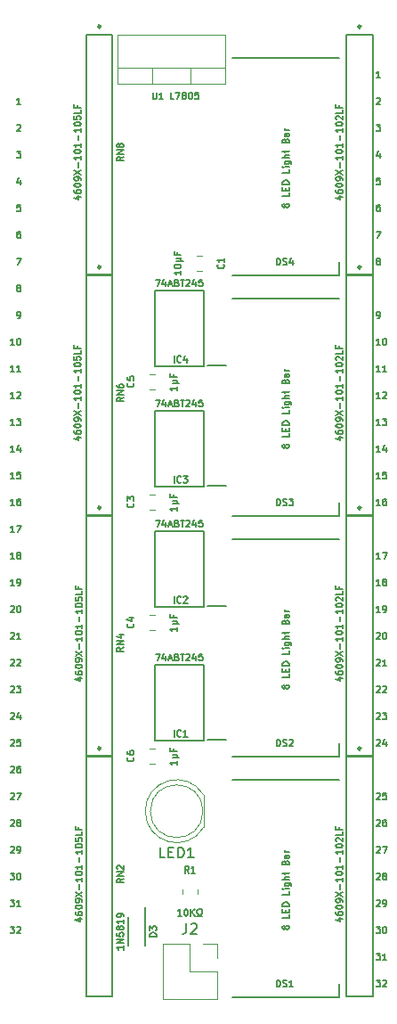
<source format=gto>
%TF.GenerationSoftware,KiCad,Pcbnew,7.0.5*%
%TF.CreationDate,2024-01-28T12:41:20+02:00*%
%TF.ProjectId,Signal Tester Left,5369676e-616c-4205-9465-73746572204c,V0*%
%TF.SameCoordinates,Original*%
%TF.FileFunction,Legend,Top*%
%TF.FilePolarity,Positive*%
%FSLAX46Y46*%
G04 Gerber Fmt 4.6, Leading zero omitted, Abs format (unit mm)*
G04 Created by KiCad (PCBNEW 7.0.5) date 2024-01-28 12:41:20*
%MOMM*%
%LPD*%
G01*
G04 APERTURE LIST*
%ADD10C,0.150000*%
%ADD11C,0.200000*%
%ADD12C,0.120000*%
%ADD13C,0.254000*%
G04 APERTURE END LIST*
D10*
X28403744Y-106391439D02*
X28433982Y-106361201D01*
X28433982Y-106361201D02*
X28494458Y-106330963D01*
X28494458Y-106330963D02*
X28645649Y-106330963D01*
X28645649Y-106330963D02*
X28706125Y-106361201D01*
X28706125Y-106361201D02*
X28736363Y-106391439D01*
X28736363Y-106391439D02*
X28766601Y-106451915D01*
X28766601Y-106451915D02*
X28766601Y-106512391D01*
X28766601Y-106512391D02*
X28736363Y-106603105D01*
X28736363Y-106603105D02*
X28373506Y-106965963D01*
X28373506Y-106965963D02*
X28766601Y-106965963D01*
X29310887Y-106542629D02*
X29310887Y-106965963D01*
X29159696Y-106300725D02*
X29008506Y-106754296D01*
X29008506Y-106754296D02*
X29401601Y-106754296D01*
X63574493Y-91725963D02*
X63211636Y-91725963D01*
X63393064Y-91725963D02*
X63393064Y-91090963D01*
X63393064Y-91090963D02*
X63332588Y-91181677D01*
X63332588Y-91181677D02*
X63272112Y-91242153D01*
X63272112Y-91242153D02*
X63211636Y-91272391D01*
X63786160Y-91090963D02*
X64209493Y-91090963D01*
X64209493Y-91090963D02*
X63937350Y-91725963D01*
X28403744Y-96231439D02*
X28433982Y-96201201D01*
X28433982Y-96201201D02*
X28494458Y-96170963D01*
X28494458Y-96170963D02*
X28645649Y-96170963D01*
X28645649Y-96170963D02*
X28706125Y-96201201D01*
X28706125Y-96201201D02*
X28736363Y-96231439D01*
X28736363Y-96231439D02*
X28766601Y-96291915D01*
X28766601Y-96291915D02*
X28766601Y-96352391D01*
X28766601Y-96352391D02*
X28736363Y-96443105D01*
X28736363Y-96443105D02*
X28373506Y-96805963D01*
X28373506Y-96805963D02*
X28766601Y-96805963D01*
X29159696Y-96170963D02*
X29220173Y-96170963D01*
X29220173Y-96170963D02*
X29280649Y-96201201D01*
X29280649Y-96201201D02*
X29310887Y-96231439D01*
X29310887Y-96231439D02*
X29341125Y-96291915D01*
X29341125Y-96291915D02*
X29371363Y-96412867D01*
X29371363Y-96412867D02*
X29371363Y-96564058D01*
X29371363Y-96564058D02*
X29341125Y-96685010D01*
X29341125Y-96685010D02*
X29310887Y-96745486D01*
X29310887Y-96745486D02*
X29280649Y-96775725D01*
X29280649Y-96775725D02*
X29220173Y-96805963D01*
X29220173Y-96805963D02*
X29159696Y-96805963D01*
X29159696Y-96805963D02*
X29099220Y-96775725D01*
X29099220Y-96775725D02*
X29068982Y-96745486D01*
X29068982Y-96745486D02*
X29038744Y-96685010D01*
X29038744Y-96685010D02*
X29008506Y-96564058D01*
X29008506Y-96564058D02*
X29008506Y-96412867D01*
X29008506Y-96412867D02*
X29038744Y-96291915D01*
X29038744Y-96291915D02*
X29068982Y-96231439D01*
X29068982Y-96231439D02*
X29099220Y-96201201D01*
X29099220Y-96201201D02*
X29159696Y-96170963D01*
X29371363Y-48545963D02*
X29008506Y-48545963D01*
X29189934Y-48545963D02*
X29189934Y-47910963D01*
X29189934Y-47910963D02*
X29129458Y-48001677D01*
X29129458Y-48001677D02*
X29068982Y-48062153D01*
X29068982Y-48062153D02*
X29008506Y-48092391D01*
X29129458Y-65963105D02*
X29068982Y-65932867D01*
X29068982Y-65932867D02*
X29038744Y-65902629D01*
X29038744Y-65902629D02*
X29008506Y-65842153D01*
X29008506Y-65842153D02*
X29008506Y-65811915D01*
X29008506Y-65811915D02*
X29038744Y-65751439D01*
X29038744Y-65751439D02*
X29068982Y-65721201D01*
X29068982Y-65721201D02*
X29129458Y-65690963D01*
X29129458Y-65690963D02*
X29250411Y-65690963D01*
X29250411Y-65690963D02*
X29310887Y-65721201D01*
X29310887Y-65721201D02*
X29341125Y-65751439D01*
X29341125Y-65751439D02*
X29371363Y-65811915D01*
X29371363Y-65811915D02*
X29371363Y-65842153D01*
X29371363Y-65842153D02*
X29341125Y-65902629D01*
X29341125Y-65902629D02*
X29310887Y-65932867D01*
X29310887Y-65932867D02*
X29250411Y-65963105D01*
X29250411Y-65963105D02*
X29129458Y-65963105D01*
X29129458Y-65963105D02*
X29068982Y-65993344D01*
X29068982Y-65993344D02*
X29038744Y-66023582D01*
X29038744Y-66023582D02*
X29008506Y-66084058D01*
X29008506Y-66084058D02*
X29008506Y-66205010D01*
X29008506Y-66205010D02*
X29038744Y-66265486D01*
X29038744Y-66265486D02*
X29068982Y-66295725D01*
X29068982Y-66295725D02*
X29129458Y-66325963D01*
X29129458Y-66325963D02*
X29250411Y-66325963D01*
X29250411Y-66325963D02*
X29310887Y-66295725D01*
X29310887Y-66295725D02*
X29341125Y-66265486D01*
X29341125Y-66265486D02*
X29371363Y-66205010D01*
X29371363Y-66205010D02*
X29371363Y-66084058D01*
X29371363Y-66084058D02*
X29341125Y-66023582D01*
X29341125Y-66023582D02*
X29310887Y-65993344D01*
X29310887Y-65993344D02*
X29250411Y-65963105D01*
X63574493Y-84105963D02*
X63211636Y-84105963D01*
X63393064Y-84105963D02*
X63393064Y-83470963D01*
X63393064Y-83470963D02*
X63332588Y-83561677D01*
X63332588Y-83561677D02*
X63272112Y-83622153D01*
X63272112Y-83622153D02*
X63211636Y-83652391D01*
X64149017Y-83470963D02*
X63846636Y-83470963D01*
X63846636Y-83470963D02*
X63816398Y-83773344D01*
X63816398Y-83773344D02*
X63846636Y-83743105D01*
X63846636Y-83743105D02*
X63907112Y-83712867D01*
X63907112Y-83712867D02*
X64058303Y-83712867D01*
X64058303Y-83712867D02*
X64118779Y-83743105D01*
X64118779Y-83743105D02*
X64149017Y-83773344D01*
X64149017Y-83773344D02*
X64179255Y-83833820D01*
X64179255Y-83833820D02*
X64179255Y-83985010D01*
X64179255Y-83985010D02*
X64149017Y-84045486D01*
X64149017Y-84045486D02*
X64118779Y-84075725D01*
X64118779Y-84075725D02*
X64058303Y-84105963D01*
X64058303Y-84105963D02*
X63907112Y-84105963D01*
X63907112Y-84105963D02*
X63846636Y-84075725D01*
X63846636Y-84075725D02*
X63816398Y-84045486D01*
X28766601Y-86645963D02*
X28403744Y-86645963D01*
X28585172Y-86645963D02*
X28585172Y-86010963D01*
X28585172Y-86010963D02*
X28524696Y-86101677D01*
X28524696Y-86101677D02*
X28464220Y-86162153D01*
X28464220Y-86162153D02*
X28403744Y-86192391D01*
X29310887Y-86010963D02*
X29189934Y-86010963D01*
X29189934Y-86010963D02*
X29129458Y-86041201D01*
X29129458Y-86041201D02*
X29099220Y-86071439D01*
X29099220Y-86071439D02*
X29038744Y-86162153D01*
X29038744Y-86162153D02*
X29008506Y-86283105D01*
X29008506Y-86283105D02*
X29008506Y-86525010D01*
X29008506Y-86525010D02*
X29038744Y-86585486D01*
X29038744Y-86585486D02*
X29068982Y-86615725D01*
X29068982Y-86615725D02*
X29129458Y-86645963D01*
X29129458Y-86645963D02*
X29250411Y-86645963D01*
X29250411Y-86645963D02*
X29310887Y-86615725D01*
X29310887Y-86615725D02*
X29341125Y-86585486D01*
X29341125Y-86585486D02*
X29371363Y-86525010D01*
X29371363Y-86525010D02*
X29371363Y-86373820D01*
X29371363Y-86373820D02*
X29341125Y-86313344D01*
X29341125Y-86313344D02*
X29310887Y-86283105D01*
X29310887Y-86283105D02*
X29250411Y-86252867D01*
X29250411Y-86252867D02*
X29129458Y-86252867D01*
X29129458Y-86252867D02*
X29068982Y-86283105D01*
X29068982Y-86283105D02*
X29038744Y-86313344D01*
X29038744Y-86313344D02*
X29008506Y-86373820D01*
X28978268Y-52990963D02*
X29371363Y-52990963D01*
X29371363Y-52990963D02*
X29159696Y-53232867D01*
X29159696Y-53232867D02*
X29250411Y-53232867D01*
X29250411Y-53232867D02*
X29310887Y-53263105D01*
X29310887Y-53263105D02*
X29341125Y-53293344D01*
X29341125Y-53293344D02*
X29371363Y-53353820D01*
X29371363Y-53353820D02*
X29371363Y-53505010D01*
X29371363Y-53505010D02*
X29341125Y-53565486D01*
X29341125Y-53565486D02*
X29310887Y-53595725D01*
X29310887Y-53595725D02*
X29250411Y-53625963D01*
X29250411Y-53625963D02*
X29068982Y-53625963D01*
X29068982Y-53625963D02*
X29008506Y-53595725D01*
X29008506Y-53595725D02*
X28978268Y-53565486D01*
X28373506Y-126650963D02*
X28766601Y-126650963D01*
X28766601Y-126650963D02*
X28554934Y-126892867D01*
X28554934Y-126892867D02*
X28645649Y-126892867D01*
X28645649Y-126892867D02*
X28706125Y-126923105D01*
X28706125Y-126923105D02*
X28736363Y-126953344D01*
X28736363Y-126953344D02*
X28766601Y-127013820D01*
X28766601Y-127013820D02*
X28766601Y-127165010D01*
X28766601Y-127165010D02*
X28736363Y-127225486D01*
X28736363Y-127225486D02*
X28706125Y-127255725D01*
X28706125Y-127255725D02*
X28645649Y-127285963D01*
X28645649Y-127285963D02*
X28464220Y-127285963D01*
X28464220Y-127285963D02*
X28403744Y-127255725D01*
X28403744Y-127255725D02*
X28373506Y-127225486D01*
X29008506Y-126711439D02*
X29038744Y-126681201D01*
X29038744Y-126681201D02*
X29099220Y-126650963D01*
X29099220Y-126650963D02*
X29250411Y-126650963D01*
X29250411Y-126650963D02*
X29310887Y-126681201D01*
X29310887Y-126681201D02*
X29341125Y-126711439D01*
X29341125Y-126711439D02*
X29371363Y-126771915D01*
X29371363Y-126771915D02*
X29371363Y-126832391D01*
X29371363Y-126832391D02*
X29341125Y-126923105D01*
X29341125Y-126923105D02*
X28978268Y-127285963D01*
X28978268Y-127285963D02*
X29371363Y-127285963D01*
X28403744Y-98771439D02*
X28433982Y-98741201D01*
X28433982Y-98741201D02*
X28494458Y-98710963D01*
X28494458Y-98710963D02*
X28645649Y-98710963D01*
X28645649Y-98710963D02*
X28706125Y-98741201D01*
X28706125Y-98741201D02*
X28736363Y-98771439D01*
X28736363Y-98771439D02*
X28766601Y-98831915D01*
X28766601Y-98831915D02*
X28766601Y-98892391D01*
X28766601Y-98892391D02*
X28736363Y-98983105D01*
X28736363Y-98983105D02*
X28373506Y-99345963D01*
X28373506Y-99345963D02*
X28766601Y-99345963D01*
X29371363Y-99345963D02*
X29008506Y-99345963D01*
X29189934Y-99345963D02*
X29189934Y-98710963D01*
X29189934Y-98710963D02*
X29129458Y-98801677D01*
X29129458Y-98801677D02*
X29068982Y-98862153D01*
X29068982Y-98862153D02*
X29008506Y-98892391D01*
X63181398Y-60610963D02*
X63604731Y-60610963D01*
X63604731Y-60610963D02*
X63332588Y-61245963D01*
X63181398Y-129190963D02*
X63574493Y-129190963D01*
X63574493Y-129190963D02*
X63362826Y-129432867D01*
X63362826Y-129432867D02*
X63453541Y-129432867D01*
X63453541Y-129432867D02*
X63514017Y-129463105D01*
X63514017Y-129463105D02*
X63544255Y-129493344D01*
X63544255Y-129493344D02*
X63574493Y-129553820D01*
X63574493Y-129553820D02*
X63574493Y-129705010D01*
X63574493Y-129705010D02*
X63544255Y-129765486D01*
X63544255Y-129765486D02*
X63514017Y-129795725D01*
X63514017Y-129795725D02*
X63453541Y-129825963D01*
X63453541Y-129825963D02*
X63272112Y-129825963D01*
X63272112Y-129825963D02*
X63211636Y-129795725D01*
X63211636Y-129795725D02*
X63181398Y-129765486D01*
X64179255Y-129825963D02*
X63816398Y-129825963D01*
X63997826Y-129825963D02*
X63997826Y-129190963D01*
X63997826Y-129190963D02*
X63937350Y-129281677D01*
X63937350Y-129281677D02*
X63876874Y-129342153D01*
X63876874Y-129342153D02*
X63816398Y-129372391D01*
X63211636Y-108931439D02*
X63241874Y-108901201D01*
X63241874Y-108901201D02*
X63302350Y-108870963D01*
X63302350Y-108870963D02*
X63453541Y-108870963D01*
X63453541Y-108870963D02*
X63514017Y-108901201D01*
X63514017Y-108901201D02*
X63544255Y-108931439D01*
X63544255Y-108931439D02*
X63574493Y-108991915D01*
X63574493Y-108991915D02*
X63574493Y-109052391D01*
X63574493Y-109052391D02*
X63544255Y-109143105D01*
X63544255Y-109143105D02*
X63181398Y-109505963D01*
X63181398Y-109505963D02*
X63574493Y-109505963D01*
X64118779Y-109082629D02*
X64118779Y-109505963D01*
X63967588Y-108840725D02*
X63816398Y-109294296D01*
X63816398Y-109294296D02*
X64209493Y-109294296D01*
X28766601Y-73945963D02*
X28403744Y-73945963D01*
X28585172Y-73945963D02*
X28585172Y-73310963D01*
X28585172Y-73310963D02*
X28524696Y-73401677D01*
X28524696Y-73401677D02*
X28464220Y-73462153D01*
X28464220Y-73462153D02*
X28403744Y-73492391D01*
X29371363Y-73945963D02*
X29008506Y-73945963D01*
X29189934Y-73945963D02*
X29189934Y-73310963D01*
X29189934Y-73310963D02*
X29129458Y-73401677D01*
X29129458Y-73401677D02*
X29068982Y-73462153D01*
X29068982Y-73462153D02*
X29008506Y-73492391D01*
X29008506Y-50511439D02*
X29038744Y-50481201D01*
X29038744Y-50481201D02*
X29099220Y-50450963D01*
X29099220Y-50450963D02*
X29250411Y-50450963D01*
X29250411Y-50450963D02*
X29310887Y-50481201D01*
X29310887Y-50481201D02*
X29341125Y-50511439D01*
X29341125Y-50511439D02*
X29371363Y-50571915D01*
X29371363Y-50571915D02*
X29371363Y-50632391D01*
X29371363Y-50632391D02*
X29341125Y-50723105D01*
X29341125Y-50723105D02*
X28978268Y-51085963D01*
X28978268Y-51085963D02*
X29371363Y-51085963D01*
X63211636Y-116551439D02*
X63241874Y-116521201D01*
X63241874Y-116521201D02*
X63302350Y-116490963D01*
X63302350Y-116490963D02*
X63453541Y-116490963D01*
X63453541Y-116490963D02*
X63514017Y-116521201D01*
X63514017Y-116521201D02*
X63544255Y-116551439D01*
X63544255Y-116551439D02*
X63574493Y-116611915D01*
X63574493Y-116611915D02*
X63574493Y-116672391D01*
X63574493Y-116672391D02*
X63544255Y-116763105D01*
X63544255Y-116763105D02*
X63181398Y-117125963D01*
X63181398Y-117125963D02*
X63574493Y-117125963D01*
X64118779Y-116490963D02*
X63997826Y-116490963D01*
X63997826Y-116490963D02*
X63937350Y-116521201D01*
X63937350Y-116521201D02*
X63907112Y-116551439D01*
X63907112Y-116551439D02*
X63846636Y-116642153D01*
X63846636Y-116642153D02*
X63816398Y-116763105D01*
X63816398Y-116763105D02*
X63816398Y-117005010D01*
X63816398Y-117005010D02*
X63846636Y-117065486D01*
X63846636Y-117065486D02*
X63876874Y-117095725D01*
X63876874Y-117095725D02*
X63937350Y-117125963D01*
X63937350Y-117125963D02*
X64058303Y-117125963D01*
X64058303Y-117125963D02*
X64118779Y-117095725D01*
X64118779Y-117095725D02*
X64149017Y-117065486D01*
X64149017Y-117065486D02*
X64179255Y-117005010D01*
X64179255Y-117005010D02*
X64179255Y-116853820D01*
X64179255Y-116853820D02*
X64149017Y-116793344D01*
X64149017Y-116793344D02*
X64118779Y-116763105D01*
X64118779Y-116763105D02*
X64058303Y-116732867D01*
X64058303Y-116732867D02*
X63937350Y-116732867D01*
X63937350Y-116732867D02*
X63876874Y-116763105D01*
X63876874Y-116763105D02*
X63846636Y-116793344D01*
X63846636Y-116793344D02*
X63816398Y-116853820D01*
X28766601Y-84105963D02*
X28403744Y-84105963D01*
X28585172Y-84105963D02*
X28585172Y-83470963D01*
X28585172Y-83470963D02*
X28524696Y-83561677D01*
X28524696Y-83561677D02*
X28464220Y-83622153D01*
X28464220Y-83622153D02*
X28403744Y-83652391D01*
X29341125Y-83470963D02*
X29038744Y-83470963D01*
X29038744Y-83470963D02*
X29008506Y-83773344D01*
X29008506Y-83773344D02*
X29038744Y-83743105D01*
X29038744Y-83743105D02*
X29099220Y-83712867D01*
X29099220Y-83712867D02*
X29250411Y-83712867D01*
X29250411Y-83712867D02*
X29310887Y-83743105D01*
X29310887Y-83743105D02*
X29341125Y-83773344D01*
X29341125Y-83773344D02*
X29371363Y-83833820D01*
X29371363Y-83833820D02*
X29371363Y-83985010D01*
X29371363Y-83985010D02*
X29341125Y-84045486D01*
X29341125Y-84045486D02*
X29310887Y-84075725D01*
X29310887Y-84075725D02*
X29250411Y-84105963D01*
X29250411Y-84105963D02*
X29099220Y-84105963D01*
X29099220Y-84105963D02*
X29038744Y-84075725D01*
X29038744Y-84075725D02*
X29008506Y-84045486D01*
X28766601Y-76485963D02*
X28403744Y-76485963D01*
X28585172Y-76485963D02*
X28585172Y-75850963D01*
X28585172Y-75850963D02*
X28524696Y-75941677D01*
X28524696Y-75941677D02*
X28464220Y-76002153D01*
X28464220Y-76002153D02*
X28403744Y-76032391D01*
X29008506Y-75911439D02*
X29038744Y-75881201D01*
X29038744Y-75881201D02*
X29099220Y-75850963D01*
X29099220Y-75850963D02*
X29250411Y-75850963D01*
X29250411Y-75850963D02*
X29310887Y-75881201D01*
X29310887Y-75881201D02*
X29341125Y-75911439D01*
X29341125Y-75911439D02*
X29371363Y-75971915D01*
X29371363Y-75971915D02*
X29371363Y-76032391D01*
X29371363Y-76032391D02*
X29341125Y-76123105D01*
X29341125Y-76123105D02*
X28978268Y-76485963D01*
X28978268Y-76485963D02*
X29371363Y-76485963D01*
X63211636Y-106391439D02*
X63241874Y-106361201D01*
X63241874Y-106361201D02*
X63302350Y-106330963D01*
X63302350Y-106330963D02*
X63453541Y-106330963D01*
X63453541Y-106330963D02*
X63514017Y-106361201D01*
X63514017Y-106361201D02*
X63544255Y-106391439D01*
X63544255Y-106391439D02*
X63574493Y-106451915D01*
X63574493Y-106451915D02*
X63574493Y-106512391D01*
X63574493Y-106512391D02*
X63544255Y-106603105D01*
X63544255Y-106603105D02*
X63181398Y-106965963D01*
X63181398Y-106965963D02*
X63574493Y-106965963D01*
X63786160Y-106330963D02*
X64179255Y-106330963D01*
X64179255Y-106330963D02*
X63967588Y-106572867D01*
X63967588Y-106572867D02*
X64058303Y-106572867D01*
X64058303Y-106572867D02*
X64118779Y-106603105D01*
X64118779Y-106603105D02*
X64149017Y-106633344D01*
X64149017Y-106633344D02*
X64179255Y-106693820D01*
X64179255Y-106693820D02*
X64179255Y-106845010D01*
X64179255Y-106845010D02*
X64149017Y-106905486D01*
X64149017Y-106905486D02*
X64118779Y-106935725D01*
X64118779Y-106935725D02*
X64058303Y-106965963D01*
X64058303Y-106965963D02*
X63876874Y-106965963D01*
X63876874Y-106965963D02*
X63816398Y-106935725D01*
X63816398Y-106935725D02*
X63786160Y-106905486D01*
X63211636Y-114011439D02*
X63241874Y-113981201D01*
X63241874Y-113981201D02*
X63302350Y-113950963D01*
X63302350Y-113950963D02*
X63453541Y-113950963D01*
X63453541Y-113950963D02*
X63514017Y-113981201D01*
X63514017Y-113981201D02*
X63544255Y-114011439D01*
X63544255Y-114011439D02*
X63574493Y-114071915D01*
X63574493Y-114071915D02*
X63574493Y-114132391D01*
X63574493Y-114132391D02*
X63544255Y-114223105D01*
X63544255Y-114223105D02*
X63181398Y-114585963D01*
X63181398Y-114585963D02*
X63574493Y-114585963D01*
X64149017Y-113950963D02*
X63846636Y-113950963D01*
X63846636Y-113950963D02*
X63816398Y-114253344D01*
X63816398Y-114253344D02*
X63846636Y-114223105D01*
X63846636Y-114223105D02*
X63907112Y-114192867D01*
X63907112Y-114192867D02*
X64058303Y-114192867D01*
X64058303Y-114192867D02*
X64118779Y-114223105D01*
X64118779Y-114223105D02*
X64149017Y-114253344D01*
X64149017Y-114253344D02*
X64179255Y-114313820D01*
X64179255Y-114313820D02*
X64179255Y-114465010D01*
X64179255Y-114465010D02*
X64149017Y-114525486D01*
X64149017Y-114525486D02*
X64118779Y-114555725D01*
X64118779Y-114555725D02*
X64058303Y-114585963D01*
X64058303Y-114585963D02*
X63907112Y-114585963D01*
X63907112Y-114585963D02*
X63846636Y-114555725D01*
X63846636Y-114555725D02*
X63816398Y-114525486D01*
X28766601Y-71405963D02*
X28403744Y-71405963D01*
X28585172Y-71405963D02*
X28585172Y-70770963D01*
X28585172Y-70770963D02*
X28524696Y-70861677D01*
X28524696Y-70861677D02*
X28464220Y-70922153D01*
X28464220Y-70922153D02*
X28403744Y-70952391D01*
X29159696Y-70770963D02*
X29220173Y-70770963D01*
X29220173Y-70770963D02*
X29280649Y-70801201D01*
X29280649Y-70801201D02*
X29310887Y-70831439D01*
X29310887Y-70831439D02*
X29341125Y-70891915D01*
X29341125Y-70891915D02*
X29371363Y-71012867D01*
X29371363Y-71012867D02*
X29371363Y-71164058D01*
X29371363Y-71164058D02*
X29341125Y-71285010D01*
X29341125Y-71285010D02*
X29310887Y-71345486D01*
X29310887Y-71345486D02*
X29280649Y-71375725D01*
X29280649Y-71375725D02*
X29220173Y-71405963D01*
X29220173Y-71405963D02*
X29159696Y-71405963D01*
X29159696Y-71405963D02*
X29099220Y-71375725D01*
X29099220Y-71375725D02*
X29068982Y-71345486D01*
X29068982Y-71345486D02*
X29038744Y-71285010D01*
X29038744Y-71285010D02*
X29008506Y-71164058D01*
X29008506Y-71164058D02*
X29008506Y-71012867D01*
X29008506Y-71012867D02*
X29038744Y-70891915D01*
X29038744Y-70891915D02*
X29068982Y-70831439D01*
X29068982Y-70831439D02*
X29099220Y-70801201D01*
X29099220Y-70801201D02*
X29159696Y-70770963D01*
X63574493Y-86645963D02*
X63211636Y-86645963D01*
X63393064Y-86645963D02*
X63393064Y-86010963D01*
X63393064Y-86010963D02*
X63332588Y-86101677D01*
X63332588Y-86101677D02*
X63272112Y-86162153D01*
X63272112Y-86162153D02*
X63211636Y-86192391D01*
X64118779Y-86010963D02*
X63997826Y-86010963D01*
X63997826Y-86010963D02*
X63937350Y-86041201D01*
X63937350Y-86041201D02*
X63907112Y-86071439D01*
X63907112Y-86071439D02*
X63846636Y-86162153D01*
X63846636Y-86162153D02*
X63816398Y-86283105D01*
X63816398Y-86283105D02*
X63816398Y-86525010D01*
X63816398Y-86525010D02*
X63846636Y-86585486D01*
X63846636Y-86585486D02*
X63876874Y-86615725D01*
X63876874Y-86615725D02*
X63937350Y-86645963D01*
X63937350Y-86645963D02*
X64058303Y-86645963D01*
X64058303Y-86645963D02*
X64118779Y-86615725D01*
X64118779Y-86615725D02*
X64149017Y-86585486D01*
X64149017Y-86585486D02*
X64179255Y-86525010D01*
X64179255Y-86525010D02*
X64179255Y-86373820D01*
X64179255Y-86373820D02*
X64149017Y-86313344D01*
X64149017Y-86313344D02*
X64118779Y-86283105D01*
X64118779Y-86283105D02*
X64058303Y-86252867D01*
X64058303Y-86252867D02*
X63937350Y-86252867D01*
X63937350Y-86252867D02*
X63876874Y-86283105D01*
X63876874Y-86283105D02*
X63846636Y-86313344D01*
X63846636Y-86313344D02*
X63816398Y-86373820D01*
X63574493Y-71405963D02*
X63211636Y-71405963D01*
X63393064Y-71405963D02*
X63393064Y-70770963D01*
X63393064Y-70770963D02*
X63332588Y-70861677D01*
X63332588Y-70861677D02*
X63272112Y-70922153D01*
X63272112Y-70922153D02*
X63211636Y-70952391D01*
X63967588Y-70770963D02*
X64028065Y-70770963D01*
X64028065Y-70770963D02*
X64088541Y-70801201D01*
X64088541Y-70801201D02*
X64118779Y-70831439D01*
X64118779Y-70831439D02*
X64149017Y-70891915D01*
X64149017Y-70891915D02*
X64179255Y-71012867D01*
X64179255Y-71012867D02*
X64179255Y-71164058D01*
X64179255Y-71164058D02*
X64149017Y-71285010D01*
X64149017Y-71285010D02*
X64118779Y-71345486D01*
X64118779Y-71345486D02*
X64088541Y-71375725D01*
X64088541Y-71375725D02*
X64028065Y-71405963D01*
X64028065Y-71405963D02*
X63967588Y-71405963D01*
X63967588Y-71405963D02*
X63907112Y-71375725D01*
X63907112Y-71375725D02*
X63876874Y-71345486D01*
X63876874Y-71345486D02*
X63846636Y-71285010D01*
X63846636Y-71285010D02*
X63816398Y-71164058D01*
X63816398Y-71164058D02*
X63816398Y-71012867D01*
X63816398Y-71012867D02*
X63846636Y-70891915D01*
X63846636Y-70891915D02*
X63876874Y-70831439D01*
X63876874Y-70831439D02*
X63907112Y-70801201D01*
X63907112Y-70801201D02*
X63967588Y-70770963D01*
X63574493Y-79025963D02*
X63211636Y-79025963D01*
X63393064Y-79025963D02*
X63393064Y-78390963D01*
X63393064Y-78390963D02*
X63332588Y-78481677D01*
X63332588Y-78481677D02*
X63272112Y-78542153D01*
X63272112Y-78542153D02*
X63211636Y-78572391D01*
X63786160Y-78390963D02*
X64179255Y-78390963D01*
X64179255Y-78390963D02*
X63967588Y-78632867D01*
X63967588Y-78632867D02*
X64058303Y-78632867D01*
X64058303Y-78632867D02*
X64118779Y-78663105D01*
X64118779Y-78663105D02*
X64149017Y-78693344D01*
X64149017Y-78693344D02*
X64179255Y-78753820D01*
X64179255Y-78753820D02*
X64179255Y-78905010D01*
X64179255Y-78905010D02*
X64149017Y-78965486D01*
X64149017Y-78965486D02*
X64118779Y-78995725D01*
X64118779Y-78995725D02*
X64058303Y-79025963D01*
X64058303Y-79025963D02*
X63876874Y-79025963D01*
X63876874Y-79025963D02*
X63816398Y-78995725D01*
X63816398Y-78995725D02*
X63786160Y-78965486D01*
X63272112Y-68865963D02*
X63393064Y-68865963D01*
X63393064Y-68865963D02*
X63453541Y-68835725D01*
X63453541Y-68835725D02*
X63483779Y-68805486D01*
X63483779Y-68805486D02*
X63544255Y-68714772D01*
X63544255Y-68714772D02*
X63574493Y-68593820D01*
X63574493Y-68593820D02*
X63574493Y-68351915D01*
X63574493Y-68351915D02*
X63544255Y-68291439D01*
X63544255Y-68291439D02*
X63514017Y-68261201D01*
X63514017Y-68261201D02*
X63453541Y-68230963D01*
X63453541Y-68230963D02*
X63332588Y-68230963D01*
X63332588Y-68230963D02*
X63272112Y-68261201D01*
X63272112Y-68261201D02*
X63241874Y-68291439D01*
X63241874Y-68291439D02*
X63211636Y-68351915D01*
X63211636Y-68351915D02*
X63211636Y-68503105D01*
X63211636Y-68503105D02*
X63241874Y-68563582D01*
X63241874Y-68563582D02*
X63272112Y-68593820D01*
X63272112Y-68593820D02*
X63332588Y-68624058D01*
X63332588Y-68624058D02*
X63453541Y-68624058D01*
X63453541Y-68624058D02*
X63514017Y-68593820D01*
X63514017Y-68593820D02*
X63544255Y-68563582D01*
X63544255Y-68563582D02*
X63574493Y-68503105D01*
X63574493Y-46005963D02*
X63211636Y-46005963D01*
X63393064Y-46005963D02*
X63393064Y-45370963D01*
X63393064Y-45370963D02*
X63332588Y-45461677D01*
X63332588Y-45461677D02*
X63272112Y-45522153D01*
X63272112Y-45522153D02*
X63211636Y-45552391D01*
X28766601Y-79025963D02*
X28403744Y-79025963D01*
X28585172Y-79025963D02*
X28585172Y-78390963D01*
X28585172Y-78390963D02*
X28524696Y-78481677D01*
X28524696Y-78481677D02*
X28464220Y-78542153D01*
X28464220Y-78542153D02*
X28403744Y-78572391D01*
X28978268Y-78390963D02*
X29371363Y-78390963D01*
X29371363Y-78390963D02*
X29159696Y-78632867D01*
X29159696Y-78632867D02*
X29250411Y-78632867D01*
X29250411Y-78632867D02*
X29310887Y-78663105D01*
X29310887Y-78663105D02*
X29341125Y-78693344D01*
X29341125Y-78693344D02*
X29371363Y-78753820D01*
X29371363Y-78753820D02*
X29371363Y-78905010D01*
X29371363Y-78905010D02*
X29341125Y-78965486D01*
X29341125Y-78965486D02*
X29310887Y-78995725D01*
X29310887Y-78995725D02*
X29250411Y-79025963D01*
X29250411Y-79025963D02*
X29068982Y-79025963D01*
X29068982Y-79025963D02*
X29008506Y-78995725D01*
X29008506Y-78995725D02*
X28978268Y-78965486D01*
X63211636Y-101311439D02*
X63241874Y-101281201D01*
X63241874Y-101281201D02*
X63302350Y-101250963D01*
X63302350Y-101250963D02*
X63453541Y-101250963D01*
X63453541Y-101250963D02*
X63514017Y-101281201D01*
X63514017Y-101281201D02*
X63544255Y-101311439D01*
X63544255Y-101311439D02*
X63574493Y-101371915D01*
X63574493Y-101371915D02*
X63574493Y-101432391D01*
X63574493Y-101432391D02*
X63544255Y-101523105D01*
X63544255Y-101523105D02*
X63181398Y-101885963D01*
X63181398Y-101885963D02*
X63574493Y-101885963D01*
X64179255Y-101885963D02*
X63816398Y-101885963D01*
X63997826Y-101885963D02*
X63997826Y-101250963D01*
X63997826Y-101250963D02*
X63937350Y-101341677D01*
X63937350Y-101341677D02*
X63876874Y-101402153D01*
X63876874Y-101402153D02*
X63816398Y-101432391D01*
X28403744Y-103851439D02*
X28433982Y-103821201D01*
X28433982Y-103821201D02*
X28494458Y-103790963D01*
X28494458Y-103790963D02*
X28645649Y-103790963D01*
X28645649Y-103790963D02*
X28706125Y-103821201D01*
X28706125Y-103821201D02*
X28736363Y-103851439D01*
X28736363Y-103851439D02*
X28766601Y-103911915D01*
X28766601Y-103911915D02*
X28766601Y-103972391D01*
X28766601Y-103972391D02*
X28736363Y-104063105D01*
X28736363Y-104063105D02*
X28373506Y-104425963D01*
X28373506Y-104425963D02*
X28766601Y-104425963D01*
X28978268Y-103790963D02*
X29371363Y-103790963D01*
X29371363Y-103790963D02*
X29159696Y-104032867D01*
X29159696Y-104032867D02*
X29250411Y-104032867D01*
X29250411Y-104032867D02*
X29310887Y-104063105D01*
X29310887Y-104063105D02*
X29341125Y-104093344D01*
X29341125Y-104093344D02*
X29371363Y-104153820D01*
X29371363Y-104153820D02*
X29371363Y-104305010D01*
X29371363Y-104305010D02*
X29341125Y-104365486D01*
X29341125Y-104365486D02*
X29310887Y-104395725D01*
X29310887Y-104395725D02*
X29250411Y-104425963D01*
X29250411Y-104425963D02*
X29068982Y-104425963D01*
X29068982Y-104425963D02*
X29008506Y-104395725D01*
X29008506Y-104395725D02*
X28978268Y-104365486D01*
X63211636Y-121631439D02*
X63241874Y-121601201D01*
X63241874Y-121601201D02*
X63302350Y-121570963D01*
X63302350Y-121570963D02*
X63453541Y-121570963D01*
X63453541Y-121570963D02*
X63514017Y-121601201D01*
X63514017Y-121601201D02*
X63544255Y-121631439D01*
X63544255Y-121631439D02*
X63574493Y-121691915D01*
X63574493Y-121691915D02*
X63574493Y-121752391D01*
X63574493Y-121752391D02*
X63544255Y-121843105D01*
X63544255Y-121843105D02*
X63181398Y-122205963D01*
X63181398Y-122205963D02*
X63574493Y-122205963D01*
X63937350Y-121843105D02*
X63876874Y-121812867D01*
X63876874Y-121812867D02*
X63846636Y-121782629D01*
X63846636Y-121782629D02*
X63816398Y-121722153D01*
X63816398Y-121722153D02*
X63816398Y-121691915D01*
X63816398Y-121691915D02*
X63846636Y-121631439D01*
X63846636Y-121631439D02*
X63876874Y-121601201D01*
X63876874Y-121601201D02*
X63937350Y-121570963D01*
X63937350Y-121570963D02*
X64058303Y-121570963D01*
X64058303Y-121570963D02*
X64118779Y-121601201D01*
X64118779Y-121601201D02*
X64149017Y-121631439D01*
X64149017Y-121631439D02*
X64179255Y-121691915D01*
X64179255Y-121691915D02*
X64179255Y-121722153D01*
X64179255Y-121722153D02*
X64149017Y-121782629D01*
X64149017Y-121782629D02*
X64118779Y-121812867D01*
X64118779Y-121812867D02*
X64058303Y-121843105D01*
X64058303Y-121843105D02*
X63937350Y-121843105D01*
X63937350Y-121843105D02*
X63876874Y-121873344D01*
X63876874Y-121873344D02*
X63846636Y-121903582D01*
X63846636Y-121903582D02*
X63816398Y-121964058D01*
X63816398Y-121964058D02*
X63816398Y-122085010D01*
X63816398Y-122085010D02*
X63846636Y-122145486D01*
X63846636Y-122145486D02*
X63876874Y-122175725D01*
X63876874Y-122175725D02*
X63937350Y-122205963D01*
X63937350Y-122205963D02*
X64058303Y-122205963D01*
X64058303Y-122205963D02*
X64118779Y-122175725D01*
X64118779Y-122175725D02*
X64149017Y-122145486D01*
X64149017Y-122145486D02*
X64179255Y-122085010D01*
X64179255Y-122085010D02*
X64179255Y-121964058D01*
X64179255Y-121964058D02*
X64149017Y-121903582D01*
X64149017Y-121903582D02*
X64118779Y-121873344D01*
X64118779Y-121873344D02*
X64058303Y-121843105D01*
X63211636Y-47971439D02*
X63241874Y-47941201D01*
X63241874Y-47941201D02*
X63302350Y-47910963D01*
X63302350Y-47910963D02*
X63453541Y-47910963D01*
X63453541Y-47910963D02*
X63514017Y-47941201D01*
X63514017Y-47941201D02*
X63544255Y-47971439D01*
X63544255Y-47971439D02*
X63574493Y-48031915D01*
X63574493Y-48031915D02*
X63574493Y-48092391D01*
X63574493Y-48092391D02*
X63544255Y-48183105D01*
X63544255Y-48183105D02*
X63181398Y-48545963D01*
X63181398Y-48545963D02*
X63574493Y-48545963D01*
X28978268Y-63150963D02*
X29401601Y-63150963D01*
X29401601Y-63150963D02*
X29129458Y-63785963D01*
X63211636Y-103851439D02*
X63241874Y-103821201D01*
X63241874Y-103821201D02*
X63302350Y-103790963D01*
X63302350Y-103790963D02*
X63453541Y-103790963D01*
X63453541Y-103790963D02*
X63514017Y-103821201D01*
X63514017Y-103821201D02*
X63544255Y-103851439D01*
X63544255Y-103851439D02*
X63574493Y-103911915D01*
X63574493Y-103911915D02*
X63574493Y-103972391D01*
X63574493Y-103972391D02*
X63544255Y-104063105D01*
X63544255Y-104063105D02*
X63181398Y-104425963D01*
X63181398Y-104425963D02*
X63574493Y-104425963D01*
X63816398Y-103851439D02*
X63846636Y-103821201D01*
X63846636Y-103821201D02*
X63907112Y-103790963D01*
X63907112Y-103790963D02*
X64058303Y-103790963D01*
X64058303Y-103790963D02*
X64118779Y-103821201D01*
X64118779Y-103821201D02*
X64149017Y-103851439D01*
X64149017Y-103851439D02*
X64179255Y-103911915D01*
X64179255Y-103911915D02*
X64179255Y-103972391D01*
X64179255Y-103972391D02*
X64149017Y-104063105D01*
X64149017Y-104063105D02*
X63786160Y-104425963D01*
X63786160Y-104425963D02*
X64179255Y-104425963D01*
X29068982Y-68865963D02*
X29189934Y-68865963D01*
X29189934Y-68865963D02*
X29250411Y-68835725D01*
X29250411Y-68835725D02*
X29280649Y-68805486D01*
X29280649Y-68805486D02*
X29341125Y-68714772D01*
X29341125Y-68714772D02*
X29371363Y-68593820D01*
X29371363Y-68593820D02*
X29371363Y-68351915D01*
X29371363Y-68351915D02*
X29341125Y-68291439D01*
X29341125Y-68291439D02*
X29310887Y-68261201D01*
X29310887Y-68261201D02*
X29250411Y-68230963D01*
X29250411Y-68230963D02*
X29129458Y-68230963D01*
X29129458Y-68230963D02*
X29068982Y-68261201D01*
X29068982Y-68261201D02*
X29038744Y-68291439D01*
X29038744Y-68291439D02*
X29008506Y-68351915D01*
X29008506Y-68351915D02*
X29008506Y-68503105D01*
X29008506Y-68503105D02*
X29038744Y-68563582D01*
X29038744Y-68563582D02*
X29068982Y-68593820D01*
X29068982Y-68593820D02*
X29129458Y-68624058D01*
X29129458Y-68624058D02*
X29250411Y-68624058D01*
X29250411Y-68624058D02*
X29310887Y-68593820D01*
X29310887Y-68593820D02*
X29341125Y-68563582D01*
X29341125Y-68563582D02*
X29371363Y-68503105D01*
X28766601Y-81565963D02*
X28403744Y-81565963D01*
X28585172Y-81565963D02*
X28585172Y-80930963D01*
X28585172Y-80930963D02*
X28524696Y-81021677D01*
X28524696Y-81021677D02*
X28464220Y-81082153D01*
X28464220Y-81082153D02*
X28403744Y-81112391D01*
X29310887Y-81142629D02*
X29310887Y-81565963D01*
X29159696Y-80900725D02*
X29008506Y-81354296D01*
X29008506Y-81354296D02*
X29401601Y-81354296D01*
X28403744Y-114011439D02*
X28433982Y-113981201D01*
X28433982Y-113981201D02*
X28494458Y-113950963D01*
X28494458Y-113950963D02*
X28645649Y-113950963D01*
X28645649Y-113950963D02*
X28706125Y-113981201D01*
X28706125Y-113981201D02*
X28736363Y-114011439D01*
X28736363Y-114011439D02*
X28766601Y-114071915D01*
X28766601Y-114071915D02*
X28766601Y-114132391D01*
X28766601Y-114132391D02*
X28736363Y-114223105D01*
X28736363Y-114223105D02*
X28373506Y-114585963D01*
X28373506Y-114585963D02*
X28766601Y-114585963D01*
X28978268Y-113950963D02*
X29401601Y-113950963D01*
X29401601Y-113950963D02*
X29129458Y-114585963D01*
X63514017Y-53202629D02*
X63514017Y-53625963D01*
X63362826Y-52960725D02*
X63211636Y-53414296D01*
X63211636Y-53414296D02*
X63604731Y-53414296D01*
X63181398Y-131730963D02*
X63574493Y-131730963D01*
X63574493Y-131730963D02*
X63362826Y-131972867D01*
X63362826Y-131972867D02*
X63453541Y-131972867D01*
X63453541Y-131972867D02*
X63514017Y-132003105D01*
X63514017Y-132003105D02*
X63544255Y-132033344D01*
X63544255Y-132033344D02*
X63574493Y-132093820D01*
X63574493Y-132093820D02*
X63574493Y-132245010D01*
X63574493Y-132245010D02*
X63544255Y-132305486D01*
X63544255Y-132305486D02*
X63514017Y-132335725D01*
X63514017Y-132335725D02*
X63453541Y-132365963D01*
X63453541Y-132365963D02*
X63272112Y-132365963D01*
X63272112Y-132365963D02*
X63211636Y-132335725D01*
X63211636Y-132335725D02*
X63181398Y-132305486D01*
X63816398Y-131791439D02*
X63846636Y-131761201D01*
X63846636Y-131761201D02*
X63907112Y-131730963D01*
X63907112Y-131730963D02*
X64058303Y-131730963D01*
X64058303Y-131730963D02*
X64118779Y-131761201D01*
X64118779Y-131761201D02*
X64149017Y-131791439D01*
X64149017Y-131791439D02*
X64179255Y-131851915D01*
X64179255Y-131851915D02*
X64179255Y-131912391D01*
X64179255Y-131912391D02*
X64149017Y-132003105D01*
X64149017Y-132003105D02*
X63786160Y-132365963D01*
X63786160Y-132365963D02*
X64179255Y-132365963D01*
X28403744Y-111471439D02*
X28433982Y-111441201D01*
X28433982Y-111441201D02*
X28494458Y-111410963D01*
X28494458Y-111410963D02*
X28645649Y-111410963D01*
X28645649Y-111410963D02*
X28706125Y-111441201D01*
X28706125Y-111441201D02*
X28736363Y-111471439D01*
X28736363Y-111471439D02*
X28766601Y-111531915D01*
X28766601Y-111531915D02*
X28766601Y-111592391D01*
X28766601Y-111592391D02*
X28736363Y-111683105D01*
X28736363Y-111683105D02*
X28373506Y-112045963D01*
X28373506Y-112045963D02*
X28766601Y-112045963D01*
X29310887Y-111410963D02*
X29189934Y-111410963D01*
X29189934Y-111410963D02*
X29129458Y-111441201D01*
X29129458Y-111441201D02*
X29099220Y-111471439D01*
X29099220Y-111471439D02*
X29038744Y-111562153D01*
X29038744Y-111562153D02*
X29008506Y-111683105D01*
X29008506Y-111683105D02*
X29008506Y-111925010D01*
X29008506Y-111925010D02*
X29038744Y-111985486D01*
X29038744Y-111985486D02*
X29068982Y-112015725D01*
X29068982Y-112015725D02*
X29129458Y-112045963D01*
X29129458Y-112045963D02*
X29250411Y-112045963D01*
X29250411Y-112045963D02*
X29310887Y-112015725D01*
X29310887Y-112015725D02*
X29341125Y-111985486D01*
X29341125Y-111985486D02*
X29371363Y-111925010D01*
X29371363Y-111925010D02*
X29371363Y-111773820D01*
X29371363Y-111773820D02*
X29341125Y-111713344D01*
X29341125Y-111713344D02*
X29310887Y-111683105D01*
X29310887Y-111683105D02*
X29250411Y-111652867D01*
X29250411Y-111652867D02*
X29129458Y-111652867D01*
X29129458Y-111652867D02*
X29068982Y-111683105D01*
X29068982Y-111683105D02*
X29038744Y-111713344D01*
X29038744Y-111713344D02*
X29008506Y-111773820D01*
X63574493Y-81565963D02*
X63211636Y-81565963D01*
X63393064Y-81565963D02*
X63393064Y-80930963D01*
X63393064Y-80930963D02*
X63332588Y-81021677D01*
X63332588Y-81021677D02*
X63272112Y-81082153D01*
X63272112Y-81082153D02*
X63211636Y-81112391D01*
X64118779Y-81142629D02*
X64118779Y-81565963D01*
X63967588Y-80900725D02*
X63816398Y-81354296D01*
X63816398Y-81354296D02*
X64209493Y-81354296D01*
X63211636Y-119091439D02*
X63241874Y-119061201D01*
X63241874Y-119061201D02*
X63302350Y-119030963D01*
X63302350Y-119030963D02*
X63453541Y-119030963D01*
X63453541Y-119030963D02*
X63514017Y-119061201D01*
X63514017Y-119061201D02*
X63544255Y-119091439D01*
X63544255Y-119091439D02*
X63574493Y-119151915D01*
X63574493Y-119151915D02*
X63574493Y-119212391D01*
X63574493Y-119212391D02*
X63544255Y-119303105D01*
X63544255Y-119303105D02*
X63181398Y-119665963D01*
X63181398Y-119665963D02*
X63574493Y-119665963D01*
X63786160Y-119030963D02*
X64209493Y-119030963D01*
X64209493Y-119030963D02*
X63937350Y-119665963D01*
X28766601Y-94265963D02*
X28403744Y-94265963D01*
X28585172Y-94265963D02*
X28585172Y-93630963D01*
X28585172Y-93630963D02*
X28524696Y-93721677D01*
X28524696Y-93721677D02*
X28464220Y-93782153D01*
X28464220Y-93782153D02*
X28403744Y-93812391D01*
X29068982Y-94265963D02*
X29189934Y-94265963D01*
X29189934Y-94265963D02*
X29250411Y-94235725D01*
X29250411Y-94235725D02*
X29280649Y-94205486D01*
X29280649Y-94205486D02*
X29341125Y-94114772D01*
X29341125Y-94114772D02*
X29371363Y-93993820D01*
X29371363Y-93993820D02*
X29371363Y-93751915D01*
X29371363Y-93751915D02*
X29341125Y-93691439D01*
X29341125Y-93691439D02*
X29310887Y-93661201D01*
X29310887Y-93661201D02*
X29250411Y-93630963D01*
X29250411Y-93630963D02*
X29129458Y-93630963D01*
X29129458Y-93630963D02*
X29068982Y-93661201D01*
X29068982Y-93661201D02*
X29038744Y-93691439D01*
X29038744Y-93691439D02*
X29008506Y-93751915D01*
X29008506Y-93751915D02*
X29008506Y-93903105D01*
X29008506Y-93903105D02*
X29038744Y-93963582D01*
X29038744Y-93963582D02*
X29068982Y-93993820D01*
X29068982Y-93993820D02*
X29129458Y-94024058D01*
X29129458Y-94024058D02*
X29250411Y-94024058D01*
X29250411Y-94024058D02*
X29310887Y-93993820D01*
X29310887Y-93993820D02*
X29341125Y-93963582D01*
X29341125Y-93963582D02*
X29371363Y-93903105D01*
X28373506Y-121570963D02*
X28766601Y-121570963D01*
X28766601Y-121570963D02*
X28554934Y-121812867D01*
X28554934Y-121812867D02*
X28645649Y-121812867D01*
X28645649Y-121812867D02*
X28706125Y-121843105D01*
X28706125Y-121843105D02*
X28736363Y-121873344D01*
X28736363Y-121873344D02*
X28766601Y-121933820D01*
X28766601Y-121933820D02*
X28766601Y-122085010D01*
X28766601Y-122085010D02*
X28736363Y-122145486D01*
X28736363Y-122145486D02*
X28706125Y-122175725D01*
X28706125Y-122175725D02*
X28645649Y-122205963D01*
X28645649Y-122205963D02*
X28464220Y-122205963D01*
X28464220Y-122205963D02*
X28403744Y-122175725D01*
X28403744Y-122175725D02*
X28373506Y-122145486D01*
X29159696Y-121570963D02*
X29220173Y-121570963D01*
X29220173Y-121570963D02*
X29280649Y-121601201D01*
X29280649Y-121601201D02*
X29310887Y-121631439D01*
X29310887Y-121631439D02*
X29341125Y-121691915D01*
X29341125Y-121691915D02*
X29371363Y-121812867D01*
X29371363Y-121812867D02*
X29371363Y-121964058D01*
X29371363Y-121964058D02*
X29341125Y-122085010D01*
X29341125Y-122085010D02*
X29310887Y-122145486D01*
X29310887Y-122145486D02*
X29280649Y-122175725D01*
X29280649Y-122175725D02*
X29220173Y-122205963D01*
X29220173Y-122205963D02*
X29159696Y-122205963D01*
X29159696Y-122205963D02*
X29099220Y-122175725D01*
X29099220Y-122175725D02*
X29068982Y-122145486D01*
X29068982Y-122145486D02*
X29038744Y-122085010D01*
X29038744Y-122085010D02*
X29008506Y-121964058D01*
X29008506Y-121964058D02*
X29008506Y-121812867D01*
X29008506Y-121812867D02*
X29038744Y-121691915D01*
X29038744Y-121691915D02*
X29068982Y-121631439D01*
X29068982Y-121631439D02*
X29099220Y-121601201D01*
X29099220Y-121601201D02*
X29159696Y-121570963D01*
X63332588Y-63423105D02*
X63272112Y-63392867D01*
X63272112Y-63392867D02*
X63241874Y-63362629D01*
X63241874Y-63362629D02*
X63211636Y-63302153D01*
X63211636Y-63302153D02*
X63211636Y-63271915D01*
X63211636Y-63271915D02*
X63241874Y-63211439D01*
X63241874Y-63211439D02*
X63272112Y-63181201D01*
X63272112Y-63181201D02*
X63332588Y-63150963D01*
X63332588Y-63150963D02*
X63453541Y-63150963D01*
X63453541Y-63150963D02*
X63514017Y-63181201D01*
X63514017Y-63181201D02*
X63544255Y-63211439D01*
X63544255Y-63211439D02*
X63574493Y-63271915D01*
X63574493Y-63271915D02*
X63574493Y-63302153D01*
X63574493Y-63302153D02*
X63544255Y-63362629D01*
X63544255Y-63362629D02*
X63514017Y-63392867D01*
X63514017Y-63392867D02*
X63453541Y-63423105D01*
X63453541Y-63423105D02*
X63332588Y-63423105D01*
X63332588Y-63423105D02*
X63272112Y-63453344D01*
X63272112Y-63453344D02*
X63241874Y-63483582D01*
X63241874Y-63483582D02*
X63211636Y-63544058D01*
X63211636Y-63544058D02*
X63211636Y-63665010D01*
X63211636Y-63665010D02*
X63241874Y-63725486D01*
X63241874Y-63725486D02*
X63272112Y-63755725D01*
X63272112Y-63755725D02*
X63332588Y-63785963D01*
X63332588Y-63785963D02*
X63453541Y-63785963D01*
X63453541Y-63785963D02*
X63514017Y-63755725D01*
X63514017Y-63755725D02*
X63544255Y-63725486D01*
X63544255Y-63725486D02*
X63574493Y-63665010D01*
X63574493Y-63665010D02*
X63574493Y-63544058D01*
X63574493Y-63544058D02*
X63544255Y-63483582D01*
X63544255Y-63483582D02*
X63514017Y-63453344D01*
X63514017Y-63453344D02*
X63453541Y-63423105D01*
X28766601Y-91725963D02*
X28403744Y-91725963D01*
X28585172Y-91725963D02*
X28585172Y-91090963D01*
X28585172Y-91090963D02*
X28524696Y-91181677D01*
X28524696Y-91181677D02*
X28464220Y-91242153D01*
X28464220Y-91242153D02*
X28403744Y-91272391D01*
X29129458Y-91363105D02*
X29068982Y-91332867D01*
X29068982Y-91332867D02*
X29038744Y-91302629D01*
X29038744Y-91302629D02*
X29008506Y-91242153D01*
X29008506Y-91242153D02*
X29008506Y-91211915D01*
X29008506Y-91211915D02*
X29038744Y-91151439D01*
X29038744Y-91151439D02*
X29068982Y-91121201D01*
X29068982Y-91121201D02*
X29129458Y-91090963D01*
X29129458Y-91090963D02*
X29250411Y-91090963D01*
X29250411Y-91090963D02*
X29310887Y-91121201D01*
X29310887Y-91121201D02*
X29341125Y-91151439D01*
X29341125Y-91151439D02*
X29371363Y-91211915D01*
X29371363Y-91211915D02*
X29371363Y-91242153D01*
X29371363Y-91242153D02*
X29341125Y-91302629D01*
X29341125Y-91302629D02*
X29310887Y-91332867D01*
X29310887Y-91332867D02*
X29250411Y-91363105D01*
X29250411Y-91363105D02*
X29129458Y-91363105D01*
X29129458Y-91363105D02*
X29068982Y-91393344D01*
X29068982Y-91393344D02*
X29038744Y-91423582D01*
X29038744Y-91423582D02*
X29008506Y-91484058D01*
X29008506Y-91484058D02*
X29008506Y-91605010D01*
X29008506Y-91605010D02*
X29038744Y-91665486D01*
X29038744Y-91665486D02*
X29068982Y-91695725D01*
X29068982Y-91695725D02*
X29129458Y-91725963D01*
X29129458Y-91725963D02*
X29250411Y-91725963D01*
X29250411Y-91725963D02*
X29310887Y-91695725D01*
X29310887Y-91695725D02*
X29341125Y-91665486D01*
X29341125Y-91665486D02*
X29371363Y-91605010D01*
X29371363Y-91605010D02*
X29371363Y-91484058D01*
X29371363Y-91484058D02*
X29341125Y-91423582D01*
X29341125Y-91423582D02*
X29310887Y-91393344D01*
X29310887Y-91393344D02*
X29250411Y-91363105D01*
X63574493Y-76485963D02*
X63211636Y-76485963D01*
X63393064Y-76485963D02*
X63393064Y-75850963D01*
X63393064Y-75850963D02*
X63332588Y-75941677D01*
X63332588Y-75941677D02*
X63272112Y-76002153D01*
X63272112Y-76002153D02*
X63211636Y-76032391D01*
X63816398Y-75911439D02*
X63846636Y-75881201D01*
X63846636Y-75881201D02*
X63907112Y-75850963D01*
X63907112Y-75850963D02*
X64058303Y-75850963D01*
X64058303Y-75850963D02*
X64118779Y-75881201D01*
X64118779Y-75881201D02*
X64149017Y-75911439D01*
X64149017Y-75911439D02*
X64179255Y-75971915D01*
X64179255Y-75971915D02*
X64179255Y-76032391D01*
X64179255Y-76032391D02*
X64149017Y-76123105D01*
X64149017Y-76123105D02*
X63786160Y-76485963D01*
X63786160Y-76485963D02*
X64179255Y-76485963D01*
X28373506Y-124110963D02*
X28766601Y-124110963D01*
X28766601Y-124110963D02*
X28554934Y-124352867D01*
X28554934Y-124352867D02*
X28645649Y-124352867D01*
X28645649Y-124352867D02*
X28706125Y-124383105D01*
X28706125Y-124383105D02*
X28736363Y-124413344D01*
X28736363Y-124413344D02*
X28766601Y-124473820D01*
X28766601Y-124473820D02*
X28766601Y-124625010D01*
X28766601Y-124625010D02*
X28736363Y-124685486D01*
X28736363Y-124685486D02*
X28706125Y-124715725D01*
X28706125Y-124715725D02*
X28645649Y-124745963D01*
X28645649Y-124745963D02*
X28464220Y-124745963D01*
X28464220Y-124745963D02*
X28403744Y-124715725D01*
X28403744Y-124715725D02*
X28373506Y-124685486D01*
X29371363Y-124745963D02*
X29008506Y-124745963D01*
X29189934Y-124745963D02*
X29189934Y-124110963D01*
X29189934Y-124110963D02*
X29129458Y-124201677D01*
X29129458Y-124201677D02*
X29068982Y-124262153D01*
X29068982Y-124262153D02*
X29008506Y-124292391D01*
X29310887Y-55742629D02*
X29310887Y-56165963D01*
X29159696Y-55500725D02*
X29008506Y-55954296D01*
X29008506Y-55954296D02*
X29401601Y-55954296D01*
X29341125Y-58070963D02*
X29038744Y-58070963D01*
X29038744Y-58070963D02*
X29008506Y-58373344D01*
X29008506Y-58373344D02*
X29038744Y-58343105D01*
X29038744Y-58343105D02*
X29099220Y-58312867D01*
X29099220Y-58312867D02*
X29250411Y-58312867D01*
X29250411Y-58312867D02*
X29310887Y-58343105D01*
X29310887Y-58343105D02*
X29341125Y-58373344D01*
X29341125Y-58373344D02*
X29371363Y-58433820D01*
X29371363Y-58433820D02*
X29371363Y-58585010D01*
X29371363Y-58585010D02*
X29341125Y-58645486D01*
X29341125Y-58645486D02*
X29310887Y-58675725D01*
X29310887Y-58675725D02*
X29250411Y-58705963D01*
X29250411Y-58705963D02*
X29099220Y-58705963D01*
X29099220Y-58705963D02*
X29038744Y-58675725D01*
X29038744Y-58675725D02*
X29008506Y-58645486D01*
X28403744Y-116551439D02*
X28433982Y-116521201D01*
X28433982Y-116521201D02*
X28494458Y-116490963D01*
X28494458Y-116490963D02*
X28645649Y-116490963D01*
X28645649Y-116490963D02*
X28706125Y-116521201D01*
X28706125Y-116521201D02*
X28736363Y-116551439D01*
X28736363Y-116551439D02*
X28766601Y-116611915D01*
X28766601Y-116611915D02*
X28766601Y-116672391D01*
X28766601Y-116672391D02*
X28736363Y-116763105D01*
X28736363Y-116763105D02*
X28373506Y-117125963D01*
X28373506Y-117125963D02*
X28766601Y-117125963D01*
X29129458Y-116763105D02*
X29068982Y-116732867D01*
X29068982Y-116732867D02*
X29038744Y-116702629D01*
X29038744Y-116702629D02*
X29008506Y-116642153D01*
X29008506Y-116642153D02*
X29008506Y-116611915D01*
X29008506Y-116611915D02*
X29038744Y-116551439D01*
X29038744Y-116551439D02*
X29068982Y-116521201D01*
X29068982Y-116521201D02*
X29129458Y-116490963D01*
X29129458Y-116490963D02*
X29250411Y-116490963D01*
X29250411Y-116490963D02*
X29310887Y-116521201D01*
X29310887Y-116521201D02*
X29341125Y-116551439D01*
X29341125Y-116551439D02*
X29371363Y-116611915D01*
X29371363Y-116611915D02*
X29371363Y-116642153D01*
X29371363Y-116642153D02*
X29341125Y-116702629D01*
X29341125Y-116702629D02*
X29310887Y-116732867D01*
X29310887Y-116732867D02*
X29250411Y-116763105D01*
X29250411Y-116763105D02*
X29129458Y-116763105D01*
X29129458Y-116763105D02*
X29068982Y-116793344D01*
X29068982Y-116793344D02*
X29038744Y-116823582D01*
X29038744Y-116823582D02*
X29008506Y-116884058D01*
X29008506Y-116884058D02*
X29008506Y-117005010D01*
X29008506Y-117005010D02*
X29038744Y-117065486D01*
X29038744Y-117065486D02*
X29068982Y-117095725D01*
X29068982Y-117095725D02*
X29129458Y-117125963D01*
X29129458Y-117125963D02*
X29250411Y-117125963D01*
X29250411Y-117125963D02*
X29310887Y-117095725D01*
X29310887Y-117095725D02*
X29341125Y-117065486D01*
X29341125Y-117065486D02*
X29371363Y-117005010D01*
X29371363Y-117005010D02*
X29371363Y-116884058D01*
X29371363Y-116884058D02*
X29341125Y-116823582D01*
X29341125Y-116823582D02*
X29310887Y-116793344D01*
X29310887Y-116793344D02*
X29250411Y-116763105D01*
X63544255Y-55530963D02*
X63241874Y-55530963D01*
X63241874Y-55530963D02*
X63211636Y-55833344D01*
X63211636Y-55833344D02*
X63241874Y-55803105D01*
X63241874Y-55803105D02*
X63302350Y-55772867D01*
X63302350Y-55772867D02*
X63453541Y-55772867D01*
X63453541Y-55772867D02*
X63514017Y-55803105D01*
X63514017Y-55803105D02*
X63544255Y-55833344D01*
X63544255Y-55833344D02*
X63574493Y-55893820D01*
X63574493Y-55893820D02*
X63574493Y-56045010D01*
X63574493Y-56045010D02*
X63544255Y-56105486D01*
X63544255Y-56105486D02*
X63514017Y-56135725D01*
X63514017Y-56135725D02*
X63453541Y-56165963D01*
X63453541Y-56165963D02*
X63302350Y-56165963D01*
X63302350Y-56165963D02*
X63241874Y-56135725D01*
X63241874Y-56135725D02*
X63211636Y-56105486D01*
X28403744Y-119091439D02*
X28433982Y-119061201D01*
X28433982Y-119061201D02*
X28494458Y-119030963D01*
X28494458Y-119030963D02*
X28645649Y-119030963D01*
X28645649Y-119030963D02*
X28706125Y-119061201D01*
X28706125Y-119061201D02*
X28736363Y-119091439D01*
X28736363Y-119091439D02*
X28766601Y-119151915D01*
X28766601Y-119151915D02*
X28766601Y-119212391D01*
X28766601Y-119212391D02*
X28736363Y-119303105D01*
X28736363Y-119303105D02*
X28373506Y-119665963D01*
X28373506Y-119665963D02*
X28766601Y-119665963D01*
X29068982Y-119665963D02*
X29189934Y-119665963D01*
X29189934Y-119665963D02*
X29250411Y-119635725D01*
X29250411Y-119635725D02*
X29280649Y-119605486D01*
X29280649Y-119605486D02*
X29341125Y-119514772D01*
X29341125Y-119514772D02*
X29371363Y-119393820D01*
X29371363Y-119393820D02*
X29371363Y-119151915D01*
X29371363Y-119151915D02*
X29341125Y-119091439D01*
X29341125Y-119091439D02*
X29310887Y-119061201D01*
X29310887Y-119061201D02*
X29250411Y-119030963D01*
X29250411Y-119030963D02*
X29129458Y-119030963D01*
X29129458Y-119030963D02*
X29068982Y-119061201D01*
X29068982Y-119061201D02*
X29038744Y-119091439D01*
X29038744Y-119091439D02*
X29008506Y-119151915D01*
X29008506Y-119151915D02*
X29008506Y-119303105D01*
X29008506Y-119303105D02*
X29038744Y-119363582D01*
X29038744Y-119363582D02*
X29068982Y-119393820D01*
X29068982Y-119393820D02*
X29129458Y-119424058D01*
X29129458Y-119424058D02*
X29250411Y-119424058D01*
X29250411Y-119424058D02*
X29310887Y-119393820D01*
X29310887Y-119393820D02*
X29341125Y-119363582D01*
X29341125Y-119363582D02*
X29371363Y-119303105D01*
X63181398Y-126650963D02*
X63574493Y-126650963D01*
X63574493Y-126650963D02*
X63362826Y-126892867D01*
X63362826Y-126892867D02*
X63453541Y-126892867D01*
X63453541Y-126892867D02*
X63514017Y-126923105D01*
X63514017Y-126923105D02*
X63544255Y-126953344D01*
X63544255Y-126953344D02*
X63574493Y-127013820D01*
X63574493Y-127013820D02*
X63574493Y-127165010D01*
X63574493Y-127165010D02*
X63544255Y-127225486D01*
X63544255Y-127225486D02*
X63514017Y-127255725D01*
X63514017Y-127255725D02*
X63453541Y-127285963D01*
X63453541Y-127285963D02*
X63272112Y-127285963D01*
X63272112Y-127285963D02*
X63211636Y-127255725D01*
X63211636Y-127255725D02*
X63181398Y-127225486D01*
X63967588Y-126650963D02*
X64028065Y-126650963D01*
X64028065Y-126650963D02*
X64088541Y-126681201D01*
X64088541Y-126681201D02*
X64118779Y-126711439D01*
X64118779Y-126711439D02*
X64149017Y-126771915D01*
X64149017Y-126771915D02*
X64179255Y-126892867D01*
X64179255Y-126892867D02*
X64179255Y-127044058D01*
X64179255Y-127044058D02*
X64149017Y-127165010D01*
X64149017Y-127165010D02*
X64118779Y-127225486D01*
X64118779Y-127225486D02*
X64088541Y-127255725D01*
X64088541Y-127255725D02*
X64028065Y-127285963D01*
X64028065Y-127285963D02*
X63967588Y-127285963D01*
X63967588Y-127285963D02*
X63907112Y-127255725D01*
X63907112Y-127255725D02*
X63876874Y-127225486D01*
X63876874Y-127225486D02*
X63846636Y-127165010D01*
X63846636Y-127165010D02*
X63816398Y-127044058D01*
X63816398Y-127044058D02*
X63816398Y-126892867D01*
X63816398Y-126892867D02*
X63846636Y-126771915D01*
X63846636Y-126771915D02*
X63876874Y-126711439D01*
X63876874Y-126711439D02*
X63907112Y-126681201D01*
X63907112Y-126681201D02*
X63967588Y-126650963D01*
X28766601Y-89185963D02*
X28403744Y-89185963D01*
X28585172Y-89185963D02*
X28585172Y-88550963D01*
X28585172Y-88550963D02*
X28524696Y-88641677D01*
X28524696Y-88641677D02*
X28464220Y-88702153D01*
X28464220Y-88702153D02*
X28403744Y-88732391D01*
X28978268Y-88550963D02*
X29401601Y-88550963D01*
X29401601Y-88550963D02*
X29129458Y-89185963D01*
X63211636Y-98771439D02*
X63241874Y-98741201D01*
X63241874Y-98741201D02*
X63302350Y-98710963D01*
X63302350Y-98710963D02*
X63453541Y-98710963D01*
X63453541Y-98710963D02*
X63514017Y-98741201D01*
X63514017Y-98741201D02*
X63544255Y-98771439D01*
X63544255Y-98771439D02*
X63574493Y-98831915D01*
X63574493Y-98831915D02*
X63574493Y-98892391D01*
X63574493Y-98892391D02*
X63544255Y-98983105D01*
X63544255Y-98983105D02*
X63181398Y-99345963D01*
X63181398Y-99345963D02*
X63574493Y-99345963D01*
X63967588Y-98710963D02*
X64028065Y-98710963D01*
X64028065Y-98710963D02*
X64088541Y-98741201D01*
X64088541Y-98741201D02*
X64118779Y-98771439D01*
X64118779Y-98771439D02*
X64149017Y-98831915D01*
X64149017Y-98831915D02*
X64179255Y-98952867D01*
X64179255Y-98952867D02*
X64179255Y-99104058D01*
X64179255Y-99104058D02*
X64149017Y-99225010D01*
X64149017Y-99225010D02*
X64118779Y-99285486D01*
X64118779Y-99285486D02*
X64088541Y-99315725D01*
X64088541Y-99315725D02*
X64028065Y-99345963D01*
X64028065Y-99345963D02*
X63967588Y-99345963D01*
X63967588Y-99345963D02*
X63907112Y-99315725D01*
X63907112Y-99315725D02*
X63876874Y-99285486D01*
X63876874Y-99285486D02*
X63846636Y-99225010D01*
X63846636Y-99225010D02*
X63816398Y-99104058D01*
X63816398Y-99104058D02*
X63816398Y-98952867D01*
X63816398Y-98952867D02*
X63846636Y-98831915D01*
X63846636Y-98831915D02*
X63876874Y-98771439D01*
X63876874Y-98771439D02*
X63907112Y-98741201D01*
X63907112Y-98741201D02*
X63967588Y-98710963D01*
X29310887Y-60610963D02*
X29189934Y-60610963D01*
X29189934Y-60610963D02*
X29129458Y-60641201D01*
X29129458Y-60641201D02*
X29099220Y-60671439D01*
X29099220Y-60671439D02*
X29038744Y-60762153D01*
X29038744Y-60762153D02*
X29008506Y-60883105D01*
X29008506Y-60883105D02*
X29008506Y-61125010D01*
X29008506Y-61125010D02*
X29038744Y-61185486D01*
X29038744Y-61185486D02*
X29068982Y-61215725D01*
X29068982Y-61215725D02*
X29129458Y-61245963D01*
X29129458Y-61245963D02*
X29250411Y-61245963D01*
X29250411Y-61245963D02*
X29310887Y-61215725D01*
X29310887Y-61215725D02*
X29341125Y-61185486D01*
X29341125Y-61185486D02*
X29371363Y-61125010D01*
X29371363Y-61125010D02*
X29371363Y-60973820D01*
X29371363Y-60973820D02*
X29341125Y-60913344D01*
X29341125Y-60913344D02*
X29310887Y-60883105D01*
X29310887Y-60883105D02*
X29250411Y-60852867D01*
X29250411Y-60852867D02*
X29129458Y-60852867D01*
X29129458Y-60852867D02*
X29068982Y-60883105D01*
X29068982Y-60883105D02*
X29038744Y-60913344D01*
X29038744Y-60913344D02*
X29008506Y-60973820D01*
X63514017Y-58070963D02*
X63393064Y-58070963D01*
X63393064Y-58070963D02*
X63332588Y-58101201D01*
X63332588Y-58101201D02*
X63302350Y-58131439D01*
X63302350Y-58131439D02*
X63241874Y-58222153D01*
X63241874Y-58222153D02*
X63211636Y-58343105D01*
X63211636Y-58343105D02*
X63211636Y-58585010D01*
X63211636Y-58585010D02*
X63241874Y-58645486D01*
X63241874Y-58645486D02*
X63272112Y-58675725D01*
X63272112Y-58675725D02*
X63332588Y-58705963D01*
X63332588Y-58705963D02*
X63453541Y-58705963D01*
X63453541Y-58705963D02*
X63514017Y-58675725D01*
X63514017Y-58675725D02*
X63544255Y-58645486D01*
X63544255Y-58645486D02*
X63574493Y-58585010D01*
X63574493Y-58585010D02*
X63574493Y-58433820D01*
X63574493Y-58433820D02*
X63544255Y-58373344D01*
X63544255Y-58373344D02*
X63514017Y-58343105D01*
X63514017Y-58343105D02*
X63453541Y-58312867D01*
X63453541Y-58312867D02*
X63332588Y-58312867D01*
X63332588Y-58312867D02*
X63272112Y-58343105D01*
X63272112Y-58343105D02*
X63241874Y-58373344D01*
X63241874Y-58373344D02*
X63211636Y-58433820D01*
X28403744Y-108931439D02*
X28433982Y-108901201D01*
X28433982Y-108901201D02*
X28494458Y-108870963D01*
X28494458Y-108870963D02*
X28645649Y-108870963D01*
X28645649Y-108870963D02*
X28706125Y-108901201D01*
X28706125Y-108901201D02*
X28736363Y-108931439D01*
X28736363Y-108931439D02*
X28766601Y-108991915D01*
X28766601Y-108991915D02*
X28766601Y-109052391D01*
X28766601Y-109052391D02*
X28736363Y-109143105D01*
X28736363Y-109143105D02*
X28373506Y-109505963D01*
X28373506Y-109505963D02*
X28766601Y-109505963D01*
X29341125Y-108870963D02*
X29038744Y-108870963D01*
X29038744Y-108870963D02*
X29008506Y-109173344D01*
X29008506Y-109173344D02*
X29038744Y-109143105D01*
X29038744Y-109143105D02*
X29099220Y-109112867D01*
X29099220Y-109112867D02*
X29250411Y-109112867D01*
X29250411Y-109112867D02*
X29310887Y-109143105D01*
X29310887Y-109143105D02*
X29341125Y-109173344D01*
X29341125Y-109173344D02*
X29371363Y-109233820D01*
X29371363Y-109233820D02*
X29371363Y-109385010D01*
X29371363Y-109385010D02*
X29341125Y-109445486D01*
X29341125Y-109445486D02*
X29310887Y-109475725D01*
X29310887Y-109475725D02*
X29250411Y-109505963D01*
X29250411Y-109505963D02*
X29099220Y-109505963D01*
X29099220Y-109505963D02*
X29038744Y-109475725D01*
X29038744Y-109475725D02*
X29008506Y-109445486D01*
X63181398Y-50450963D02*
X63574493Y-50450963D01*
X63574493Y-50450963D02*
X63362826Y-50692867D01*
X63362826Y-50692867D02*
X63453541Y-50692867D01*
X63453541Y-50692867D02*
X63514017Y-50723105D01*
X63514017Y-50723105D02*
X63544255Y-50753344D01*
X63544255Y-50753344D02*
X63574493Y-50813820D01*
X63574493Y-50813820D02*
X63574493Y-50965010D01*
X63574493Y-50965010D02*
X63544255Y-51025486D01*
X63544255Y-51025486D02*
X63514017Y-51055725D01*
X63514017Y-51055725D02*
X63453541Y-51085963D01*
X63453541Y-51085963D02*
X63272112Y-51085963D01*
X63272112Y-51085963D02*
X63211636Y-51055725D01*
X63211636Y-51055725D02*
X63181398Y-51025486D01*
X63574493Y-94265963D02*
X63211636Y-94265963D01*
X63393064Y-94265963D02*
X63393064Y-93630963D01*
X63393064Y-93630963D02*
X63332588Y-93721677D01*
X63332588Y-93721677D02*
X63272112Y-93782153D01*
X63272112Y-93782153D02*
X63211636Y-93812391D01*
X63937350Y-93903105D02*
X63876874Y-93872867D01*
X63876874Y-93872867D02*
X63846636Y-93842629D01*
X63846636Y-93842629D02*
X63816398Y-93782153D01*
X63816398Y-93782153D02*
X63816398Y-93751915D01*
X63816398Y-93751915D02*
X63846636Y-93691439D01*
X63846636Y-93691439D02*
X63876874Y-93661201D01*
X63876874Y-93661201D02*
X63937350Y-93630963D01*
X63937350Y-93630963D02*
X64058303Y-93630963D01*
X64058303Y-93630963D02*
X64118779Y-93661201D01*
X64118779Y-93661201D02*
X64149017Y-93691439D01*
X64149017Y-93691439D02*
X64179255Y-93751915D01*
X64179255Y-93751915D02*
X64179255Y-93782153D01*
X64179255Y-93782153D02*
X64149017Y-93842629D01*
X64149017Y-93842629D02*
X64118779Y-93872867D01*
X64118779Y-93872867D02*
X64058303Y-93903105D01*
X64058303Y-93903105D02*
X63937350Y-93903105D01*
X63937350Y-93903105D02*
X63876874Y-93933344D01*
X63876874Y-93933344D02*
X63846636Y-93963582D01*
X63846636Y-93963582D02*
X63816398Y-94024058D01*
X63816398Y-94024058D02*
X63816398Y-94145010D01*
X63816398Y-94145010D02*
X63846636Y-94205486D01*
X63846636Y-94205486D02*
X63876874Y-94235725D01*
X63876874Y-94235725D02*
X63937350Y-94265963D01*
X63937350Y-94265963D02*
X64058303Y-94265963D01*
X64058303Y-94265963D02*
X64118779Y-94235725D01*
X64118779Y-94235725D02*
X64149017Y-94205486D01*
X64149017Y-94205486D02*
X64179255Y-94145010D01*
X64179255Y-94145010D02*
X64179255Y-94024058D01*
X64179255Y-94024058D02*
X64149017Y-93963582D01*
X64149017Y-93963582D02*
X64118779Y-93933344D01*
X64118779Y-93933344D02*
X64058303Y-93903105D01*
X63211636Y-124171439D02*
X63241874Y-124141201D01*
X63241874Y-124141201D02*
X63302350Y-124110963D01*
X63302350Y-124110963D02*
X63453541Y-124110963D01*
X63453541Y-124110963D02*
X63514017Y-124141201D01*
X63514017Y-124141201D02*
X63544255Y-124171439D01*
X63544255Y-124171439D02*
X63574493Y-124231915D01*
X63574493Y-124231915D02*
X63574493Y-124292391D01*
X63574493Y-124292391D02*
X63544255Y-124383105D01*
X63544255Y-124383105D02*
X63181398Y-124745963D01*
X63181398Y-124745963D02*
X63574493Y-124745963D01*
X63876874Y-124745963D02*
X63997826Y-124745963D01*
X63997826Y-124745963D02*
X64058303Y-124715725D01*
X64058303Y-124715725D02*
X64088541Y-124685486D01*
X64088541Y-124685486D02*
X64149017Y-124594772D01*
X64149017Y-124594772D02*
X64179255Y-124473820D01*
X64179255Y-124473820D02*
X64179255Y-124231915D01*
X64179255Y-124231915D02*
X64149017Y-124171439D01*
X64149017Y-124171439D02*
X64118779Y-124141201D01*
X64118779Y-124141201D02*
X64058303Y-124110963D01*
X64058303Y-124110963D02*
X63937350Y-124110963D01*
X63937350Y-124110963D02*
X63876874Y-124141201D01*
X63876874Y-124141201D02*
X63846636Y-124171439D01*
X63846636Y-124171439D02*
X63816398Y-124231915D01*
X63816398Y-124231915D02*
X63816398Y-124383105D01*
X63816398Y-124383105D02*
X63846636Y-124443582D01*
X63846636Y-124443582D02*
X63876874Y-124473820D01*
X63876874Y-124473820D02*
X63937350Y-124504058D01*
X63937350Y-124504058D02*
X64058303Y-124504058D01*
X64058303Y-124504058D02*
X64118779Y-124473820D01*
X64118779Y-124473820D02*
X64149017Y-124443582D01*
X64149017Y-124443582D02*
X64179255Y-124383105D01*
X63574493Y-96805963D02*
X63211636Y-96805963D01*
X63393064Y-96805963D02*
X63393064Y-96170963D01*
X63393064Y-96170963D02*
X63332588Y-96261677D01*
X63332588Y-96261677D02*
X63272112Y-96322153D01*
X63272112Y-96322153D02*
X63211636Y-96352391D01*
X63876874Y-96805963D02*
X63997826Y-96805963D01*
X63997826Y-96805963D02*
X64058303Y-96775725D01*
X64058303Y-96775725D02*
X64088541Y-96745486D01*
X64088541Y-96745486D02*
X64149017Y-96654772D01*
X64149017Y-96654772D02*
X64179255Y-96533820D01*
X64179255Y-96533820D02*
X64179255Y-96291915D01*
X64179255Y-96291915D02*
X64149017Y-96231439D01*
X64149017Y-96231439D02*
X64118779Y-96201201D01*
X64118779Y-96201201D02*
X64058303Y-96170963D01*
X64058303Y-96170963D02*
X63937350Y-96170963D01*
X63937350Y-96170963D02*
X63876874Y-96201201D01*
X63876874Y-96201201D02*
X63846636Y-96231439D01*
X63846636Y-96231439D02*
X63816398Y-96291915D01*
X63816398Y-96291915D02*
X63816398Y-96443105D01*
X63816398Y-96443105D02*
X63846636Y-96503582D01*
X63846636Y-96503582D02*
X63876874Y-96533820D01*
X63876874Y-96533820D02*
X63937350Y-96564058D01*
X63937350Y-96564058D02*
X64058303Y-96564058D01*
X64058303Y-96564058D02*
X64118779Y-96533820D01*
X64118779Y-96533820D02*
X64149017Y-96503582D01*
X64149017Y-96503582D02*
X64179255Y-96443105D01*
X28403744Y-101311439D02*
X28433982Y-101281201D01*
X28433982Y-101281201D02*
X28494458Y-101250963D01*
X28494458Y-101250963D02*
X28645649Y-101250963D01*
X28645649Y-101250963D02*
X28706125Y-101281201D01*
X28706125Y-101281201D02*
X28736363Y-101311439D01*
X28736363Y-101311439D02*
X28766601Y-101371915D01*
X28766601Y-101371915D02*
X28766601Y-101432391D01*
X28766601Y-101432391D02*
X28736363Y-101523105D01*
X28736363Y-101523105D02*
X28373506Y-101885963D01*
X28373506Y-101885963D02*
X28766601Y-101885963D01*
X29008506Y-101311439D02*
X29038744Y-101281201D01*
X29038744Y-101281201D02*
X29099220Y-101250963D01*
X29099220Y-101250963D02*
X29250411Y-101250963D01*
X29250411Y-101250963D02*
X29310887Y-101281201D01*
X29310887Y-101281201D02*
X29341125Y-101311439D01*
X29341125Y-101311439D02*
X29371363Y-101371915D01*
X29371363Y-101371915D02*
X29371363Y-101432391D01*
X29371363Y-101432391D02*
X29341125Y-101523105D01*
X29341125Y-101523105D02*
X28978268Y-101885963D01*
X28978268Y-101885963D02*
X29371363Y-101885963D01*
X63574493Y-73945963D02*
X63211636Y-73945963D01*
X63393064Y-73945963D02*
X63393064Y-73310963D01*
X63393064Y-73310963D02*
X63332588Y-73401677D01*
X63332588Y-73401677D02*
X63272112Y-73462153D01*
X63272112Y-73462153D02*
X63211636Y-73492391D01*
X64179255Y-73945963D02*
X63816398Y-73945963D01*
X63997826Y-73945963D02*
X63997826Y-73310963D01*
X63997826Y-73310963D02*
X63937350Y-73401677D01*
X63937350Y-73401677D02*
X63876874Y-73462153D01*
X63876874Y-73462153D02*
X63816398Y-73492391D01*
%TO.C,IC2*%
X43957119Y-95916963D02*
X43957119Y-95281963D01*
X44622357Y-95856486D02*
X44592119Y-95886725D01*
X44592119Y-95886725D02*
X44501405Y-95916963D01*
X44501405Y-95916963D02*
X44440929Y-95916963D01*
X44440929Y-95916963D02*
X44350214Y-95886725D01*
X44350214Y-95886725D02*
X44289738Y-95826248D01*
X44289738Y-95826248D02*
X44259500Y-95765772D01*
X44259500Y-95765772D02*
X44229262Y-95644820D01*
X44229262Y-95644820D02*
X44229262Y-95554105D01*
X44229262Y-95554105D02*
X44259500Y-95433153D01*
X44259500Y-95433153D02*
X44289738Y-95372677D01*
X44289738Y-95372677D02*
X44350214Y-95312201D01*
X44350214Y-95312201D02*
X44440929Y-95281963D01*
X44440929Y-95281963D02*
X44501405Y-95281963D01*
X44501405Y-95281963D02*
X44592119Y-95312201D01*
X44592119Y-95312201D02*
X44622357Y-95342439D01*
X44864262Y-95342439D02*
X44894500Y-95312201D01*
X44894500Y-95312201D02*
X44954976Y-95281963D01*
X44954976Y-95281963D02*
X45106167Y-95281963D01*
X45106167Y-95281963D02*
X45166643Y-95312201D01*
X45166643Y-95312201D02*
X45196881Y-95342439D01*
X45196881Y-95342439D02*
X45227119Y-95402915D01*
X45227119Y-95402915D02*
X45227119Y-95463391D01*
X45227119Y-95463391D02*
X45196881Y-95554105D01*
X45196881Y-95554105D02*
X44834024Y-95916963D01*
X44834024Y-95916963D02*
X45227119Y-95916963D01*
X42197261Y-88042963D02*
X42620594Y-88042963D01*
X42620594Y-88042963D02*
X42348451Y-88677963D01*
X43134642Y-88254629D02*
X43134642Y-88677963D01*
X42983451Y-88012725D02*
X42832261Y-88466296D01*
X42832261Y-88466296D02*
X43225356Y-88466296D01*
X43437023Y-88496534D02*
X43739404Y-88496534D01*
X43376547Y-88677963D02*
X43588213Y-88042963D01*
X43588213Y-88042963D02*
X43799880Y-88677963D01*
X44223214Y-88345344D02*
X44313928Y-88375582D01*
X44313928Y-88375582D02*
X44344166Y-88405820D01*
X44344166Y-88405820D02*
X44374404Y-88466296D01*
X44374404Y-88466296D02*
X44374404Y-88557010D01*
X44374404Y-88557010D02*
X44344166Y-88617486D01*
X44344166Y-88617486D02*
X44313928Y-88647725D01*
X44313928Y-88647725D02*
X44253452Y-88677963D01*
X44253452Y-88677963D02*
X44011547Y-88677963D01*
X44011547Y-88677963D02*
X44011547Y-88042963D01*
X44011547Y-88042963D02*
X44223214Y-88042963D01*
X44223214Y-88042963D02*
X44283690Y-88073201D01*
X44283690Y-88073201D02*
X44313928Y-88103439D01*
X44313928Y-88103439D02*
X44344166Y-88163915D01*
X44344166Y-88163915D02*
X44344166Y-88224391D01*
X44344166Y-88224391D02*
X44313928Y-88284867D01*
X44313928Y-88284867D02*
X44283690Y-88315105D01*
X44283690Y-88315105D02*
X44223214Y-88345344D01*
X44223214Y-88345344D02*
X44011547Y-88345344D01*
X44555833Y-88042963D02*
X44918690Y-88042963D01*
X44737261Y-88677963D02*
X44737261Y-88042963D01*
X45100119Y-88103439D02*
X45130357Y-88073201D01*
X45130357Y-88073201D02*
X45190833Y-88042963D01*
X45190833Y-88042963D02*
X45342024Y-88042963D01*
X45342024Y-88042963D02*
X45402500Y-88073201D01*
X45402500Y-88073201D02*
X45432738Y-88103439D01*
X45432738Y-88103439D02*
X45462976Y-88163915D01*
X45462976Y-88163915D02*
X45462976Y-88224391D01*
X45462976Y-88224391D02*
X45432738Y-88315105D01*
X45432738Y-88315105D02*
X45069881Y-88677963D01*
X45069881Y-88677963D02*
X45462976Y-88677963D01*
X46007262Y-88254629D02*
X46007262Y-88677963D01*
X45856071Y-88012725D02*
X45704881Y-88466296D01*
X45704881Y-88466296D02*
X46097976Y-88466296D01*
X46642262Y-88042963D02*
X46339881Y-88042963D01*
X46339881Y-88042963D02*
X46309643Y-88345344D01*
X46309643Y-88345344D02*
X46339881Y-88315105D01*
X46339881Y-88315105D02*
X46400357Y-88284867D01*
X46400357Y-88284867D02*
X46551548Y-88284867D01*
X46551548Y-88284867D02*
X46612024Y-88315105D01*
X46612024Y-88315105D02*
X46642262Y-88345344D01*
X46642262Y-88345344D02*
X46672500Y-88405820D01*
X46672500Y-88405820D02*
X46672500Y-88557010D01*
X46672500Y-88557010D02*
X46642262Y-88617486D01*
X46642262Y-88617486D02*
X46612024Y-88647725D01*
X46612024Y-88647725D02*
X46551548Y-88677963D01*
X46551548Y-88677963D02*
X46400357Y-88677963D01*
X46400357Y-88677963D02*
X46339881Y-88647725D01*
X46339881Y-88647725D02*
X46309643Y-88617486D01*
%TO.C,R1*%
X45360165Y-121570963D02*
X45148498Y-121268582D01*
X44997308Y-121570963D02*
X44997308Y-120935963D01*
X44997308Y-120935963D02*
X45239213Y-120935963D01*
X45239213Y-120935963D02*
X45299689Y-120966201D01*
X45299689Y-120966201D02*
X45329927Y-120996439D01*
X45329927Y-120996439D02*
X45360165Y-121056915D01*
X45360165Y-121056915D02*
X45360165Y-121147629D01*
X45360165Y-121147629D02*
X45329927Y-121208105D01*
X45329927Y-121208105D02*
X45299689Y-121238344D01*
X45299689Y-121238344D02*
X45239213Y-121268582D01*
X45239213Y-121268582D02*
X44997308Y-121268582D01*
X45964927Y-121570963D02*
X45602070Y-121570963D01*
X45783498Y-121570963D02*
X45783498Y-120935963D01*
X45783498Y-120935963D02*
X45723022Y-121026677D01*
X45723022Y-121026677D02*
X45662546Y-121087153D01*
X45662546Y-121087153D02*
X45602070Y-121117391D01*
X44664689Y-125634963D02*
X44301832Y-125634963D01*
X44483260Y-125634963D02*
X44483260Y-124999963D01*
X44483260Y-124999963D02*
X44422784Y-125090677D01*
X44422784Y-125090677D02*
X44362308Y-125151153D01*
X44362308Y-125151153D02*
X44301832Y-125181391D01*
X45057784Y-124999963D02*
X45118261Y-124999963D01*
X45118261Y-124999963D02*
X45178737Y-125030201D01*
X45178737Y-125030201D02*
X45208975Y-125060439D01*
X45208975Y-125060439D02*
X45239213Y-125120915D01*
X45239213Y-125120915D02*
X45269451Y-125241867D01*
X45269451Y-125241867D02*
X45269451Y-125393058D01*
X45269451Y-125393058D02*
X45239213Y-125514010D01*
X45239213Y-125514010D02*
X45208975Y-125574486D01*
X45208975Y-125574486D02*
X45178737Y-125604725D01*
X45178737Y-125604725D02*
X45118261Y-125634963D01*
X45118261Y-125634963D02*
X45057784Y-125634963D01*
X45057784Y-125634963D02*
X44997308Y-125604725D01*
X44997308Y-125604725D02*
X44967070Y-125574486D01*
X44967070Y-125574486D02*
X44936832Y-125514010D01*
X44936832Y-125514010D02*
X44906594Y-125393058D01*
X44906594Y-125393058D02*
X44906594Y-125241867D01*
X44906594Y-125241867D02*
X44936832Y-125120915D01*
X44936832Y-125120915D02*
X44967070Y-125060439D01*
X44967070Y-125060439D02*
X44997308Y-125030201D01*
X44997308Y-125030201D02*
X45057784Y-124999963D01*
X45541594Y-125634963D02*
X45541594Y-124999963D01*
X45904451Y-125634963D02*
X45632308Y-125272105D01*
X45904451Y-124999963D02*
X45541594Y-125362820D01*
X46146356Y-125634963D02*
X46297546Y-125634963D01*
X46297546Y-125634963D02*
X46297546Y-125514010D01*
X46297546Y-125514010D02*
X46237070Y-125483772D01*
X46237070Y-125483772D02*
X46176594Y-125423296D01*
X46176594Y-125423296D02*
X46146356Y-125332582D01*
X46146356Y-125332582D02*
X46146356Y-125181391D01*
X46146356Y-125181391D02*
X46176594Y-125090677D01*
X46176594Y-125090677D02*
X46237070Y-125030201D01*
X46237070Y-125030201D02*
X46327784Y-124999963D01*
X46327784Y-124999963D02*
X46448737Y-124999963D01*
X46448737Y-124999963D02*
X46539451Y-125030201D01*
X46539451Y-125030201D02*
X46599927Y-125090677D01*
X46599927Y-125090677D02*
X46630165Y-125181391D01*
X46630165Y-125181391D02*
X46630165Y-125332582D01*
X46630165Y-125332582D02*
X46599927Y-125423296D01*
X46599927Y-125423296D02*
X46539451Y-125483772D01*
X46539451Y-125483772D02*
X46478975Y-125514010D01*
X46478975Y-125514010D02*
X46478975Y-125634963D01*
X46478975Y-125634963D02*
X46630165Y-125634963D01*
%TO.C,C5*%
X40060486Y-75008833D02*
X40090725Y-75039071D01*
X40090725Y-75039071D02*
X40120963Y-75129785D01*
X40120963Y-75129785D02*
X40120963Y-75190261D01*
X40120963Y-75190261D02*
X40090725Y-75280976D01*
X40090725Y-75280976D02*
X40030248Y-75341452D01*
X40030248Y-75341452D02*
X39969772Y-75371690D01*
X39969772Y-75371690D02*
X39848820Y-75401928D01*
X39848820Y-75401928D02*
X39758105Y-75401928D01*
X39758105Y-75401928D02*
X39637153Y-75371690D01*
X39637153Y-75371690D02*
X39576677Y-75341452D01*
X39576677Y-75341452D02*
X39516201Y-75280976D01*
X39516201Y-75280976D02*
X39485963Y-75190261D01*
X39485963Y-75190261D02*
X39485963Y-75129785D01*
X39485963Y-75129785D02*
X39516201Y-75039071D01*
X39516201Y-75039071D02*
X39546439Y-75008833D01*
X39485963Y-74434309D02*
X39485963Y-74736690D01*
X39485963Y-74736690D02*
X39788344Y-74766928D01*
X39788344Y-74766928D02*
X39758105Y-74736690D01*
X39758105Y-74736690D02*
X39727867Y-74676214D01*
X39727867Y-74676214D02*
X39727867Y-74525023D01*
X39727867Y-74525023D02*
X39758105Y-74464547D01*
X39758105Y-74464547D02*
X39788344Y-74434309D01*
X39788344Y-74434309D02*
X39848820Y-74404071D01*
X39848820Y-74404071D02*
X40000010Y-74404071D01*
X40000010Y-74404071D02*
X40060486Y-74434309D01*
X40060486Y-74434309D02*
X40090725Y-74464547D01*
X40090725Y-74464547D02*
X40120963Y-74525023D01*
X40120963Y-74525023D02*
X40120963Y-74676214D01*
X40120963Y-74676214D02*
X40090725Y-74736690D01*
X40090725Y-74736690D02*
X40060486Y-74766928D01*
X44227963Y-75353333D02*
X44227963Y-75716190D01*
X44227963Y-75534762D02*
X43592963Y-75534762D01*
X43592963Y-75534762D02*
X43683677Y-75595238D01*
X43683677Y-75595238D02*
X43744153Y-75655714D01*
X43744153Y-75655714D02*
X43774391Y-75716190D01*
X43804629Y-75081190D02*
X44439629Y-75081190D01*
X44137248Y-74778809D02*
X44197725Y-74748571D01*
X44197725Y-74748571D02*
X44227963Y-74688095D01*
X44137248Y-75081190D02*
X44197725Y-75050952D01*
X44197725Y-75050952D02*
X44227963Y-74990476D01*
X44227963Y-74990476D02*
X44227963Y-74869523D01*
X44227963Y-74869523D02*
X44197725Y-74809047D01*
X44197725Y-74809047D02*
X44137248Y-74778809D01*
X44137248Y-74778809D02*
X43804629Y-74778809D01*
X43895344Y-74204285D02*
X43895344Y-74415952D01*
X44227963Y-74415952D02*
X43592963Y-74415952D01*
X43592963Y-74415952D02*
X43592963Y-74113571D01*
%TO.C,DS2*%
X53711928Y-109505964D02*
X53711928Y-108870964D01*
X53711928Y-108870964D02*
X53863118Y-108870964D01*
X53863118Y-108870964D02*
X53953833Y-108901202D01*
X53953833Y-108901202D02*
X54014309Y-108961678D01*
X54014309Y-108961678D02*
X54044547Y-109022154D01*
X54044547Y-109022154D02*
X54074785Y-109143106D01*
X54074785Y-109143106D02*
X54074785Y-109233821D01*
X54074785Y-109233821D02*
X54044547Y-109354773D01*
X54044547Y-109354773D02*
X54014309Y-109415249D01*
X54014309Y-109415249D02*
X53953833Y-109475726D01*
X53953833Y-109475726D02*
X53863118Y-109505964D01*
X53863118Y-109505964D02*
X53711928Y-109505964D01*
X54316690Y-109475726D02*
X54407404Y-109505964D01*
X54407404Y-109505964D02*
X54558595Y-109505964D01*
X54558595Y-109505964D02*
X54619071Y-109475726D01*
X54619071Y-109475726D02*
X54649309Y-109445487D01*
X54649309Y-109445487D02*
X54679547Y-109385011D01*
X54679547Y-109385011D02*
X54679547Y-109324535D01*
X54679547Y-109324535D02*
X54649309Y-109264059D01*
X54649309Y-109264059D02*
X54619071Y-109233821D01*
X54619071Y-109233821D02*
X54558595Y-109203583D01*
X54558595Y-109203583D02*
X54437642Y-109173345D01*
X54437642Y-109173345D02*
X54377166Y-109143106D01*
X54377166Y-109143106D02*
X54346928Y-109112868D01*
X54346928Y-109112868D02*
X54316690Y-109052392D01*
X54316690Y-109052392D02*
X54316690Y-108991916D01*
X54316690Y-108991916D02*
X54346928Y-108931440D01*
X54346928Y-108931440D02*
X54377166Y-108901202D01*
X54377166Y-108901202D02*
X54437642Y-108870964D01*
X54437642Y-108870964D02*
X54588833Y-108870964D01*
X54588833Y-108870964D02*
X54679547Y-108901202D01*
X54921452Y-108931440D02*
X54951690Y-108901202D01*
X54951690Y-108901202D02*
X55012166Y-108870964D01*
X55012166Y-108870964D02*
X55163357Y-108870964D01*
X55163357Y-108870964D02*
X55223833Y-108901202D01*
X55223833Y-108901202D02*
X55254071Y-108931440D01*
X55254071Y-108931440D02*
X55284309Y-108991916D01*
X55284309Y-108991916D02*
X55284309Y-109052392D01*
X55284309Y-109052392D02*
X55254071Y-109143106D01*
X55254071Y-109143106D02*
X54891214Y-109505964D01*
X54891214Y-109505964D02*
X55284309Y-109505964D01*
X54533105Y-103943453D02*
X54502867Y-104003929D01*
X54502867Y-104003929D02*
X54472629Y-104034167D01*
X54472629Y-104034167D02*
X54412153Y-104064405D01*
X54412153Y-104064405D02*
X54381915Y-104064405D01*
X54381915Y-104064405D02*
X54321439Y-104034167D01*
X54321439Y-104034167D02*
X54291201Y-104003929D01*
X54291201Y-104003929D02*
X54260963Y-103943453D01*
X54260963Y-103943453D02*
X54260963Y-103822500D01*
X54260963Y-103822500D02*
X54291201Y-103762024D01*
X54291201Y-103762024D02*
X54321439Y-103731786D01*
X54321439Y-103731786D02*
X54381915Y-103701548D01*
X54381915Y-103701548D02*
X54412153Y-103701548D01*
X54412153Y-103701548D02*
X54472629Y-103731786D01*
X54472629Y-103731786D02*
X54502867Y-103762024D01*
X54502867Y-103762024D02*
X54533105Y-103822500D01*
X54533105Y-103822500D02*
X54533105Y-103943453D01*
X54533105Y-103943453D02*
X54563344Y-104003929D01*
X54563344Y-104003929D02*
X54593582Y-104034167D01*
X54593582Y-104034167D02*
X54654058Y-104064405D01*
X54654058Y-104064405D02*
X54775010Y-104064405D01*
X54775010Y-104064405D02*
X54835486Y-104034167D01*
X54835486Y-104034167D02*
X54865725Y-104003929D01*
X54865725Y-104003929D02*
X54895963Y-103943453D01*
X54895963Y-103943453D02*
X54895963Y-103822500D01*
X54895963Y-103822500D02*
X54865725Y-103762024D01*
X54865725Y-103762024D02*
X54835486Y-103731786D01*
X54835486Y-103731786D02*
X54775010Y-103701548D01*
X54775010Y-103701548D02*
X54654058Y-103701548D01*
X54654058Y-103701548D02*
X54593582Y-103731786D01*
X54593582Y-103731786D02*
X54563344Y-103762024D01*
X54563344Y-103762024D02*
X54533105Y-103822500D01*
X54895963Y-102643214D02*
X54895963Y-102945595D01*
X54895963Y-102945595D02*
X54260963Y-102945595D01*
X54563344Y-102431547D02*
X54563344Y-102219880D01*
X54895963Y-102129166D02*
X54895963Y-102431547D01*
X54895963Y-102431547D02*
X54260963Y-102431547D01*
X54260963Y-102431547D02*
X54260963Y-102129166D01*
X54895963Y-101857023D02*
X54260963Y-101857023D01*
X54260963Y-101857023D02*
X54260963Y-101705833D01*
X54260963Y-101705833D02*
X54291201Y-101615118D01*
X54291201Y-101615118D02*
X54351677Y-101554642D01*
X54351677Y-101554642D02*
X54412153Y-101524404D01*
X54412153Y-101524404D02*
X54533105Y-101494166D01*
X54533105Y-101494166D02*
X54623820Y-101494166D01*
X54623820Y-101494166D02*
X54744772Y-101524404D01*
X54744772Y-101524404D02*
X54805248Y-101554642D01*
X54805248Y-101554642D02*
X54865725Y-101615118D01*
X54865725Y-101615118D02*
X54895963Y-101705833D01*
X54895963Y-101705833D02*
X54895963Y-101857023D01*
X54895963Y-100435832D02*
X54895963Y-100738213D01*
X54895963Y-100738213D02*
X54260963Y-100738213D01*
X54895963Y-100224165D02*
X54472629Y-100224165D01*
X54260963Y-100224165D02*
X54291201Y-100254403D01*
X54291201Y-100254403D02*
X54321439Y-100224165D01*
X54321439Y-100224165D02*
X54291201Y-100193927D01*
X54291201Y-100193927D02*
X54260963Y-100224165D01*
X54260963Y-100224165D02*
X54321439Y-100224165D01*
X54472629Y-99649641D02*
X54986677Y-99649641D01*
X54986677Y-99649641D02*
X55047153Y-99679879D01*
X55047153Y-99679879D02*
X55077391Y-99710117D01*
X55077391Y-99710117D02*
X55107629Y-99770594D01*
X55107629Y-99770594D02*
X55107629Y-99861308D01*
X55107629Y-99861308D02*
X55077391Y-99921784D01*
X54865725Y-99649641D02*
X54895963Y-99710117D01*
X54895963Y-99710117D02*
X54895963Y-99831070D01*
X54895963Y-99831070D02*
X54865725Y-99891546D01*
X54865725Y-99891546D02*
X54835486Y-99921784D01*
X54835486Y-99921784D02*
X54775010Y-99952022D01*
X54775010Y-99952022D02*
X54593582Y-99952022D01*
X54593582Y-99952022D02*
X54533105Y-99921784D01*
X54533105Y-99921784D02*
X54502867Y-99891546D01*
X54502867Y-99891546D02*
X54472629Y-99831070D01*
X54472629Y-99831070D02*
X54472629Y-99710117D01*
X54472629Y-99710117D02*
X54502867Y-99649641D01*
X54895963Y-99347260D02*
X54260963Y-99347260D01*
X54895963Y-99075117D02*
X54563344Y-99075117D01*
X54563344Y-99075117D02*
X54502867Y-99105355D01*
X54502867Y-99105355D02*
X54472629Y-99165831D01*
X54472629Y-99165831D02*
X54472629Y-99256546D01*
X54472629Y-99256546D02*
X54502867Y-99317022D01*
X54502867Y-99317022D02*
X54533105Y-99347260D01*
X54472629Y-98863450D02*
X54472629Y-98621546D01*
X54260963Y-98772736D02*
X54805248Y-98772736D01*
X54805248Y-98772736D02*
X54865725Y-98742498D01*
X54865725Y-98742498D02*
X54895963Y-98682022D01*
X54895963Y-98682022D02*
X54895963Y-98621546D01*
X54563344Y-97714402D02*
X54593582Y-97623688D01*
X54593582Y-97623688D02*
X54623820Y-97593450D01*
X54623820Y-97593450D02*
X54684296Y-97563212D01*
X54684296Y-97563212D02*
X54775010Y-97563212D01*
X54775010Y-97563212D02*
X54835486Y-97593450D01*
X54835486Y-97593450D02*
X54865725Y-97623688D01*
X54865725Y-97623688D02*
X54895963Y-97684164D01*
X54895963Y-97684164D02*
X54895963Y-97926069D01*
X54895963Y-97926069D02*
X54260963Y-97926069D01*
X54260963Y-97926069D02*
X54260963Y-97714402D01*
X54260963Y-97714402D02*
X54291201Y-97653926D01*
X54291201Y-97653926D02*
X54321439Y-97623688D01*
X54321439Y-97623688D02*
X54381915Y-97593450D01*
X54381915Y-97593450D02*
X54442391Y-97593450D01*
X54442391Y-97593450D02*
X54502867Y-97623688D01*
X54502867Y-97623688D02*
X54533105Y-97653926D01*
X54533105Y-97653926D02*
X54563344Y-97714402D01*
X54563344Y-97714402D02*
X54563344Y-97926069D01*
X54895963Y-97018926D02*
X54563344Y-97018926D01*
X54563344Y-97018926D02*
X54502867Y-97049164D01*
X54502867Y-97049164D02*
X54472629Y-97109640D01*
X54472629Y-97109640D02*
X54472629Y-97230593D01*
X54472629Y-97230593D02*
X54502867Y-97291069D01*
X54865725Y-97018926D02*
X54895963Y-97079402D01*
X54895963Y-97079402D02*
X54895963Y-97230593D01*
X54895963Y-97230593D02*
X54865725Y-97291069D01*
X54865725Y-97291069D02*
X54805248Y-97321307D01*
X54805248Y-97321307D02*
X54744772Y-97321307D01*
X54744772Y-97321307D02*
X54684296Y-97291069D01*
X54684296Y-97291069D02*
X54654058Y-97230593D01*
X54654058Y-97230593D02*
X54654058Y-97079402D01*
X54654058Y-97079402D02*
X54623820Y-97018926D01*
X54895963Y-96716545D02*
X54472629Y-96716545D01*
X54593582Y-96716545D02*
X54533105Y-96686307D01*
X54533105Y-96686307D02*
X54502867Y-96656069D01*
X54502867Y-96656069D02*
X54472629Y-96595593D01*
X54472629Y-96595593D02*
X54472629Y-96535116D01*
%TO.C,U1*%
X41934190Y-47402963D02*
X41934190Y-47917010D01*
X41934190Y-47917010D02*
X41964428Y-47977486D01*
X41964428Y-47977486D02*
X41994666Y-48007725D01*
X41994666Y-48007725D02*
X42055142Y-48037963D01*
X42055142Y-48037963D02*
X42176095Y-48037963D01*
X42176095Y-48037963D02*
X42236571Y-48007725D01*
X42236571Y-48007725D02*
X42266809Y-47977486D01*
X42266809Y-47977486D02*
X42297047Y-47917010D01*
X42297047Y-47917010D02*
X42297047Y-47402963D01*
X42932047Y-48037963D02*
X42569190Y-48037963D01*
X42750618Y-48037963D02*
X42750618Y-47402963D01*
X42750618Y-47402963D02*
X42690142Y-47493677D01*
X42690142Y-47493677D02*
X42629666Y-47554153D01*
X42629666Y-47554153D02*
X42569190Y-47584391D01*
X43945023Y-48037963D02*
X43642642Y-48037963D01*
X43642642Y-48037963D02*
X43642642Y-47402963D01*
X44096214Y-47402963D02*
X44519547Y-47402963D01*
X44519547Y-47402963D02*
X44247404Y-48037963D01*
X44852166Y-47675105D02*
X44791690Y-47644867D01*
X44791690Y-47644867D02*
X44761452Y-47614629D01*
X44761452Y-47614629D02*
X44731214Y-47554153D01*
X44731214Y-47554153D02*
X44731214Y-47523915D01*
X44731214Y-47523915D02*
X44761452Y-47463439D01*
X44761452Y-47463439D02*
X44791690Y-47433201D01*
X44791690Y-47433201D02*
X44852166Y-47402963D01*
X44852166Y-47402963D02*
X44973119Y-47402963D01*
X44973119Y-47402963D02*
X45033595Y-47433201D01*
X45033595Y-47433201D02*
X45063833Y-47463439D01*
X45063833Y-47463439D02*
X45094071Y-47523915D01*
X45094071Y-47523915D02*
X45094071Y-47554153D01*
X45094071Y-47554153D02*
X45063833Y-47614629D01*
X45063833Y-47614629D02*
X45033595Y-47644867D01*
X45033595Y-47644867D02*
X44973119Y-47675105D01*
X44973119Y-47675105D02*
X44852166Y-47675105D01*
X44852166Y-47675105D02*
X44791690Y-47705344D01*
X44791690Y-47705344D02*
X44761452Y-47735582D01*
X44761452Y-47735582D02*
X44731214Y-47796058D01*
X44731214Y-47796058D02*
X44731214Y-47917010D01*
X44731214Y-47917010D02*
X44761452Y-47977486D01*
X44761452Y-47977486D02*
X44791690Y-48007725D01*
X44791690Y-48007725D02*
X44852166Y-48037963D01*
X44852166Y-48037963D02*
X44973119Y-48037963D01*
X44973119Y-48037963D02*
X45033595Y-48007725D01*
X45033595Y-48007725D02*
X45063833Y-47977486D01*
X45063833Y-47977486D02*
X45094071Y-47917010D01*
X45094071Y-47917010D02*
X45094071Y-47796058D01*
X45094071Y-47796058D02*
X45063833Y-47735582D01*
X45063833Y-47735582D02*
X45033595Y-47705344D01*
X45033595Y-47705344D02*
X44973119Y-47675105D01*
X45487166Y-47402963D02*
X45547643Y-47402963D01*
X45547643Y-47402963D02*
X45608119Y-47433201D01*
X45608119Y-47433201D02*
X45638357Y-47463439D01*
X45638357Y-47463439D02*
X45668595Y-47523915D01*
X45668595Y-47523915D02*
X45698833Y-47644867D01*
X45698833Y-47644867D02*
X45698833Y-47796058D01*
X45698833Y-47796058D02*
X45668595Y-47917010D01*
X45668595Y-47917010D02*
X45638357Y-47977486D01*
X45638357Y-47977486D02*
X45608119Y-48007725D01*
X45608119Y-48007725D02*
X45547643Y-48037963D01*
X45547643Y-48037963D02*
X45487166Y-48037963D01*
X45487166Y-48037963D02*
X45426690Y-48007725D01*
X45426690Y-48007725D02*
X45396452Y-47977486D01*
X45396452Y-47977486D02*
X45366214Y-47917010D01*
X45366214Y-47917010D02*
X45335976Y-47796058D01*
X45335976Y-47796058D02*
X45335976Y-47644867D01*
X45335976Y-47644867D02*
X45366214Y-47523915D01*
X45366214Y-47523915D02*
X45396452Y-47463439D01*
X45396452Y-47463439D02*
X45426690Y-47433201D01*
X45426690Y-47433201D02*
X45487166Y-47402963D01*
X46273357Y-47402963D02*
X45970976Y-47402963D01*
X45970976Y-47402963D02*
X45940738Y-47705344D01*
X45940738Y-47705344D02*
X45970976Y-47675105D01*
X45970976Y-47675105D02*
X46031452Y-47644867D01*
X46031452Y-47644867D02*
X46182643Y-47644867D01*
X46182643Y-47644867D02*
X46243119Y-47675105D01*
X46243119Y-47675105D02*
X46273357Y-47705344D01*
X46273357Y-47705344D02*
X46303595Y-47765820D01*
X46303595Y-47765820D02*
X46303595Y-47917010D01*
X46303595Y-47917010D02*
X46273357Y-47977486D01*
X46273357Y-47977486D02*
X46243119Y-48007725D01*
X46243119Y-48007725D02*
X46182643Y-48037963D01*
X46182643Y-48037963D02*
X46031452Y-48037963D01*
X46031452Y-48037963D02*
X45970976Y-48007725D01*
X45970976Y-48007725D02*
X45940738Y-47977486D01*
%TO.C,RN8*%
X39147963Y-53524452D02*
X38845582Y-53736119D01*
X39147963Y-53887309D02*
X38512963Y-53887309D01*
X38512963Y-53887309D02*
X38512963Y-53645404D01*
X38512963Y-53645404D02*
X38543201Y-53584928D01*
X38543201Y-53584928D02*
X38573439Y-53554690D01*
X38573439Y-53554690D02*
X38633915Y-53524452D01*
X38633915Y-53524452D02*
X38724629Y-53524452D01*
X38724629Y-53524452D02*
X38785105Y-53554690D01*
X38785105Y-53554690D02*
X38815344Y-53584928D01*
X38815344Y-53584928D02*
X38845582Y-53645404D01*
X38845582Y-53645404D02*
X38845582Y-53887309D01*
X39147963Y-53252309D02*
X38512963Y-53252309D01*
X38512963Y-53252309D02*
X39147963Y-52889452D01*
X39147963Y-52889452D02*
X38512963Y-52889452D01*
X38785105Y-52496357D02*
X38754867Y-52556833D01*
X38754867Y-52556833D02*
X38724629Y-52587071D01*
X38724629Y-52587071D02*
X38664153Y-52617309D01*
X38664153Y-52617309D02*
X38633915Y-52617309D01*
X38633915Y-52617309D02*
X38573439Y-52587071D01*
X38573439Y-52587071D02*
X38543201Y-52556833D01*
X38543201Y-52556833D02*
X38512963Y-52496357D01*
X38512963Y-52496357D02*
X38512963Y-52375404D01*
X38512963Y-52375404D02*
X38543201Y-52314928D01*
X38543201Y-52314928D02*
X38573439Y-52284690D01*
X38573439Y-52284690D02*
X38633915Y-52254452D01*
X38633915Y-52254452D02*
X38664153Y-52254452D01*
X38664153Y-52254452D02*
X38724629Y-52284690D01*
X38724629Y-52284690D02*
X38754867Y-52314928D01*
X38754867Y-52314928D02*
X38785105Y-52375404D01*
X38785105Y-52375404D02*
X38785105Y-52496357D01*
X38785105Y-52496357D02*
X38815344Y-52556833D01*
X38815344Y-52556833D02*
X38845582Y-52587071D01*
X38845582Y-52587071D02*
X38906058Y-52617309D01*
X38906058Y-52617309D02*
X39027010Y-52617309D01*
X39027010Y-52617309D02*
X39087486Y-52587071D01*
X39087486Y-52587071D02*
X39117725Y-52556833D01*
X39117725Y-52556833D02*
X39147963Y-52496357D01*
X39147963Y-52496357D02*
X39147963Y-52375404D01*
X39147963Y-52375404D02*
X39117725Y-52314928D01*
X39117725Y-52314928D02*
X39087486Y-52284690D01*
X39087486Y-52284690D02*
X39027010Y-52254452D01*
X39027010Y-52254452D02*
X38906058Y-52254452D01*
X38906058Y-52254452D02*
X38845582Y-52284690D01*
X38845582Y-52284690D02*
X38815344Y-52314928D01*
X38815344Y-52314928D02*
X38785105Y-52375404D01*
X34660629Y-57304214D02*
X35083963Y-57304214D01*
X34418725Y-57455405D02*
X34872296Y-57606595D01*
X34872296Y-57606595D02*
X34872296Y-57213500D01*
X34448963Y-56699452D02*
X34448963Y-56820405D01*
X34448963Y-56820405D02*
X34479201Y-56880881D01*
X34479201Y-56880881D02*
X34509439Y-56911119D01*
X34509439Y-56911119D02*
X34600153Y-56971595D01*
X34600153Y-56971595D02*
X34721105Y-57001833D01*
X34721105Y-57001833D02*
X34963010Y-57001833D01*
X34963010Y-57001833D02*
X35023486Y-56971595D01*
X35023486Y-56971595D02*
X35053725Y-56941357D01*
X35053725Y-56941357D02*
X35083963Y-56880881D01*
X35083963Y-56880881D02*
X35083963Y-56759928D01*
X35083963Y-56759928D02*
X35053725Y-56699452D01*
X35053725Y-56699452D02*
X35023486Y-56669214D01*
X35023486Y-56669214D02*
X34963010Y-56638976D01*
X34963010Y-56638976D02*
X34811820Y-56638976D01*
X34811820Y-56638976D02*
X34751344Y-56669214D01*
X34751344Y-56669214D02*
X34721105Y-56699452D01*
X34721105Y-56699452D02*
X34690867Y-56759928D01*
X34690867Y-56759928D02*
X34690867Y-56880881D01*
X34690867Y-56880881D02*
X34721105Y-56941357D01*
X34721105Y-56941357D02*
X34751344Y-56971595D01*
X34751344Y-56971595D02*
X34811820Y-57001833D01*
X34448963Y-56245881D02*
X34448963Y-56185404D01*
X34448963Y-56185404D02*
X34479201Y-56124928D01*
X34479201Y-56124928D02*
X34509439Y-56094690D01*
X34509439Y-56094690D02*
X34569915Y-56064452D01*
X34569915Y-56064452D02*
X34690867Y-56034214D01*
X34690867Y-56034214D02*
X34842058Y-56034214D01*
X34842058Y-56034214D02*
X34963010Y-56064452D01*
X34963010Y-56064452D02*
X35023486Y-56094690D01*
X35023486Y-56094690D02*
X35053725Y-56124928D01*
X35053725Y-56124928D02*
X35083963Y-56185404D01*
X35083963Y-56185404D02*
X35083963Y-56245881D01*
X35083963Y-56245881D02*
X35053725Y-56306357D01*
X35053725Y-56306357D02*
X35023486Y-56336595D01*
X35023486Y-56336595D02*
X34963010Y-56366833D01*
X34963010Y-56366833D02*
X34842058Y-56397071D01*
X34842058Y-56397071D02*
X34690867Y-56397071D01*
X34690867Y-56397071D02*
X34569915Y-56366833D01*
X34569915Y-56366833D02*
X34509439Y-56336595D01*
X34509439Y-56336595D02*
X34479201Y-56306357D01*
X34479201Y-56306357D02*
X34448963Y-56245881D01*
X35083963Y-55731833D02*
X35083963Y-55610881D01*
X35083963Y-55610881D02*
X35053725Y-55550404D01*
X35053725Y-55550404D02*
X35023486Y-55520166D01*
X35023486Y-55520166D02*
X34932772Y-55459690D01*
X34932772Y-55459690D02*
X34811820Y-55429452D01*
X34811820Y-55429452D02*
X34569915Y-55429452D01*
X34569915Y-55429452D02*
X34509439Y-55459690D01*
X34509439Y-55459690D02*
X34479201Y-55489928D01*
X34479201Y-55489928D02*
X34448963Y-55550404D01*
X34448963Y-55550404D02*
X34448963Y-55671357D01*
X34448963Y-55671357D02*
X34479201Y-55731833D01*
X34479201Y-55731833D02*
X34509439Y-55762071D01*
X34509439Y-55762071D02*
X34569915Y-55792309D01*
X34569915Y-55792309D02*
X34721105Y-55792309D01*
X34721105Y-55792309D02*
X34781582Y-55762071D01*
X34781582Y-55762071D02*
X34811820Y-55731833D01*
X34811820Y-55731833D02*
X34842058Y-55671357D01*
X34842058Y-55671357D02*
X34842058Y-55550404D01*
X34842058Y-55550404D02*
X34811820Y-55489928D01*
X34811820Y-55489928D02*
X34781582Y-55459690D01*
X34781582Y-55459690D02*
X34721105Y-55429452D01*
X34448963Y-55217785D02*
X35083963Y-54794452D01*
X34448963Y-54794452D02*
X35083963Y-55217785D01*
X34842058Y-54552547D02*
X34842058Y-54068738D01*
X35083963Y-53433738D02*
X35083963Y-53796595D01*
X35083963Y-53615167D02*
X34448963Y-53615167D01*
X34448963Y-53615167D02*
X34539677Y-53675643D01*
X34539677Y-53675643D02*
X34600153Y-53736119D01*
X34600153Y-53736119D02*
X34630391Y-53796595D01*
X34448963Y-53040643D02*
X34448963Y-52980166D01*
X34448963Y-52980166D02*
X34479201Y-52919690D01*
X34479201Y-52919690D02*
X34509439Y-52889452D01*
X34509439Y-52889452D02*
X34569915Y-52859214D01*
X34569915Y-52859214D02*
X34690867Y-52828976D01*
X34690867Y-52828976D02*
X34842058Y-52828976D01*
X34842058Y-52828976D02*
X34963010Y-52859214D01*
X34963010Y-52859214D02*
X35023486Y-52889452D01*
X35023486Y-52889452D02*
X35053725Y-52919690D01*
X35053725Y-52919690D02*
X35083963Y-52980166D01*
X35083963Y-52980166D02*
X35083963Y-53040643D01*
X35083963Y-53040643D02*
X35053725Y-53101119D01*
X35053725Y-53101119D02*
X35023486Y-53131357D01*
X35023486Y-53131357D02*
X34963010Y-53161595D01*
X34963010Y-53161595D02*
X34842058Y-53191833D01*
X34842058Y-53191833D02*
X34690867Y-53191833D01*
X34690867Y-53191833D02*
X34569915Y-53161595D01*
X34569915Y-53161595D02*
X34509439Y-53131357D01*
X34509439Y-53131357D02*
X34479201Y-53101119D01*
X34479201Y-53101119D02*
X34448963Y-53040643D01*
X35083963Y-52224214D02*
X35083963Y-52587071D01*
X35083963Y-52405643D02*
X34448963Y-52405643D01*
X34448963Y-52405643D02*
X34539677Y-52466119D01*
X34539677Y-52466119D02*
X34600153Y-52526595D01*
X34600153Y-52526595D02*
X34630391Y-52587071D01*
X34842058Y-51952071D02*
X34842058Y-51468262D01*
X35083963Y-50833262D02*
X35083963Y-51196119D01*
X35083963Y-51014691D02*
X34448963Y-51014691D01*
X34448963Y-51014691D02*
X34539677Y-51075167D01*
X34539677Y-51075167D02*
X34600153Y-51135643D01*
X34600153Y-51135643D02*
X34630391Y-51196119D01*
X34448963Y-50440167D02*
X34448963Y-50379690D01*
X34448963Y-50379690D02*
X34479201Y-50319214D01*
X34479201Y-50319214D02*
X34509439Y-50288976D01*
X34509439Y-50288976D02*
X34569915Y-50258738D01*
X34569915Y-50258738D02*
X34690867Y-50228500D01*
X34690867Y-50228500D02*
X34842058Y-50228500D01*
X34842058Y-50228500D02*
X34963010Y-50258738D01*
X34963010Y-50258738D02*
X35023486Y-50288976D01*
X35023486Y-50288976D02*
X35053725Y-50319214D01*
X35053725Y-50319214D02*
X35083963Y-50379690D01*
X35083963Y-50379690D02*
X35083963Y-50440167D01*
X35083963Y-50440167D02*
X35053725Y-50500643D01*
X35053725Y-50500643D02*
X35023486Y-50530881D01*
X35023486Y-50530881D02*
X34963010Y-50561119D01*
X34963010Y-50561119D02*
X34842058Y-50591357D01*
X34842058Y-50591357D02*
X34690867Y-50591357D01*
X34690867Y-50591357D02*
X34569915Y-50561119D01*
X34569915Y-50561119D02*
X34509439Y-50530881D01*
X34509439Y-50530881D02*
X34479201Y-50500643D01*
X34479201Y-50500643D02*
X34448963Y-50440167D01*
X34448963Y-49653976D02*
X34448963Y-49956357D01*
X34448963Y-49956357D02*
X34751344Y-49986595D01*
X34751344Y-49986595D02*
X34721105Y-49956357D01*
X34721105Y-49956357D02*
X34690867Y-49895881D01*
X34690867Y-49895881D02*
X34690867Y-49744690D01*
X34690867Y-49744690D02*
X34721105Y-49684214D01*
X34721105Y-49684214D02*
X34751344Y-49653976D01*
X34751344Y-49653976D02*
X34811820Y-49623738D01*
X34811820Y-49623738D02*
X34963010Y-49623738D01*
X34963010Y-49623738D02*
X35023486Y-49653976D01*
X35023486Y-49653976D02*
X35053725Y-49684214D01*
X35053725Y-49684214D02*
X35083963Y-49744690D01*
X35083963Y-49744690D02*
X35083963Y-49895881D01*
X35083963Y-49895881D02*
X35053725Y-49956357D01*
X35053725Y-49956357D02*
X35023486Y-49986595D01*
X35083963Y-49049214D02*
X35083963Y-49351595D01*
X35083963Y-49351595D02*
X34448963Y-49351595D01*
X34751344Y-48625880D02*
X34751344Y-48837547D01*
X35083963Y-48837547D02*
X34448963Y-48837547D01*
X34448963Y-48837547D02*
X34448963Y-48535166D01*
%TO.C,IC1*%
X43957119Y-108616963D02*
X43957119Y-107981963D01*
X44622357Y-108556486D02*
X44592119Y-108586725D01*
X44592119Y-108586725D02*
X44501405Y-108616963D01*
X44501405Y-108616963D02*
X44440929Y-108616963D01*
X44440929Y-108616963D02*
X44350214Y-108586725D01*
X44350214Y-108586725D02*
X44289738Y-108526248D01*
X44289738Y-108526248D02*
X44259500Y-108465772D01*
X44259500Y-108465772D02*
X44229262Y-108344820D01*
X44229262Y-108344820D02*
X44229262Y-108254105D01*
X44229262Y-108254105D02*
X44259500Y-108133153D01*
X44259500Y-108133153D02*
X44289738Y-108072677D01*
X44289738Y-108072677D02*
X44350214Y-108012201D01*
X44350214Y-108012201D02*
X44440929Y-107981963D01*
X44440929Y-107981963D02*
X44501405Y-107981963D01*
X44501405Y-107981963D02*
X44592119Y-108012201D01*
X44592119Y-108012201D02*
X44622357Y-108042439D01*
X45227119Y-108616963D02*
X44864262Y-108616963D01*
X45045690Y-108616963D02*
X45045690Y-107981963D01*
X45045690Y-107981963D02*
X44985214Y-108072677D01*
X44985214Y-108072677D02*
X44924738Y-108133153D01*
X44924738Y-108133153D02*
X44864262Y-108163391D01*
X42197261Y-100742963D02*
X42620594Y-100742963D01*
X42620594Y-100742963D02*
X42348451Y-101377963D01*
X43134642Y-100954629D02*
X43134642Y-101377963D01*
X42983451Y-100712725D02*
X42832261Y-101166296D01*
X42832261Y-101166296D02*
X43225356Y-101166296D01*
X43437023Y-101196534D02*
X43739404Y-101196534D01*
X43376547Y-101377963D02*
X43588213Y-100742963D01*
X43588213Y-100742963D02*
X43799880Y-101377963D01*
X44223214Y-101045344D02*
X44313928Y-101075582D01*
X44313928Y-101075582D02*
X44344166Y-101105820D01*
X44344166Y-101105820D02*
X44374404Y-101166296D01*
X44374404Y-101166296D02*
X44374404Y-101257010D01*
X44374404Y-101257010D02*
X44344166Y-101317486D01*
X44344166Y-101317486D02*
X44313928Y-101347725D01*
X44313928Y-101347725D02*
X44253452Y-101377963D01*
X44253452Y-101377963D02*
X44011547Y-101377963D01*
X44011547Y-101377963D02*
X44011547Y-100742963D01*
X44011547Y-100742963D02*
X44223214Y-100742963D01*
X44223214Y-100742963D02*
X44283690Y-100773201D01*
X44283690Y-100773201D02*
X44313928Y-100803439D01*
X44313928Y-100803439D02*
X44344166Y-100863915D01*
X44344166Y-100863915D02*
X44344166Y-100924391D01*
X44344166Y-100924391D02*
X44313928Y-100984867D01*
X44313928Y-100984867D02*
X44283690Y-101015105D01*
X44283690Y-101015105D02*
X44223214Y-101045344D01*
X44223214Y-101045344D02*
X44011547Y-101045344D01*
X44555833Y-100742963D02*
X44918690Y-100742963D01*
X44737261Y-101377963D02*
X44737261Y-100742963D01*
X45100119Y-100803439D02*
X45130357Y-100773201D01*
X45130357Y-100773201D02*
X45190833Y-100742963D01*
X45190833Y-100742963D02*
X45342024Y-100742963D01*
X45342024Y-100742963D02*
X45402500Y-100773201D01*
X45402500Y-100773201D02*
X45432738Y-100803439D01*
X45432738Y-100803439D02*
X45462976Y-100863915D01*
X45462976Y-100863915D02*
X45462976Y-100924391D01*
X45462976Y-100924391D02*
X45432738Y-101015105D01*
X45432738Y-101015105D02*
X45069881Y-101377963D01*
X45069881Y-101377963D02*
X45462976Y-101377963D01*
X46007262Y-100954629D02*
X46007262Y-101377963D01*
X45856071Y-100712725D02*
X45704881Y-101166296D01*
X45704881Y-101166296D02*
X46097976Y-101166296D01*
X46642262Y-100742963D02*
X46339881Y-100742963D01*
X46339881Y-100742963D02*
X46309643Y-101045344D01*
X46309643Y-101045344D02*
X46339881Y-101015105D01*
X46339881Y-101015105D02*
X46400357Y-100984867D01*
X46400357Y-100984867D02*
X46551548Y-100984867D01*
X46551548Y-100984867D02*
X46612024Y-101015105D01*
X46612024Y-101015105D02*
X46642262Y-101045344D01*
X46642262Y-101045344D02*
X46672500Y-101105820D01*
X46672500Y-101105820D02*
X46672500Y-101257010D01*
X46672500Y-101257010D02*
X46642262Y-101317486D01*
X46642262Y-101317486D02*
X46612024Y-101347725D01*
X46612024Y-101347725D02*
X46551548Y-101377963D01*
X46551548Y-101377963D02*
X46400357Y-101377963D01*
X46400357Y-101377963D02*
X46339881Y-101347725D01*
X46339881Y-101347725D02*
X46309643Y-101317486D01*
%TO.C,RN5*%
X59552629Y-80164214D02*
X59975963Y-80164214D01*
X59310725Y-80315405D02*
X59764296Y-80466595D01*
X59764296Y-80466595D02*
X59764296Y-80073500D01*
X59340963Y-79559452D02*
X59340963Y-79680405D01*
X59340963Y-79680405D02*
X59371201Y-79740881D01*
X59371201Y-79740881D02*
X59401439Y-79771119D01*
X59401439Y-79771119D02*
X59492153Y-79831595D01*
X59492153Y-79831595D02*
X59613105Y-79861833D01*
X59613105Y-79861833D02*
X59855010Y-79861833D01*
X59855010Y-79861833D02*
X59915486Y-79831595D01*
X59915486Y-79831595D02*
X59945725Y-79801357D01*
X59945725Y-79801357D02*
X59975963Y-79740881D01*
X59975963Y-79740881D02*
X59975963Y-79619928D01*
X59975963Y-79619928D02*
X59945725Y-79559452D01*
X59945725Y-79559452D02*
X59915486Y-79529214D01*
X59915486Y-79529214D02*
X59855010Y-79498976D01*
X59855010Y-79498976D02*
X59703820Y-79498976D01*
X59703820Y-79498976D02*
X59643344Y-79529214D01*
X59643344Y-79529214D02*
X59613105Y-79559452D01*
X59613105Y-79559452D02*
X59582867Y-79619928D01*
X59582867Y-79619928D02*
X59582867Y-79740881D01*
X59582867Y-79740881D02*
X59613105Y-79801357D01*
X59613105Y-79801357D02*
X59643344Y-79831595D01*
X59643344Y-79831595D02*
X59703820Y-79861833D01*
X59340963Y-79105881D02*
X59340963Y-79045404D01*
X59340963Y-79045404D02*
X59371201Y-78984928D01*
X59371201Y-78984928D02*
X59401439Y-78954690D01*
X59401439Y-78954690D02*
X59461915Y-78924452D01*
X59461915Y-78924452D02*
X59582867Y-78894214D01*
X59582867Y-78894214D02*
X59734058Y-78894214D01*
X59734058Y-78894214D02*
X59855010Y-78924452D01*
X59855010Y-78924452D02*
X59915486Y-78954690D01*
X59915486Y-78954690D02*
X59945725Y-78984928D01*
X59945725Y-78984928D02*
X59975963Y-79045404D01*
X59975963Y-79045404D02*
X59975963Y-79105881D01*
X59975963Y-79105881D02*
X59945725Y-79166357D01*
X59945725Y-79166357D02*
X59915486Y-79196595D01*
X59915486Y-79196595D02*
X59855010Y-79226833D01*
X59855010Y-79226833D02*
X59734058Y-79257071D01*
X59734058Y-79257071D02*
X59582867Y-79257071D01*
X59582867Y-79257071D02*
X59461915Y-79226833D01*
X59461915Y-79226833D02*
X59401439Y-79196595D01*
X59401439Y-79196595D02*
X59371201Y-79166357D01*
X59371201Y-79166357D02*
X59340963Y-79105881D01*
X59975963Y-78591833D02*
X59975963Y-78470881D01*
X59975963Y-78470881D02*
X59945725Y-78410404D01*
X59945725Y-78410404D02*
X59915486Y-78380166D01*
X59915486Y-78380166D02*
X59824772Y-78319690D01*
X59824772Y-78319690D02*
X59703820Y-78289452D01*
X59703820Y-78289452D02*
X59461915Y-78289452D01*
X59461915Y-78289452D02*
X59401439Y-78319690D01*
X59401439Y-78319690D02*
X59371201Y-78349928D01*
X59371201Y-78349928D02*
X59340963Y-78410404D01*
X59340963Y-78410404D02*
X59340963Y-78531357D01*
X59340963Y-78531357D02*
X59371201Y-78591833D01*
X59371201Y-78591833D02*
X59401439Y-78622071D01*
X59401439Y-78622071D02*
X59461915Y-78652309D01*
X59461915Y-78652309D02*
X59613105Y-78652309D01*
X59613105Y-78652309D02*
X59673582Y-78622071D01*
X59673582Y-78622071D02*
X59703820Y-78591833D01*
X59703820Y-78591833D02*
X59734058Y-78531357D01*
X59734058Y-78531357D02*
X59734058Y-78410404D01*
X59734058Y-78410404D02*
X59703820Y-78349928D01*
X59703820Y-78349928D02*
X59673582Y-78319690D01*
X59673582Y-78319690D02*
X59613105Y-78289452D01*
X59340963Y-78077785D02*
X59975963Y-77654452D01*
X59340963Y-77654452D02*
X59975963Y-78077785D01*
X59734058Y-77412547D02*
X59734058Y-76928738D01*
X59975963Y-76293738D02*
X59975963Y-76656595D01*
X59975963Y-76475167D02*
X59340963Y-76475167D01*
X59340963Y-76475167D02*
X59431677Y-76535643D01*
X59431677Y-76535643D02*
X59492153Y-76596119D01*
X59492153Y-76596119D02*
X59522391Y-76656595D01*
X59340963Y-75900643D02*
X59340963Y-75840166D01*
X59340963Y-75840166D02*
X59371201Y-75779690D01*
X59371201Y-75779690D02*
X59401439Y-75749452D01*
X59401439Y-75749452D02*
X59461915Y-75719214D01*
X59461915Y-75719214D02*
X59582867Y-75688976D01*
X59582867Y-75688976D02*
X59734058Y-75688976D01*
X59734058Y-75688976D02*
X59855010Y-75719214D01*
X59855010Y-75719214D02*
X59915486Y-75749452D01*
X59915486Y-75749452D02*
X59945725Y-75779690D01*
X59945725Y-75779690D02*
X59975963Y-75840166D01*
X59975963Y-75840166D02*
X59975963Y-75900643D01*
X59975963Y-75900643D02*
X59945725Y-75961119D01*
X59945725Y-75961119D02*
X59915486Y-75991357D01*
X59915486Y-75991357D02*
X59855010Y-76021595D01*
X59855010Y-76021595D02*
X59734058Y-76051833D01*
X59734058Y-76051833D02*
X59582867Y-76051833D01*
X59582867Y-76051833D02*
X59461915Y-76021595D01*
X59461915Y-76021595D02*
X59401439Y-75991357D01*
X59401439Y-75991357D02*
X59371201Y-75961119D01*
X59371201Y-75961119D02*
X59340963Y-75900643D01*
X59975963Y-75084214D02*
X59975963Y-75447071D01*
X59975963Y-75265643D02*
X59340963Y-75265643D01*
X59340963Y-75265643D02*
X59431677Y-75326119D01*
X59431677Y-75326119D02*
X59492153Y-75386595D01*
X59492153Y-75386595D02*
X59522391Y-75447071D01*
X59734058Y-74812071D02*
X59734058Y-74328262D01*
X59975963Y-73693262D02*
X59975963Y-74056119D01*
X59975963Y-73874691D02*
X59340963Y-73874691D01*
X59340963Y-73874691D02*
X59431677Y-73935167D01*
X59431677Y-73935167D02*
X59492153Y-73995643D01*
X59492153Y-73995643D02*
X59522391Y-74056119D01*
X59340963Y-73300167D02*
X59340963Y-73239690D01*
X59340963Y-73239690D02*
X59371201Y-73179214D01*
X59371201Y-73179214D02*
X59401439Y-73148976D01*
X59401439Y-73148976D02*
X59461915Y-73118738D01*
X59461915Y-73118738D02*
X59582867Y-73088500D01*
X59582867Y-73088500D02*
X59734058Y-73088500D01*
X59734058Y-73088500D02*
X59855010Y-73118738D01*
X59855010Y-73118738D02*
X59915486Y-73148976D01*
X59915486Y-73148976D02*
X59945725Y-73179214D01*
X59945725Y-73179214D02*
X59975963Y-73239690D01*
X59975963Y-73239690D02*
X59975963Y-73300167D01*
X59975963Y-73300167D02*
X59945725Y-73360643D01*
X59945725Y-73360643D02*
X59915486Y-73390881D01*
X59915486Y-73390881D02*
X59855010Y-73421119D01*
X59855010Y-73421119D02*
X59734058Y-73451357D01*
X59734058Y-73451357D02*
X59582867Y-73451357D01*
X59582867Y-73451357D02*
X59461915Y-73421119D01*
X59461915Y-73421119D02*
X59401439Y-73390881D01*
X59401439Y-73390881D02*
X59371201Y-73360643D01*
X59371201Y-73360643D02*
X59340963Y-73300167D01*
X59401439Y-72846595D02*
X59371201Y-72816357D01*
X59371201Y-72816357D02*
X59340963Y-72755881D01*
X59340963Y-72755881D02*
X59340963Y-72604690D01*
X59340963Y-72604690D02*
X59371201Y-72544214D01*
X59371201Y-72544214D02*
X59401439Y-72513976D01*
X59401439Y-72513976D02*
X59461915Y-72483738D01*
X59461915Y-72483738D02*
X59522391Y-72483738D01*
X59522391Y-72483738D02*
X59613105Y-72513976D01*
X59613105Y-72513976D02*
X59975963Y-72876833D01*
X59975963Y-72876833D02*
X59975963Y-72483738D01*
X59975963Y-71909214D02*
X59975963Y-72211595D01*
X59975963Y-72211595D02*
X59340963Y-72211595D01*
X59643344Y-71485880D02*
X59643344Y-71697547D01*
X59975963Y-71697547D02*
X59340963Y-71697547D01*
X59340963Y-71697547D02*
X59340963Y-71395166D01*
%TO.C,D3*%
X42272163Y-127595691D02*
X41637163Y-127595691D01*
X41637163Y-127595691D02*
X41637163Y-127444501D01*
X41637163Y-127444501D02*
X41667401Y-127353786D01*
X41667401Y-127353786D02*
X41727877Y-127293310D01*
X41727877Y-127293310D02*
X41788353Y-127263072D01*
X41788353Y-127263072D02*
X41909305Y-127232834D01*
X41909305Y-127232834D02*
X42000020Y-127232834D01*
X42000020Y-127232834D02*
X42120972Y-127263072D01*
X42120972Y-127263072D02*
X42181448Y-127293310D01*
X42181448Y-127293310D02*
X42241925Y-127353786D01*
X42241925Y-127353786D02*
X42272163Y-127444501D01*
X42272163Y-127444501D02*
X42272163Y-127595691D01*
X41637163Y-127021167D02*
X41637163Y-126628072D01*
X41637163Y-126628072D02*
X41879067Y-126839739D01*
X41879067Y-126839739D02*
X41879067Y-126749024D01*
X41879067Y-126749024D02*
X41909305Y-126688548D01*
X41909305Y-126688548D02*
X41939544Y-126658310D01*
X41939544Y-126658310D02*
X42000020Y-126628072D01*
X42000020Y-126628072D02*
X42151210Y-126628072D01*
X42151210Y-126628072D02*
X42211686Y-126658310D01*
X42211686Y-126658310D02*
X42241925Y-126688548D01*
X42241925Y-126688548D02*
X42272163Y-126749024D01*
X42272163Y-126749024D02*
X42272163Y-126930453D01*
X42272163Y-126930453D02*
X42241925Y-126990929D01*
X42241925Y-126990929D02*
X42211686Y-127021167D01*
X39147963Y-128487715D02*
X39147963Y-128850572D01*
X39147963Y-128669144D02*
X38512963Y-128669144D01*
X38512963Y-128669144D02*
X38603677Y-128729620D01*
X38603677Y-128729620D02*
X38664153Y-128790096D01*
X38664153Y-128790096D02*
X38694391Y-128850572D01*
X39147963Y-128215572D02*
X38512963Y-128215572D01*
X38512963Y-128215572D02*
X39147963Y-127852715D01*
X39147963Y-127852715D02*
X38512963Y-127852715D01*
X38512963Y-127247953D02*
X38512963Y-127550334D01*
X38512963Y-127550334D02*
X38815344Y-127580572D01*
X38815344Y-127580572D02*
X38785105Y-127550334D01*
X38785105Y-127550334D02*
X38754867Y-127489858D01*
X38754867Y-127489858D02*
X38754867Y-127338667D01*
X38754867Y-127338667D02*
X38785105Y-127278191D01*
X38785105Y-127278191D02*
X38815344Y-127247953D01*
X38815344Y-127247953D02*
X38875820Y-127217715D01*
X38875820Y-127217715D02*
X39027010Y-127217715D01*
X39027010Y-127217715D02*
X39087486Y-127247953D01*
X39087486Y-127247953D02*
X39117725Y-127278191D01*
X39117725Y-127278191D02*
X39147963Y-127338667D01*
X39147963Y-127338667D02*
X39147963Y-127489858D01*
X39147963Y-127489858D02*
X39117725Y-127550334D01*
X39117725Y-127550334D02*
X39087486Y-127580572D01*
X38785105Y-126854858D02*
X38754867Y-126915334D01*
X38754867Y-126915334D02*
X38724629Y-126945572D01*
X38724629Y-126945572D02*
X38664153Y-126975810D01*
X38664153Y-126975810D02*
X38633915Y-126975810D01*
X38633915Y-126975810D02*
X38573439Y-126945572D01*
X38573439Y-126945572D02*
X38543201Y-126915334D01*
X38543201Y-126915334D02*
X38512963Y-126854858D01*
X38512963Y-126854858D02*
X38512963Y-126733905D01*
X38512963Y-126733905D02*
X38543201Y-126673429D01*
X38543201Y-126673429D02*
X38573439Y-126643191D01*
X38573439Y-126643191D02*
X38633915Y-126612953D01*
X38633915Y-126612953D02*
X38664153Y-126612953D01*
X38664153Y-126612953D02*
X38724629Y-126643191D01*
X38724629Y-126643191D02*
X38754867Y-126673429D01*
X38754867Y-126673429D02*
X38785105Y-126733905D01*
X38785105Y-126733905D02*
X38785105Y-126854858D01*
X38785105Y-126854858D02*
X38815344Y-126915334D01*
X38815344Y-126915334D02*
X38845582Y-126945572D01*
X38845582Y-126945572D02*
X38906058Y-126975810D01*
X38906058Y-126975810D02*
X39027010Y-126975810D01*
X39027010Y-126975810D02*
X39087486Y-126945572D01*
X39087486Y-126945572D02*
X39117725Y-126915334D01*
X39117725Y-126915334D02*
X39147963Y-126854858D01*
X39147963Y-126854858D02*
X39147963Y-126733905D01*
X39147963Y-126733905D02*
X39117725Y-126673429D01*
X39117725Y-126673429D02*
X39087486Y-126643191D01*
X39087486Y-126643191D02*
X39027010Y-126612953D01*
X39027010Y-126612953D02*
X38906058Y-126612953D01*
X38906058Y-126612953D02*
X38845582Y-126643191D01*
X38845582Y-126643191D02*
X38815344Y-126673429D01*
X38815344Y-126673429D02*
X38785105Y-126733905D01*
X39147963Y-126008191D02*
X39147963Y-126371048D01*
X39147963Y-126189620D02*
X38512963Y-126189620D01*
X38512963Y-126189620D02*
X38603677Y-126250096D01*
X38603677Y-126250096D02*
X38664153Y-126310572D01*
X38664153Y-126310572D02*
X38694391Y-126371048D01*
X39147963Y-125705810D02*
X39147963Y-125584858D01*
X39147963Y-125584858D02*
X39117725Y-125524381D01*
X39117725Y-125524381D02*
X39087486Y-125494143D01*
X39087486Y-125494143D02*
X38996772Y-125433667D01*
X38996772Y-125433667D02*
X38875820Y-125403429D01*
X38875820Y-125403429D02*
X38633915Y-125403429D01*
X38633915Y-125403429D02*
X38573439Y-125433667D01*
X38573439Y-125433667D02*
X38543201Y-125463905D01*
X38543201Y-125463905D02*
X38512963Y-125524381D01*
X38512963Y-125524381D02*
X38512963Y-125645334D01*
X38512963Y-125645334D02*
X38543201Y-125705810D01*
X38543201Y-125705810D02*
X38573439Y-125736048D01*
X38573439Y-125736048D02*
X38633915Y-125766286D01*
X38633915Y-125766286D02*
X38785105Y-125766286D01*
X38785105Y-125766286D02*
X38845582Y-125736048D01*
X38845582Y-125736048D02*
X38875820Y-125705810D01*
X38875820Y-125705810D02*
X38906058Y-125645334D01*
X38906058Y-125645334D02*
X38906058Y-125524381D01*
X38906058Y-125524381D02*
X38875820Y-125463905D01*
X38875820Y-125463905D02*
X38845582Y-125433667D01*
X38845582Y-125433667D02*
X38785105Y-125403429D01*
%TO.C,RN1*%
X59552629Y-125884214D02*
X59975963Y-125884214D01*
X59310725Y-126035405D02*
X59764296Y-126186595D01*
X59764296Y-126186595D02*
X59764296Y-125793500D01*
X59340963Y-125279452D02*
X59340963Y-125400405D01*
X59340963Y-125400405D02*
X59371201Y-125460881D01*
X59371201Y-125460881D02*
X59401439Y-125491119D01*
X59401439Y-125491119D02*
X59492153Y-125551595D01*
X59492153Y-125551595D02*
X59613105Y-125581833D01*
X59613105Y-125581833D02*
X59855010Y-125581833D01*
X59855010Y-125581833D02*
X59915486Y-125551595D01*
X59915486Y-125551595D02*
X59945725Y-125521357D01*
X59945725Y-125521357D02*
X59975963Y-125460881D01*
X59975963Y-125460881D02*
X59975963Y-125339928D01*
X59975963Y-125339928D02*
X59945725Y-125279452D01*
X59945725Y-125279452D02*
X59915486Y-125249214D01*
X59915486Y-125249214D02*
X59855010Y-125218976D01*
X59855010Y-125218976D02*
X59703820Y-125218976D01*
X59703820Y-125218976D02*
X59643344Y-125249214D01*
X59643344Y-125249214D02*
X59613105Y-125279452D01*
X59613105Y-125279452D02*
X59582867Y-125339928D01*
X59582867Y-125339928D02*
X59582867Y-125460881D01*
X59582867Y-125460881D02*
X59613105Y-125521357D01*
X59613105Y-125521357D02*
X59643344Y-125551595D01*
X59643344Y-125551595D02*
X59703820Y-125581833D01*
X59340963Y-124825881D02*
X59340963Y-124765404D01*
X59340963Y-124765404D02*
X59371201Y-124704928D01*
X59371201Y-124704928D02*
X59401439Y-124674690D01*
X59401439Y-124674690D02*
X59461915Y-124644452D01*
X59461915Y-124644452D02*
X59582867Y-124614214D01*
X59582867Y-124614214D02*
X59734058Y-124614214D01*
X59734058Y-124614214D02*
X59855010Y-124644452D01*
X59855010Y-124644452D02*
X59915486Y-124674690D01*
X59915486Y-124674690D02*
X59945725Y-124704928D01*
X59945725Y-124704928D02*
X59975963Y-124765404D01*
X59975963Y-124765404D02*
X59975963Y-124825881D01*
X59975963Y-124825881D02*
X59945725Y-124886357D01*
X59945725Y-124886357D02*
X59915486Y-124916595D01*
X59915486Y-124916595D02*
X59855010Y-124946833D01*
X59855010Y-124946833D02*
X59734058Y-124977071D01*
X59734058Y-124977071D02*
X59582867Y-124977071D01*
X59582867Y-124977071D02*
X59461915Y-124946833D01*
X59461915Y-124946833D02*
X59401439Y-124916595D01*
X59401439Y-124916595D02*
X59371201Y-124886357D01*
X59371201Y-124886357D02*
X59340963Y-124825881D01*
X59975963Y-124311833D02*
X59975963Y-124190881D01*
X59975963Y-124190881D02*
X59945725Y-124130404D01*
X59945725Y-124130404D02*
X59915486Y-124100166D01*
X59915486Y-124100166D02*
X59824772Y-124039690D01*
X59824772Y-124039690D02*
X59703820Y-124009452D01*
X59703820Y-124009452D02*
X59461915Y-124009452D01*
X59461915Y-124009452D02*
X59401439Y-124039690D01*
X59401439Y-124039690D02*
X59371201Y-124069928D01*
X59371201Y-124069928D02*
X59340963Y-124130404D01*
X59340963Y-124130404D02*
X59340963Y-124251357D01*
X59340963Y-124251357D02*
X59371201Y-124311833D01*
X59371201Y-124311833D02*
X59401439Y-124342071D01*
X59401439Y-124342071D02*
X59461915Y-124372309D01*
X59461915Y-124372309D02*
X59613105Y-124372309D01*
X59613105Y-124372309D02*
X59673582Y-124342071D01*
X59673582Y-124342071D02*
X59703820Y-124311833D01*
X59703820Y-124311833D02*
X59734058Y-124251357D01*
X59734058Y-124251357D02*
X59734058Y-124130404D01*
X59734058Y-124130404D02*
X59703820Y-124069928D01*
X59703820Y-124069928D02*
X59673582Y-124039690D01*
X59673582Y-124039690D02*
X59613105Y-124009452D01*
X59340963Y-123797785D02*
X59975963Y-123374452D01*
X59340963Y-123374452D02*
X59975963Y-123797785D01*
X59734058Y-123132547D02*
X59734058Y-122648738D01*
X59975963Y-122013738D02*
X59975963Y-122376595D01*
X59975963Y-122195167D02*
X59340963Y-122195167D01*
X59340963Y-122195167D02*
X59431677Y-122255643D01*
X59431677Y-122255643D02*
X59492153Y-122316119D01*
X59492153Y-122316119D02*
X59522391Y-122376595D01*
X59340963Y-121620643D02*
X59340963Y-121560166D01*
X59340963Y-121560166D02*
X59371201Y-121499690D01*
X59371201Y-121499690D02*
X59401439Y-121469452D01*
X59401439Y-121469452D02*
X59461915Y-121439214D01*
X59461915Y-121439214D02*
X59582867Y-121408976D01*
X59582867Y-121408976D02*
X59734058Y-121408976D01*
X59734058Y-121408976D02*
X59855010Y-121439214D01*
X59855010Y-121439214D02*
X59915486Y-121469452D01*
X59915486Y-121469452D02*
X59945725Y-121499690D01*
X59945725Y-121499690D02*
X59975963Y-121560166D01*
X59975963Y-121560166D02*
X59975963Y-121620643D01*
X59975963Y-121620643D02*
X59945725Y-121681119D01*
X59945725Y-121681119D02*
X59915486Y-121711357D01*
X59915486Y-121711357D02*
X59855010Y-121741595D01*
X59855010Y-121741595D02*
X59734058Y-121771833D01*
X59734058Y-121771833D02*
X59582867Y-121771833D01*
X59582867Y-121771833D02*
X59461915Y-121741595D01*
X59461915Y-121741595D02*
X59401439Y-121711357D01*
X59401439Y-121711357D02*
X59371201Y-121681119D01*
X59371201Y-121681119D02*
X59340963Y-121620643D01*
X59975963Y-120804214D02*
X59975963Y-121167071D01*
X59975963Y-120985643D02*
X59340963Y-120985643D01*
X59340963Y-120985643D02*
X59431677Y-121046119D01*
X59431677Y-121046119D02*
X59492153Y-121106595D01*
X59492153Y-121106595D02*
X59522391Y-121167071D01*
X59734058Y-120532071D02*
X59734058Y-120048262D01*
X59975963Y-119413262D02*
X59975963Y-119776119D01*
X59975963Y-119594691D02*
X59340963Y-119594691D01*
X59340963Y-119594691D02*
X59431677Y-119655167D01*
X59431677Y-119655167D02*
X59492153Y-119715643D01*
X59492153Y-119715643D02*
X59522391Y-119776119D01*
X59340963Y-119020167D02*
X59340963Y-118959690D01*
X59340963Y-118959690D02*
X59371201Y-118899214D01*
X59371201Y-118899214D02*
X59401439Y-118868976D01*
X59401439Y-118868976D02*
X59461915Y-118838738D01*
X59461915Y-118838738D02*
X59582867Y-118808500D01*
X59582867Y-118808500D02*
X59734058Y-118808500D01*
X59734058Y-118808500D02*
X59855010Y-118838738D01*
X59855010Y-118838738D02*
X59915486Y-118868976D01*
X59915486Y-118868976D02*
X59945725Y-118899214D01*
X59945725Y-118899214D02*
X59975963Y-118959690D01*
X59975963Y-118959690D02*
X59975963Y-119020167D01*
X59975963Y-119020167D02*
X59945725Y-119080643D01*
X59945725Y-119080643D02*
X59915486Y-119110881D01*
X59915486Y-119110881D02*
X59855010Y-119141119D01*
X59855010Y-119141119D02*
X59734058Y-119171357D01*
X59734058Y-119171357D02*
X59582867Y-119171357D01*
X59582867Y-119171357D02*
X59461915Y-119141119D01*
X59461915Y-119141119D02*
X59401439Y-119110881D01*
X59401439Y-119110881D02*
X59371201Y-119080643D01*
X59371201Y-119080643D02*
X59340963Y-119020167D01*
X59401439Y-118566595D02*
X59371201Y-118536357D01*
X59371201Y-118536357D02*
X59340963Y-118475881D01*
X59340963Y-118475881D02*
X59340963Y-118324690D01*
X59340963Y-118324690D02*
X59371201Y-118264214D01*
X59371201Y-118264214D02*
X59401439Y-118233976D01*
X59401439Y-118233976D02*
X59461915Y-118203738D01*
X59461915Y-118203738D02*
X59522391Y-118203738D01*
X59522391Y-118203738D02*
X59613105Y-118233976D01*
X59613105Y-118233976D02*
X59975963Y-118596833D01*
X59975963Y-118596833D02*
X59975963Y-118203738D01*
X59975963Y-117629214D02*
X59975963Y-117931595D01*
X59975963Y-117931595D02*
X59340963Y-117931595D01*
X59643344Y-117205880D02*
X59643344Y-117417547D01*
X59975963Y-117417547D02*
X59340963Y-117417547D01*
X59340963Y-117417547D02*
X59340963Y-117115166D01*
%TO.C,DS3*%
X53711928Y-86645963D02*
X53711928Y-86010963D01*
X53711928Y-86010963D02*
X53863118Y-86010963D01*
X53863118Y-86010963D02*
X53953833Y-86041201D01*
X53953833Y-86041201D02*
X54014309Y-86101677D01*
X54014309Y-86101677D02*
X54044547Y-86162153D01*
X54044547Y-86162153D02*
X54074785Y-86283105D01*
X54074785Y-86283105D02*
X54074785Y-86373820D01*
X54074785Y-86373820D02*
X54044547Y-86494772D01*
X54044547Y-86494772D02*
X54014309Y-86555248D01*
X54014309Y-86555248D02*
X53953833Y-86615725D01*
X53953833Y-86615725D02*
X53863118Y-86645963D01*
X53863118Y-86645963D02*
X53711928Y-86645963D01*
X54316690Y-86615725D02*
X54407404Y-86645963D01*
X54407404Y-86645963D02*
X54558595Y-86645963D01*
X54558595Y-86645963D02*
X54619071Y-86615725D01*
X54619071Y-86615725D02*
X54649309Y-86585486D01*
X54649309Y-86585486D02*
X54679547Y-86525010D01*
X54679547Y-86525010D02*
X54679547Y-86464534D01*
X54679547Y-86464534D02*
X54649309Y-86404058D01*
X54649309Y-86404058D02*
X54619071Y-86373820D01*
X54619071Y-86373820D02*
X54558595Y-86343582D01*
X54558595Y-86343582D02*
X54437642Y-86313344D01*
X54437642Y-86313344D02*
X54377166Y-86283105D01*
X54377166Y-86283105D02*
X54346928Y-86252867D01*
X54346928Y-86252867D02*
X54316690Y-86192391D01*
X54316690Y-86192391D02*
X54316690Y-86131915D01*
X54316690Y-86131915D02*
X54346928Y-86071439D01*
X54346928Y-86071439D02*
X54377166Y-86041201D01*
X54377166Y-86041201D02*
X54437642Y-86010963D01*
X54437642Y-86010963D02*
X54588833Y-86010963D01*
X54588833Y-86010963D02*
X54679547Y-86041201D01*
X54891214Y-86010963D02*
X55284309Y-86010963D01*
X55284309Y-86010963D02*
X55072642Y-86252867D01*
X55072642Y-86252867D02*
X55163357Y-86252867D01*
X55163357Y-86252867D02*
X55223833Y-86283105D01*
X55223833Y-86283105D02*
X55254071Y-86313344D01*
X55254071Y-86313344D02*
X55284309Y-86373820D01*
X55284309Y-86373820D02*
X55284309Y-86525010D01*
X55284309Y-86525010D02*
X55254071Y-86585486D01*
X55254071Y-86585486D02*
X55223833Y-86615725D01*
X55223833Y-86615725D02*
X55163357Y-86645963D01*
X55163357Y-86645963D02*
X54981928Y-86645963D01*
X54981928Y-86645963D02*
X54921452Y-86615725D01*
X54921452Y-86615725D02*
X54891214Y-86585486D01*
X54533105Y-81083452D02*
X54502867Y-81143928D01*
X54502867Y-81143928D02*
X54472629Y-81174166D01*
X54472629Y-81174166D02*
X54412153Y-81204404D01*
X54412153Y-81204404D02*
X54381915Y-81204404D01*
X54381915Y-81204404D02*
X54321439Y-81174166D01*
X54321439Y-81174166D02*
X54291201Y-81143928D01*
X54291201Y-81143928D02*
X54260963Y-81083452D01*
X54260963Y-81083452D02*
X54260963Y-80962499D01*
X54260963Y-80962499D02*
X54291201Y-80902023D01*
X54291201Y-80902023D02*
X54321439Y-80871785D01*
X54321439Y-80871785D02*
X54381915Y-80841547D01*
X54381915Y-80841547D02*
X54412153Y-80841547D01*
X54412153Y-80841547D02*
X54472629Y-80871785D01*
X54472629Y-80871785D02*
X54502867Y-80902023D01*
X54502867Y-80902023D02*
X54533105Y-80962499D01*
X54533105Y-80962499D02*
X54533105Y-81083452D01*
X54533105Y-81083452D02*
X54563344Y-81143928D01*
X54563344Y-81143928D02*
X54593582Y-81174166D01*
X54593582Y-81174166D02*
X54654058Y-81204404D01*
X54654058Y-81204404D02*
X54775010Y-81204404D01*
X54775010Y-81204404D02*
X54835486Y-81174166D01*
X54835486Y-81174166D02*
X54865725Y-81143928D01*
X54865725Y-81143928D02*
X54895963Y-81083452D01*
X54895963Y-81083452D02*
X54895963Y-80962499D01*
X54895963Y-80962499D02*
X54865725Y-80902023D01*
X54865725Y-80902023D02*
X54835486Y-80871785D01*
X54835486Y-80871785D02*
X54775010Y-80841547D01*
X54775010Y-80841547D02*
X54654058Y-80841547D01*
X54654058Y-80841547D02*
X54593582Y-80871785D01*
X54593582Y-80871785D02*
X54563344Y-80902023D01*
X54563344Y-80902023D02*
X54533105Y-80962499D01*
X54895963Y-79783213D02*
X54895963Y-80085594D01*
X54895963Y-80085594D02*
X54260963Y-80085594D01*
X54563344Y-79571546D02*
X54563344Y-79359879D01*
X54895963Y-79269165D02*
X54895963Y-79571546D01*
X54895963Y-79571546D02*
X54260963Y-79571546D01*
X54260963Y-79571546D02*
X54260963Y-79269165D01*
X54895963Y-78997022D02*
X54260963Y-78997022D01*
X54260963Y-78997022D02*
X54260963Y-78845832D01*
X54260963Y-78845832D02*
X54291201Y-78755117D01*
X54291201Y-78755117D02*
X54351677Y-78694641D01*
X54351677Y-78694641D02*
X54412153Y-78664403D01*
X54412153Y-78664403D02*
X54533105Y-78634165D01*
X54533105Y-78634165D02*
X54623820Y-78634165D01*
X54623820Y-78634165D02*
X54744772Y-78664403D01*
X54744772Y-78664403D02*
X54805248Y-78694641D01*
X54805248Y-78694641D02*
X54865725Y-78755117D01*
X54865725Y-78755117D02*
X54895963Y-78845832D01*
X54895963Y-78845832D02*
X54895963Y-78997022D01*
X54895963Y-77575831D02*
X54895963Y-77878212D01*
X54895963Y-77878212D02*
X54260963Y-77878212D01*
X54895963Y-77364164D02*
X54472629Y-77364164D01*
X54260963Y-77364164D02*
X54291201Y-77394402D01*
X54291201Y-77394402D02*
X54321439Y-77364164D01*
X54321439Y-77364164D02*
X54291201Y-77333926D01*
X54291201Y-77333926D02*
X54260963Y-77364164D01*
X54260963Y-77364164D02*
X54321439Y-77364164D01*
X54472629Y-76789640D02*
X54986677Y-76789640D01*
X54986677Y-76789640D02*
X55047153Y-76819878D01*
X55047153Y-76819878D02*
X55077391Y-76850116D01*
X55077391Y-76850116D02*
X55107629Y-76910593D01*
X55107629Y-76910593D02*
X55107629Y-77001307D01*
X55107629Y-77001307D02*
X55077391Y-77061783D01*
X54865725Y-76789640D02*
X54895963Y-76850116D01*
X54895963Y-76850116D02*
X54895963Y-76971069D01*
X54895963Y-76971069D02*
X54865725Y-77031545D01*
X54865725Y-77031545D02*
X54835486Y-77061783D01*
X54835486Y-77061783D02*
X54775010Y-77092021D01*
X54775010Y-77092021D02*
X54593582Y-77092021D01*
X54593582Y-77092021D02*
X54533105Y-77061783D01*
X54533105Y-77061783D02*
X54502867Y-77031545D01*
X54502867Y-77031545D02*
X54472629Y-76971069D01*
X54472629Y-76971069D02*
X54472629Y-76850116D01*
X54472629Y-76850116D02*
X54502867Y-76789640D01*
X54895963Y-76487259D02*
X54260963Y-76487259D01*
X54895963Y-76215116D02*
X54563344Y-76215116D01*
X54563344Y-76215116D02*
X54502867Y-76245354D01*
X54502867Y-76245354D02*
X54472629Y-76305830D01*
X54472629Y-76305830D02*
X54472629Y-76396545D01*
X54472629Y-76396545D02*
X54502867Y-76457021D01*
X54502867Y-76457021D02*
X54533105Y-76487259D01*
X54472629Y-76003449D02*
X54472629Y-75761545D01*
X54260963Y-75912735D02*
X54805248Y-75912735D01*
X54805248Y-75912735D02*
X54865725Y-75882497D01*
X54865725Y-75882497D02*
X54895963Y-75822021D01*
X54895963Y-75822021D02*
X54895963Y-75761545D01*
X54563344Y-74854401D02*
X54593582Y-74763687D01*
X54593582Y-74763687D02*
X54623820Y-74733449D01*
X54623820Y-74733449D02*
X54684296Y-74703211D01*
X54684296Y-74703211D02*
X54775010Y-74703211D01*
X54775010Y-74703211D02*
X54835486Y-74733449D01*
X54835486Y-74733449D02*
X54865725Y-74763687D01*
X54865725Y-74763687D02*
X54895963Y-74824163D01*
X54895963Y-74824163D02*
X54895963Y-75066068D01*
X54895963Y-75066068D02*
X54260963Y-75066068D01*
X54260963Y-75066068D02*
X54260963Y-74854401D01*
X54260963Y-74854401D02*
X54291201Y-74793925D01*
X54291201Y-74793925D02*
X54321439Y-74763687D01*
X54321439Y-74763687D02*
X54381915Y-74733449D01*
X54381915Y-74733449D02*
X54442391Y-74733449D01*
X54442391Y-74733449D02*
X54502867Y-74763687D01*
X54502867Y-74763687D02*
X54533105Y-74793925D01*
X54533105Y-74793925D02*
X54563344Y-74854401D01*
X54563344Y-74854401D02*
X54563344Y-75066068D01*
X54895963Y-74158925D02*
X54563344Y-74158925D01*
X54563344Y-74158925D02*
X54502867Y-74189163D01*
X54502867Y-74189163D02*
X54472629Y-74249639D01*
X54472629Y-74249639D02*
X54472629Y-74370592D01*
X54472629Y-74370592D02*
X54502867Y-74431068D01*
X54865725Y-74158925D02*
X54895963Y-74219401D01*
X54895963Y-74219401D02*
X54895963Y-74370592D01*
X54895963Y-74370592D02*
X54865725Y-74431068D01*
X54865725Y-74431068D02*
X54805248Y-74461306D01*
X54805248Y-74461306D02*
X54744772Y-74461306D01*
X54744772Y-74461306D02*
X54684296Y-74431068D01*
X54684296Y-74431068D02*
X54654058Y-74370592D01*
X54654058Y-74370592D02*
X54654058Y-74219401D01*
X54654058Y-74219401D02*
X54623820Y-74158925D01*
X54895963Y-73856544D02*
X54472629Y-73856544D01*
X54593582Y-73856544D02*
X54533105Y-73826306D01*
X54533105Y-73826306D02*
X54502867Y-73796068D01*
X54502867Y-73796068D02*
X54472629Y-73735592D01*
X54472629Y-73735592D02*
X54472629Y-73675115D01*
%TO.C,C6*%
X40060486Y-110568833D02*
X40090725Y-110599071D01*
X40090725Y-110599071D02*
X40120963Y-110689785D01*
X40120963Y-110689785D02*
X40120963Y-110750261D01*
X40120963Y-110750261D02*
X40090725Y-110840976D01*
X40090725Y-110840976D02*
X40030248Y-110901452D01*
X40030248Y-110901452D02*
X39969772Y-110931690D01*
X39969772Y-110931690D02*
X39848820Y-110961928D01*
X39848820Y-110961928D02*
X39758105Y-110961928D01*
X39758105Y-110961928D02*
X39637153Y-110931690D01*
X39637153Y-110931690D02*
X39576677Y-110901452D01*
X39576677Y-110901452D02*
X39516201Y-110840976D01*
X39516201Y-110840976D02*
X39485963Y-110750261D01*
X39485963Y-110750261D02*
X39485963Y-110689785D01*
X39485963Y-110689785D02*
X39516201Y-110599071D01*
X39516201Y-110599071D02*
X39546439Y-110568833D01*
X39485963Y-110024547D02*
X39485963Y-110145500D01*
X39485963Y-110145500D02*
X39516201Y-110205976D01*
X39516201Y-110205976D02*
X39546439Y-110236214D01*
X39546439Y-110236214D02*
X39637153Y-110296690D01*
X39637153Y-110296690D02*
X39758105Y-110326928D01*
X39758105Y-110326928D02*
X40000010Y-110326928D01*
X40000010Y-110326928D02*
X40060486Y-110296690D01*
X40060486Y-110296690D02*
X40090725Y-110266452D01*
X40090725Y-110266452D02*
X40120963Y-110205976D01*
X40120963Y-110205976D02*
X40120963Y-110085023D01*
X40120963Y-110085023D02*
X40090725Y-110024547D01*
X40090725Y-110024547D02*
X40060486Y-109994309D01*
X40060486Y-109994309D02*
X40000010Y-109964071D01*
X40000010Y-109964071D02*
X39848820Y-109964071D01*
X39848820Y-109964071D02*
X39788344Y-109994309D01*
X39788344Y-109994309D02*
X39758105Y-110024547D01*
X39758105Y-110024547D02*
X39727867Y-110085023D01*
X39727867Y-110085023D02*
X39727867Y-110205976D01*
X39727867Y-110205976D02*
X39758105Y-110266452D01*
X39758105Y-110266452D02*
X39788344Y-110296690D01*
X39788344Y-110296690D02*
X39848820Y-110326928D01*
X44227963Y-110913333D02*
X44227963Y-111276190D01*
X44227963Y-111094762D02*
X43592963Y-111094762D01*
X43592963Y-111094762D02*
X43683677Y-111155238D01*
X43683677Y-111155238D02*
X43744153Y-111215714D01*
X43744153Y-111215714D02*
X43774391Y-111276190D01*
X43804629Y-110641190D02*
X44439629Y-110641190D01*
X44137248Y-110338809D02*
X44197725Y-110308571D01*
X44197725Y-110308571D02*
X44227963Y-110248095D01*
X44137248Y-110641190D02*
X44197725Y-110610952D01*
X44197725Y-110610952D02*
X44227963Y-110550476D01*
X44227963Y-110550476D02*
X44227963Y-110429523D01*
X44227963Y-110429523D02*
X44197725Y-110369047D01*
X44197725Y-110369047D02*
X44137248Y-110338809D01*
X44137248Y-110338809D02*
X43804629Y-110338809D01*
X43895344Y-109764285D02*
X43895344Y-109975952D01*
X44227963Y-109975952D02*
X43592963Y-109975952D01*
X43592963Y-109975952D02*
X43592963Y-109673571D01*
%TO.C,J2*%
X45132666Y-126351821D02*
X45132666Y-127066106D01*
X45132666Y-127066106D02*
X45085047Y-127208963D01*
X45085047Y-127208963D02*
X44989809Y-127304202D01*
X44989809Y-127304202D02*
X44846952Y-127351821D01*
X44846952Y-127351821D02*
X44751714Y-127351821D01*
X45561238Y-126447059D02*
X45608857Y-126399440D01*
X45608857Y-126399440D02*
X45704095Y-126351821D01*
X45704095Y-126351821D02*
X45942190Y-126351821D01*
X45942190Y-126351821D02*
X46037428Y-126399440D01*
X46037428Y-126399440D02*
X46085047Y-126447059D01*
X46085047Y-126447059D02*
X46132666Y-126542297D01*
X46132666Y-126542297D02*
X46132666Y-126637535D01*
X46132666Y-126637535D02*
X46085047Y-126780392D01*
X46085047Y-126780392D02*
X45513619Y-127351821D01*
X45513619Y-127351821D02*
X46132666Y-127351821D01*
%TO.C,IC3*%
X43957118Y-84486963D02*
X43957118Y-83851963D01*
X44622356Y-84426486D02*
X44592118Y-84456725D01*
X44592118Y-84456725D02*
X44501404Y-84486963D01*
X44501404Y-84486963D02*
X44440928Y-84486963D01*
X44440928Y-84486963D02*
X44350213Y-84456725D01*
X44350213Y-84456725D02*
X44289737Y-84396248D01*
X44289737Y-84396248D02*
X44259499Y-84335772D01*
X44259499Y-84335772D02*
X44229261Y-84214820D01*
X44229261Y-84214820D02*
X44229261Y-84124105D01*
X44229261Y-84124105D02*
X44259499Y-84003153D01*
X44259499Y-84003153D02*
X44289737Y-83942677D01*
X44289737Y-83942677D02*
X44350213Y-83882201D01*
X44350213Y-83882201D02*
X44440928Y-83851963D01*
X44440928Y-83851963D02*
X44501404Y-83851963D01*
X44501404Y-83851963D02*
X44592118Y-83882201D01*
X44592118Y-83882201D02*
X44622356Y-83912439D01*
X44834023Y-83851963D02*
X45227118Y-83851963D01*
X45227118Y-83851963D02*
X45015451Y-84093867D01*
X45015451Y-84093867D02*
X45106166Y-84093867D01*
X45106166Y-84093867D02*
X45166642Y-84124105D01*
X45166642Y-84124105D02*
X45196880Y-84154344D01*
X45196880Y-84154344D02*
X45227118Y-84214820D01*
X45227118Y-84214820D02*
X45227118Y-84366010D01*
X45227118Y-84366010D02*
X45196880Y-84426486D01*
X45196880Y-84426486D02*
X45166642Y-84456725D01*
X45166642Y-84456725D02*
X45106166Y-84486963D01*
X45106166Y-84486963D02*
X44924737Y-84486963D01*
X44924737Y-84486963D02*
X44864261Y-84456725D01*
X44864261Y-84456725D02*
X44834023Y-84426486D01*
X42197260Y-76612963D02*
X42620593Y-76612963D01*
X42620593Y-76612963D02*
X42348450Y-77247963D01*
X43134641Y-76824629D02*
X43134641Y-77247963D01*
X42983450Y-76582725D02*
X42832260Y-77036296D01*
X42832260Y-77036296D02*
X43225355Y-77036296D01*
X43437022Y-77066534D02*
X43739403Y-77066534D01*
X43376546Y-77247963D02*
X43588212Y-76612963D01*
X43588212Y-76612963D02*
X43799879Y-77247963D01*
X44223213Y-76915344D02*
X44313927Y-76945582D01*
X44313927Y-76945582D02*
X44344165Y-76975820D01*
X44344165Y-76975820D02*
X44374403Y-77036296D01*
X44374403Y-77036296D02*
X44374403Y-77127010D01*
X44374403Y-77127010D02*
X44344165Y-77187486D01*
X44344165Y-77187486D02*
X44313927Y-77217725D01*
X44313927Y-77217725D02*
X44253451Y-77247963D01*
X44253451Y-77247963D02*
X44011546Y-77247963D01*
X44011546Y-77247963D02*
X44011546Y-76612963D01*
X44011546Y-76612963D02*
X44223213Y-76612963D01*
X44223213Y-76612963D02*
X44283689Y-76643201D01*
X44283689Y-76643201D02*
X44313927Y-76673439D01*
X44313927Y-76673439D02*
X44344165Y-76733915D01*
X44344165Y-76733915D02*
X44344165Y-76794391D01*
X44344165Y-76794391D02*
X44313927Y-76854867D01*
X44313927Y-76854867D02*
X44283689Y-76885105D01*
X44283689Y-76885105D02*
X44223213Y-76915344D01*
X44223213Y-76915344D02*
X44011546Y-76915344D01*
X44555832Y-76612963D02*
X44918689Y-76612963D01*
X44737260Y-77247963D02*
X44737260Y-76612963D01*
X45100118Y-76673439D02*
X45130356Y-76643201D01*
X45130356Y-76643201D02*
X45190832Y-76612963D01*
X45190832Y-76612963D02*
X45342023Y-76612963D01*
X45342023Y-76612963D02*
X45402499Y-76643201D01*
X45402499Y-76643201D02*
X45432737Y-76673439D01*
X45432737Y-76673439D02*
X45462975Y-76733915D01*
X45462975Y-76733915D02*
X45462975Y-76794391D01*
X45462975Y-76794391D02*
X45432737Y-76885105D01*
X45432737Y-76885105D02*
X45069880Y-77247963D01*
X45069880Y-77247963D02*
X45462975Y-77247963D01*
X46007261Y-76824629D02*
X46007261Y-77247963D01*
X45856070Y-76582725D02*
X45704880Y-77036296D01*
X45704880Y-77036296D02*
X46097975Y-77036296D01*
X46642261Y-76612963D02*
X46339880Y-76612963D01*
X46339880Y-76612963D02*
X46309642Y-76915344D01*
X46309642Y-76915344D02*
X46339880Y-76885105D01*
X46339880Y-76885105D02*
X46400356Y-76854867D01*
X46400356Y-76854867D02*
X46551547Y-76854867D01*
X46551547Y-76854867D02*
X46612023Y-76885105D01*
X46612023Y-76885105D02*
X46642261Y-76915344D01*
X46642261Y-76915344D02*
X46672499Y-76975820D01*
X46672499Y-76975820D02*
X46672499Y-77127010D01*
X46672499Y-77127010D02*
X46642261Y-77187486D01*
X46642261Y-77187486D02*
X46612023Y-77217725D01*
X46612023Y-77217725D02*
X46551547Y-77247963D01*
X46551547Y-77247963D02*
X46400356Y-77247963D01*
X46400356Y-77247963D02*
X46339880Y-77217725D01*
X46339880Y-77217725D02*
X46309642Y-77187486D01*
%TO.C,IC4*%
X43957119Y-73056963D02*
X43957119Y-72421963D01*
X44622357Y-72996486D02*
X44592119Y-73026725D01*
X44592119Y-73026725D02*
X44501405Y-73056963D01*
X44501405Y-73056963D02*
X44440929Y-73056963D01*
X44440929Y-73056963D02*
X44350214Y-73026725D01*
X44350214Y-73026725D02*
X44289738Y-72966248D01*
X44289738Y-72966248D02*
X44259500Y-72905772D01*
X44259500Y-72905772D02*
X44229262Y-72784820D01*
X44229262Y-72784820D02*
X44229262Y-72694105D01*
X44229262Y-72694105D02*
X44259500Y-72573153D01*
X44259500Y-72573153D02*
X44289738Y-72512677D01*
X44289738Y-72512677D02*
X44350214Y-72452201D01*
X44350214Y-72452201D02*
X44440929Y-72421963D01*
X44440929Y-72421963D02*
X44501405Y-72421963D01*
X44501405Y-72421963D02*
X44592119Y-72452201D01*
X44592119Y-72452201D02*
X44622357Y-72482439D01*
X45166643Y-72633629D02*
X45166643Y-73056963D01*
X45015452Y-72391725D02*
X44864262Y-72845296D01*
X44864262Y-72845296D02*
X45257357Y-72845296D01*
X42197261Y-65182963D02*
X42620594Y-65182963D01*
X42620594Y-65182963D02*
X42348451Y-65817963D01*
X43134642Y-65394629D02*
X43134642Y-65817963D01*
X42983451Y-65152725D02*
X42832261Y-65606296D01*
X42832261Y-65606296D02*
X43225356Y-65606296D01*
X43437023Y-65636534D02*
X43739404Y-65636534D01*
X43376547Y-65817963D02*
X43588213Y-65182963D01*
X43588213Y-65182963D02*
X43799880Y-65817963D01*
X44223214Y-65485344D02*
X44313928Y-65515582D01*
X44313928Y-65515582D02*
X44344166Y-65545820D01*
X44344166Y-65545820D02*
X44374404Y-65606296D01*
X44374404Y-65606296D02*
X44374404Y-65697010D01*
X44374404Y-65697010D02*
X44344166Y-65757486D01*
X44344166Y-65757486D02*
X44313928Y-65787725D01*
X44313928Y-65787725D02*
X44253452Y-65817963D01*
X44253452Y-65817963D02*
X44011547Y-65817963D01*
X44011547Y-65817963D02*
X44011547Y-65182963D01*
X44011547Y-65182963D02*
X44223214Y-65182963D01*
X44223214Y-65182963D02*
X44283690Y-65213201D01*
X44283690Y-65213201D02*
X44313928Y-65243439D01*
X44313928Y-65243439D02*
X44344166Y-65303915D01*
X44344166Y-65303915D02*
X44344166Y-65364391D01*
X44344166Y-65364391D02*
X44313928Y-65424867D01*
X44313928Y-65424867D02*
X44283690Y-65455105D01*
X44283690Y-65455105D02*
X44223214Y-65485344D01*
X44223214Y-65485344D02*
X44011547Y-65485344D01*
X44555833Y-65182963D02*
X44918690Y-65182963D01*
X44737261Y-65817963D02*
X44737261Y-65182963D01*
X45100119Y-65243439D02*
X45130357Y-65213201D01*
X45130357Y-65213201D02*
X45190833Y-65182963D01*
X45190833Y-65182963D02*
X45342024Y-65182963D01*
X45342024Y-65182963D02*
X45402500Y-65213201D01*
X45402500Y-65213201D02*
X45432738Y-65243439D01*
X45432738Y-65243439D02*
X45462976Y-65303915D01*
X45462976Y-65303915D02*
X45462976Y-65364391D01*
X45462976Y-65364391D02*
X45432738Y-65455105D01*
X45432738Y-65455105D02*
X45069881Y-65817963D01*
X45069881Y-65817963D02*
X45462976Y-65817963D01*
X46007262Y-65394629D02*
X46007262Y-65817963D01*
X45856071Y-65152725D02*
X45704881Y-65606296D01*
X45704881Y-65606296D02*
X46097976Y-65606296D01*
X46642262Y-65182963D02*
X46339881Y-65182963D01*
X46339881Y-65182963D02*
X46309643Y-65485344D01*
X46309643Y-65485344D02*
X46339881Y-65455105D01*
X46339881Y-65455105D02*
X46400357Y-65424867D01*
X46400357Y-65424867D02*
X46551548Y-65424867D01*
X46551548Y-65424867D02*
X46612024Y-65455105D01*
X46612024Y-65455105D02*
X46642262Y-65485344D01*
X46642262Y-65485344D02*
X46672500Y-65545820D01*
X46672500Y-65545820D02*
X46672500Y-65697010D01*
X46672500Y-65697010D02*
X46642262Y-65757486D01*
X46642262Y-65757486D02*
X46612024Y-65787725D01*
X46612024Y-65787725D02*
X46551548Y-65817963D01*
X46551548Y-65817963D02*
X46400357Y-65817963D01*
X46400357Y-65817963D02*
X46339881Y-65787725D01*
X46339881Y-65787725D02*
X46309643Y-65757486D01*
%TO.C,C3*%
X40060486Y-86438833D02*
X40090725Y-86469071D01*
X40090725Y-86469071D02*
X40120963Y-86559785D01*
X40120963Y-86559785D02*
X40120963Y-86620261D01*
X40120963Y-86620261D02*
X40090725Y-86710976D01*
X40090725Y-86710976D02*
X40030248Y-86771452D01*
X40030248Y-86771452D02*
X39969772Y-86801690D01*
X39969772Y-86801690D02*
X39848820Y-86831928D01*
X39848820Y-86831928D02*
X39758105Y-86831928D01*
X39758105Y-86831928D02*
X39637153Y-86801690D01*
X39637153Y-86801690D02*
X39576677Y-86771452D01*
X39576677Y-86771452D02*
X39516201Y-86710976D01*
X39516201Y-86710976D02*
X39485963Y-86620261D01*
X39485963Y-86620261D02*
X39485963Y-86559785D01*
X39485963Y-86559785D02*
X39516201Y-86469071D01*
X39516201Y-86469071D02*
X39546439Y-86438833D01*
X39485963Y-86227166D02*
X39485963Y-85834071D01*
X39485963Y-85834071D02*
X39727867Y-86045738D01*
X39727867Y-86045738D02*
X39727867Y-85955023D01*
X39727867Y-85955023D02*
X39758105Y-85894547D01*
X39758105Y-85894547D02*
X39788344Y-85864309D01*
X39788344Y-85864309D02*
X39848820Y-85834071D01*
X39848820Y-85834071D02*
X40000010Y-85834071D01*
X40000010Y-85834071D02*
X40060486Y-85864309D01*
X40060486Y-85864309D02*
X40090725Y-85894547D01*
X40090725Y-85894547D02*
X40120963Y-85955023D01*
X40120963Y-85955023D02*
X40120963Y-86136452D01*
X40120963Y-86136452D02*
X40090725Y-86196928D01*
X40090725Y-86196928D02*
X40060486Y-86227166D01*
X44227963Y-86783333D02*
X44227963Y-87146190D01*
X44227963Y-86964762D02*
X43592963Y-86964762D01*
X43592963Y-86964762D02*
X43683677Y-87025238D01*
X43683677Y-87025238D02*
X43744153Y-87085714D01*
X43744153Y-87085714D02*
X43774391Y-87146190D01*
X43804629Y-86511190D02*
X44439629Y-86511190D01*
X44137248Y-86208809D02*
X44197725Y-86178571D01*
X44197725Y-86178571D02*
X44227963Y-86118095D01*
X44137248Y-86511190D02*
X44197725Y-86480952D01*
X44197725Y-86480952D02*
X44227963Y-86420476D01*
X44227963Y-86420476D02*
X44227963Y-86299523D01*
X44227963Y-86299523D02*
X44197725Y-86239047D01*
X44197725Y-86239047D02*
X44137248Y-86208809D01*
X44137248Y-86208809D02*
X43804629Y-86208809D01*
X43895344Y-85634285D02*
X43895344Y-85845952D01*
X44227963Y-85845952D02*
X43592963Y-85845952D01*
X43592963Y-85845952D02*
X43592963Y-85543571D01*
%TO.C,DS4*%
X53711928Y-63785963D02*
X53711928Y-63150963D01*
X53711928Y-63150963D02*
X53863118Y-63150963D01*
X53863118Y-63150963D02*
X53953833Y-63181201D01*
X53953833Y-63181201D02*
X54014309Y-63241677D01*
X54014309Y-63241677D02*
X54044547Y-63302153D01*
X54044547Y-63302153D02*
X54074785Y-63423105D01*
X54074785Y-63423105D02*
X54074785Y-63513820D01*
X54074785Y-63513820D02*
X54044547Y-63634772D01*
X54044547Y-63634772D02*
X54014309Y-63695248D01*
X54014309Y-63695248D02*
X53953833Y-63755725D01*
X53953833Y-63755725D02*
X53863118Y-63785963D01*
X53863118Y-63785963D02*
X53711928Y-63785963D01*
X54316690Y-63755725D02*
X54407404Y-63785963D01*
X54407404Y-63785963D02*
X54558595Y-63785963D01*
X54558595Y-63785963D02*
X54619071Y-63755725D01*
X54619071Y-63755725D02*
X54649309Y-63725486D01*
X54649309Y-63725486D02*
X54679547Y-63665010D01*
X54679547Y-63665010D02*
X54679547Y-63604534D01*
X54679547Y-63604534D02*
X54649309Y-63544058D01*
X54649309Y-63544058D02*
X54619071Y-63513820D01*
X54619071Y-63513820D02*
X54558595Y-63483582D01*
X54558595Y-63483582D02*
X54437642Y-63453344D01*
X54437642Y-63453344D02*
X54377166Y-63423105D01*
X54377166Y-63423105D02*
X54346928Y-63392867D01*
X54346928Y-63392867D02*
X54316690Y-63332391D01*
X54316690Y-63332391D02*
X54316690Y-63271915D01*
X54316690Y-63271915D02*
X54346928Y-63211439D01*
X54346928Y-63211439D02*
X54377166Y-63181201D01*
X54377166Y-63181201D02*
X54437642Y-63150963D01*
X54437642Y-63150963D02*
X54588833Y-63150963D01*
X54588833Y-63150963D02*
X54679547Y-63181201D01*
X55223833Y-63362629D02*
X55223833Y-63785963D01*
X55072642Y-63120725D02*
X54921452Y-63574296D01*
X54921452Y-63574296D02*
X55314547Y-63574296D01*
X54533105Y-58223452D02*
X54502867Y-58283928D01*
X54502867Y-58283928D02*
X54472629Y-58314166D01*
X54472629Y-58314166D02*
X54412153Y-58344404D01*
X54412153Y-58344404D02*
X54381915Y-58344404D01*
X54381915Y-58344404D02*
X54321439Y-58314166D01*
X54321439Y-58314166D02*
X54291201Y-58283928D01*
X54291201Y-58283928D02*
X54260963Y-58223452D01*
X54260963Y-58223452D02*
X54260963Y-58102499D01*
X54260963Y-58102499D02*
X54291201Y-58042023D01*
X54291201Y-58042023D02*
X54321439Y-58011785D01*
X54321439Y-58011785D02*
X54381915Y-57981547D01*
X54381915Y-57981547D02*
X54412153Y-57981547D01*
X54412153Y-57981547D02*
X54472629Y-58011785D01*
X54472629Y-58011785D02*
X54502867Y-58042023D01*
X54502867Y-58042023D02*
X54533105Y-58102499D01*
X54533105Y-58102499D02*
X54533105Y-58223452D01*
X54533105Y-58223452D02*
X54563344Y-58283928D01*
X54563344Y-58283928D02*
X54593582Y-58314166D01*
X54593582Y-58314166D02*
X54654058Y-58344404D01*
X54654058Y-58344404D02*
X54775010Y-58344404D01*
X54775010Y-58344404D02*
X54835486Y-58314166D01*
X54835486Y-58314166D02*
X54865725Y-58283928D01*
X54865725Y-58283928D02*
X54895963Y-58223452D01*
X54895963Y-58223452D02*
X54895963Y-58102499D01*
X54895963Y-58102499D02*
X54865725Y-58042023D01*
X54865725Y-58042023D02*
X54835486Y-58011785D01*
X54835486Y-58011785D02*
X54775010Y-57981547D01*
X54775010Y-57981547D02*
X54654058Y-57981547D01*
X54654058Y-57981547D02*
X54593582Y-58011785D01*
X54593582Y-58011785D02*
X54563344Y-58042023D01*
X54563344Y-58042023D02*
X54533105Y-58102499D01*
X54895963Y-56923213D02*
X54895963Y-57225594D01*
X54895963Y-57225594D02*
X54260963Y-57225594D01*
X54563344Y-56711546D02*
X54563344Y-56499879D01*
X54895963Y-56409165D02*
X54895963Y-56711546D01*
X54895963Y-56711546D02*
X54260963Y-56711546D01*
X54260963Y-56711546D02*
X54260963Y-56409165D01*
X54895963Y-56137022D02*
X54260963Y-56137022D01*
X54260963Y-56137022D02*
X54260963Y-55985832D01*
X54260963Y-55985832D02*
X54291201Y-55895117D01*
X54291201Y-55895117D02*
X54351677Y-55834641D01*
X54351677Y-55834641D02*
X54412153Y-55804403D01*
X54412153Y-55804403D02*
X54533105Y-55774165D01*
X54533105Y-55774165D02*
X54623820Y-55774165D01*
X54623820Y-55774165D02*
X54744772Y-55804403D01*
X54744772Y-55804403D02*
X54805248Y-55834641D01*
X54805248Y-55834641D02*
X54865725Y-55895117D01*
X54865725Y-55895117D02*
X54895963Y-55985832D01*
X54895963Y-55985832D02*
X54895963Y-56137022D01*
X54895963Y-54715831D02*
X54895963Y-55018212D01*
X54895963Y-55018212D02*
X54260963Y-55018212D01*
X54895963Y-54504164D02*
X54472629Y-54504164D01*
X54260963Y-54504164D02*
X54291201Y-54534402D01*
X54291201Y-54534402D02*
X54321439Y-54504164D01*
X54321439Y-54504164D02*
X54291201Y-54473926D01*
X54291201Y-54473926D02*
X54260963Y-54504164D01*
X54260963Y-54504164D02*
X54321439Y-54504164D01*
X54472629Y-53929640D02*
X54986677Y-53929640D01*
X54986677Y-53929640D02*
X55047153Y-53959878D01*
X55047153Y-53959878D02*
X55077391Y-53990116D01*
X55077391Y-53990116D02*
X55107629Y-54050593D01*
X55107629Y-54050593D02*
X55107629Y-54141307D01*
X55107629Y-54141307D02*
X55077391Y-54201783D01*
X54865725Y-53929640D02*
X54895963Y-53990116D01*
X54895963Y-53990116D02*
X54895963Y-54111069D01*
X54895963Y-54111069D02*
X54865725Y-54171545D01*
X54865725Y-54171545D02*
X54835486Y-54201783D01*
X54835486Y-54201783D02*
X54775010Y-54232021D01*
X54775010Y-54232021D02*
X54593582Y-54232021D01*
X54593582Y-54232021D02*
X54533105Y-54201783D01*
X54533105Y-54201783D02*
X54502867Y-54171545D01*
X54502867Y-54171545D02*
X54472629Y-54111069D01*
X54472629Y-54111069D02*
X54472629Y-53990116D01*
X54472629Y-53990116D02*
X54502867Y-53929640D01*
X54895963Y-53627259D02*
X54260963Y-53627259D01*
X54895963Y-53355116D02*
X54563344Y-53355116D01*
X54563344Y-53355116D02*
X54502867Y-53385354D01*
X54502867Y-53385354D02*
X54472629Y-53445830D01*
X54472629Y-53445830D02*
X54472629Y-53536545D01*
X54472629Y-53536545D02*
X54502867Y-53597021D01*
X54502867Y-53597021D02*
X54533105Y-53627259D01*
X54472629Y-53143449D02*
X54472629Y-52901545D01*
X54260963Y-53052735D02*
X54805248Y-53052735D01*
X54805248Y-53052735D02*
X54865725Y-53022497D01*
X54865725Y-53022497D02*
X54895963Y-52962021D01*
X54895963Y-52962021D02*
X54895963Y-52901545D01*
X54563344Y-51994401D02*
X54593582Y-51903687D01*
X54593582Y-51903687D02*
X54623820Y-51873449D01*
X54623820Y-51873449D02*
X54684296Y-51843211D01*
X54684296Y-51843211D02*
X54775010Y-51843211D01*
X54775010Y-51843211D02*
X54835486Y-51873449D01*
X54835486Y-51873449D02*
X54865725Y-51903687D01*
X54865725Y-51903687D02*
X54895963Y-51964163D01*
X54895963Y-51964163D02*
X54895963Y-52206068D01*
X54895963Y-52206068D02*
X54260963Y-52206068D01*
X54260963Y-52206068D02*
X54260963Y-51994401D01*
X54260963Y-51994401D02*
X54291201Y-51933925D01*
X54291201Y-51933925D02*
X54321439Y-51903687D01*
X54321439Y-51903687D02*
X54381915Y-51873449D01*
X54381915Y-51873449D02*
X54442391Y-51873449D01*
X54442391Y-51873449D02*
X54502867Y-51903687D01*
X54502867Y-51903687D02*
X54533105Y-51933925D01*
X54533105Y-51933925D02*
X54563344Y-51994401D01*
X54563344Y-51994401D02*
X54563344Y-52206068D01*
X54895963Y-51298925D02*
X54563344Y-51298925D01*
X54563344Y-51298925D02*
X54502867Y-51329163D01*
X54502867Y-51329163D02*
X54472629Y-51389639D01*
X54472629Y-51389639D02*
X54472629Y-51510592D01*
X54472629Y-51510592D02*
X54502867Y-51571068D01*
X54865725Y-51298925D02*
X54895963Y-51359401D01*
X54895963Y-51359401D02*
X54895963Y-51510592D01*
X54895963Y-51510592D02*
X54865725Y-51571068D01*
X54865725Y-51571068D02*
X54805248Y-51601306D01*
X54805248Y-51601306D02*
X54744772Y-51601306D01*
X54744772Y-51601306D02*
X54684296Y-51571068D01*
X54684296Y-51571068D02*
X54654058Y-51510592D01*
X54654058Y-51510592D02*
X54654058Y-51359401D01*
X54654058Y-51359401D02*
X54623820Y-51298925D01*
X54895963Y-50996544D02*
X54472629Y-50996544D01*
X54593582Y-50996544D02*
X54533105Y-50966306D01*
X54533105Y-50966306D02*
X54502867Y-50936068D01*
X54502867Y-50936068D02*
X54472629Y-50875592D01*
X54472629Y-50875592D02*
X54472629Y-50815115D01*
%TO.C,C4*%
X40060486Y-97868833D02*
X40090725Y-97899071D01*
X40090725Y-97899071D02*
X40120963Y-97989785D01*
X40120963Y-97989785D02*
X40120963Y-98050261D01*
X40120963Y-98050261D02*
X40090725Y-98140976D01*
X40090725Y-98140976D02*
X40030248Y-98201452D01*
X40030248Y-98201452D02*
X39969772Y-98231690D01*
X39969772Y-98231690D02*
X39848820Y-98261928D01*
X39848820Y-98261928D02*
X39758105Y-98261928D01*
X39758105Y-98261928D02*
X39637153Y-98231690D01*
X39637153Y-98231690D02*
X39576677Y-98201452D01*
X39576677Y-98201452D02*
X39516201Y-98140976D01*
X39516201Y-98140976D02*
X39485963Y-98050261D01*
X39485963Y-98050261D02*
X39485963Y-97989785D01*
X39485963Y-97989785D02*
X39516201Y-97899071D01*
X39516201Y-97899071D02*
X39546439Y-97868833D01*
X39697629Y-97324547D02*
X40120963Y-97324547D01*
X39455725Y-97475738D02*
X39909296Y-97626928D01*
X39909296Y-97626928D02*
X39909296Y-97233833D01*
X44227963Y-98213333D02*
X44227963Y-98576190D01*
X44227963Y-98394762D02*
X43592963Y-98394762D01*
X43592963Y-98394762D02*
X43683677Y-98455238D01*
X43683677Y-98455238D02*
X43744153Y-98515714D01*
X43744153Y-98515714D02*
X43774391Y-98576190D01*
X43804629Y-97941190D02*
X44439629Y-97941190D01*
X44137248Y-97638809D02*
X44197725Y-97608571D01*
X44197725Y-97608571D02*
X44227963Y-97548095D01*
X44137248Y-97941190D02*
X44197725Y-97910952D01*
X44197725Y-97910952D02*
X44227963Y-97850476D01*
X44227963Y-97850476D02*
X44227963Y-97729523D01*
X44227963Y-97729523D02*
X44197725Y-97669047D01*
X44197725Y-97669047D02*
X44137248Y-97638809D01*
X44137248Y-97638809D02*
X43804629Y-97638809D01*
X43895344Y-97064285D02*
X43895344Y-97275952D01*
X44227963Y-97275952D02*
X43592963Y-97275952D01*
X43592963Y-97275952D02*
X43592963Y-96973571D01*
%TO.C,DS1*%
X53711928Y-132365964D02*
X53711928Y-131730964D01*
X53711928Y-131730964D02*
X53863118Y-131730964D01*
X53863118Y-131730964D02*
X53953833Y-131761202D01*
X53953833Y-131761202D02*
X54014309Y-131821678D01*
X54014309Y-131821678D02*
X54044547Y-131882154D01*
X54044547Y-131882154D02*
X54074785Y-132003106D01*
X54074785Y-132003106D02*
X54074785Y-132093821D01*
X54074785Y-132093821D02*
X54044547Y-132214773D01*
X54044547Y-132214773D02*
X54014309Y-132275249D01*
X54014309Y-132275249D02*
X53953833Y-132335726D01*
X53953833Y-132335726D02*
X53863118Y-132365964D01*
X53863118Y-132365964D02*
X53711928Y-132365964D01*
X54316690Y-132335726D02*
X54407404Y-132365964D01*
X54407404Y-132365964D02*
X54558595Y-132365964D01*
X54558595Y-132365964D02*
X54619071Y-132335726D01*
X54619071Y-132335726D02*
X54649309Y-132305487D01*
X54649309Y-132305487D02*
X54679547Y-132245011D01*
X54679547Y-132245011D02*
X54679547Y-132184535D01*
X54679547Y-132184535D02*
X54649309Y-132124059D01*
X54649309Y-132124059D02*
X54619071Y-132093821D01*
X54619071Y-132093821D02*
X54558595Y-132063583D01*
X54558595Y-132063583D02*
X54437642Y-132033345D01*
X54437642Y-132033345D02*
X54377166Y-132003106D01*
X54377166Y-132003106D02*
X54346928Y-131972868D01*
X54346928Y-131972868D02*
X54316690Y-131912392D01*
X54316690Y-131912392D02*
X54316690Y-131851916D01*
X54316690Y-131851916D02*
X54346928Y-131791440D01*
X54346928Y-131791440D02*
X54377166Y-131761202D01*
X54377166Y-131761202D02*
X54437642Y-131730964D01*
X54437642Y-131730964D02*
X54588833Y-131730964D01*
X54588833Y-131730964D02*
X54679547Y-131761202D01*
X55284309Y-132365964D02*
X54921452Y-132365964D01*
X55102880Y-132365964D02*
X55102880Y-131730964D01*
X55102880Y-131730964D02*
X55042404Y-131821678D01*
X55042404Y-131821678D02*
X54981928Y-131882154D01*
X54981928Y-131882154D02*
X54921452Y-131912392D01*
X54533105Y-126803453D02*
X54502867Y-126863929D01*
X54502867Y-126863929D02*
X54472629Y-126894167D01*
X54472629Y-126894167D02*
X54412153Y-126924405D01*
X54412153Y-126924405D02*
X54381915Y-126924405D01*
X54381915Y-126924405D02*
X54321439Y-126894167D01*
X54321439Y-126894167D02*
X54291201Y-126863929D01*
X54291201Y-126863929D02*
X54260963Y-126803453D01*
X54260963Y-126803453D02*
X54260963Y-126682500D01*
X54260963Y-126682500D02*
X54291201Y-126622024D01*
X54291201Y-126622024D02*
X54321439Y-126591786D01*
X54321439Y-126591786D02*
X54381915Y-126561548D01*
X54381915Y-126561548D02*
X54412153Y-126561548D01*
X54412153Y-126561548D02*
X54472629Y-126591786D01*
X54472629Y-126591786D02*
X54502867Y-126622024D01*
X54502867Y-126622024D02*
X54533105Y-126682500D01*
X54533105Y-126682500D02*
X54533105Y-126803453D01*
X54533105Y-126803453D02*
X54563344Y-126863929D01*
X54563344Y-126863929D02*
X54593582Y-126894167D01*
X54593582Y-126894167D02*
X54654058Y-126924405D01*
X54654058Y-126924405D02*
X54775010Y-126924405D01*
X54775010Y-126924405D02*
X54835486Y-126894167D01*
X54835486Y-126894167D02*
X54865725Y-126863929D01*
X54865725Y-126863929D02*
X54895963Y-126803453D01*
X54895963Y-126803453D02*
X54895963Y-126682500D01*
X54895963Y-126682500D02*
X54865725Y-126622024D01*
X54865725Y-126622024D02*
X54835486Y-126591786D01*
X54835486Y-126591786D02*
X54775010Y-126561548D01*
X54775010Y-126561548D02*
X54654058Y-126561548D01*
X54654058Y-126561548D02*
X54593582Y-126591786D01*
X54593582Y-126591786D02*
X54563344Y-126622024D01*
X54563344Y-126622024D02*
X54533105Y-126682500D01*
X54895963Y-125503214D02*
X54895963Y-125805595D01*
X54895963Y-125805595D02*
X54260963Y-125805595D01*
X54563344Y-125291547D02*
X54563344Y-125079880D01*
X54895963Y-124989166D02*
X54895963Y-125291547D01*
X54895963Y-125291547D02*
X54260963Y-125291547D01*
X54260963Y-125291547D02*
X54260963Y-124989166D01*
X54895963Y-124717023D02*
X54260963Y-124717023D01*
X54260963Y-124717023D02*
X54260963Y-124565833D01*
X54260963Y-124565833D02*
X54291201Y-124475118D01*
X54291201Y-124475118D02*
X54351677Y-124414642D01*
X54351677Y-124414642D02*
X54412153Y-124384404D01*
X54412153Y-124384404D02*
X54533105Y-124354166D01*
X54533105Y-124354166D02*
X54623820Y-124354166D01*
X54623820Y-124354166D02*
X54744772Y-124384404D01*
X54744772Y-124384404D02*
X54805248Y-124414642D01*
X54805248Y-124414642D02*
X54865725Y-124475118D01*
X54865725Y-124475118D02*
X54895963Y-124565833D01*
X54895963Y-124565833D02*
X54895963Y-124717023D01*
X54895963Y-123295832D02*
X54895963Y-123598213D01*
X54895963Y-123598213D02*
X54260963Y-123598213D01*
X54895963Y-123084165D02*
X54472629Y-123084165D01*
X54260963Y-123084165D02*
X54291201Y-123114403D01*
X54291201Y-123114403D02*
X54321439Y-123084165D01*
X54321439Y-123084165D02*
X54291201Y-123053927D01*
X54291201Y-123053927D02*
X54260963Y-123084165D01*
X54260963Y-123084165D02*
X54321439Y-123084165D01*
X54472629Y-122509641D02*
X54986677Y-122509641D01*
X54986677Y-122509641D02*
X55047153Y-122539879D01*
X55047153Y-122539879D02*
X55077391Y-122570117D01*
X55077391Y-122570117D02*
X55107629Y-122630594D01*
X55107629Y-122630594D02*
X55107629Y-122721308D01*
X55107629Y-122721308D02*
X55077391Y-122781784D01*
X54865725Y-122509641D02*
X54895963Y-122570117D01*
X54895963Y-122570117D02*
X54895963Y-122691070D01*
X54895963Y-122691070D02*
X54865725Y-122751546D01*
X54865725Y-122751546D02*
X54835486Y-122781784D01*
X54835486Y-122781784D02*
X54775010Y-122812022D01*
X54775010Y-122812022D02*
X54593582Y-122812022D01*
X54593582Y-122812022D02*
X54533105Y-122781784D01*
X54533105Y-122781784D02*
X54502867Y-122751546D01*
X54502867Y-122751546D02*
X54472629Y-122691070D01*
X54472629Y-122691070D02*
X54472629Y-122570117D01*
X54472629Y-122570117D02*
X54502867Y-122509641D01*
X54895963Y-122207260D02*
X54260963Y-122207260D01*
X54895963Y-121935117D02*
X54563344Y-121935117D01*
X54563344Y-121935117D02*
X54502867Y-121965355D01*
X54502867Y-121965355D02*
X54472629Y-122025831D01*
X54472629Y-122025831D02*
X54472629Y-122116546D01*
X54472629Y-122116546D02*
X54502867Y-122177022D01*
X54502867Y-122177022D02*
X54533105Y-122207260D01*
X54472629Y-121723450D02*
X54472629Y-121481546D01*
X54260963Y-121632736D02*
X54805248Y-121632736D01*
X54805248Y-121632736D02*
X54865725Y-121602498D01*
X54865725Y-121602498D02*
X54895963Y-121542022D01*
X54895963Y-121542022D02*
X54895963Y-121481546D01*
X54563344Y-120574402D02*
X54593582Y-120483688D01*
X54593582Y-120483688D02*
X54623820Y-120453450D01*
X54623820Y-120453450D02*
X54684296Y-120423212D01*
X54684296Y-120423212D02*
X54775010Y-120423212D01*
X54775010Y-120423212D02*
X54835486Y-120453450D01*
X54835486Y-120453450D02*
X54865725Y-120483688D01*
X54865725Y-120483688D02*
X54895963Y-120544164D01*
X54895963Y-120544164D02*
X54895963Y-120786069D01*
X54895963Y-120786069D02*
X54260963Y-120786069D01*
X54260963Y-120786069D02*
X54260963Y-120574402D01*
X54260963Y-120574402D02*
X54291201Y-120513926D01*
X54291201Y-120513926D02*
X54321439Y-120483688D01*
X54321439Y-120483688D02*
X54381915Y-120453450D01*
X54381915Y-120453450D02*
X54442391Y-120453450D01*
X54442391Y-120453450D02*
X54502867Y-120483688D01*
X54502867Y-120483688D02*
X54533105Y-120513926D01*
X54533105Y-120513926D02*
X54563344Y-120574402D01*
X54563344Y-120574402D02*
X54563344Y-120786069D01*
X54895963Y-119878926D02*
X54563344Y-119878926D01*
X54563344Y-119878926D02*
X54502867Y-119909164D01*
X54502867Y-119909164D02*
X54472629Y-119969640D01*
X54472629Y-119969640D02*
X54472629Y-120090593D01*
X54472629Y-120090593D02*
X54502867Y-120151069D01*
X54865725Y-119878926D02*
X54895963Y-119939402D01*
X54895963Y-119939402D02*
X54895963Y-120090593D01*
X54895963Y-120090593D02*
X54865725Y-120151069D01*
X54865725Y-120151069D02*
X54805248Y-120181307D01*
X54805248Y-120181307D02*
X54744772Y-120181307D01*
X54744772Y-120181307D02*
X54684296Y-120151069D01*
X54684296Y-120151069D02*
X54654058Y-120090593D01*
X54654058Y-120090593D02*
X54654058Y-119939402D01*
X54654058Y-119939402D02*
X54623820Y-119878926D01*
X54895963Y-119576545D02*
X54472629Y-119576545D01*
X54593582Y-119576545D02*
X54533105Y-119546307D01*
X54533105Y-119546307D02*
X54502867Y-119516069D01*
X54502867Y-119516069D02*
X54472629Y-119455593D01*
X54472629Y-119455593D02*
X54472629Y-119395116D01*
%TO.C,RN4*%
X39147963Y-100133452D02*
X38845582Y-100345119D01*
X39147963Y-100496309D02*
X38512963Y-100496309D01*
X38512963Y-100496309D02*
X38512963Y-100254404D01*
X38512963Y-100254404D02*
X38543201Y-100193928D01*
X38543201Y-100193928D02*
X38573439Y-100163690D01*
X38573439Y-100163690D02*
X38633915Y-100133452D01*
X38633915Y-100133452D02*
X38724629Y-100133452D01*
X38724629Y-100133452D02*
X38785105Y-100163690D01*
X38785105Y-100163690D02*
X38815344Y-100193928D01*
X38815344Y-100193928D02*
X38845582Y-100254404D01*
X38845582Y-100254404D02*
X38845582Y-100496309D01*
X39147963Y-99861309D02*
X38512963Y-99861309D01*
X38512963Y-99861309D02*
X39147963Y-99498452D01*
X39147963Y-99498452D02*
X38512963Y-99498452D01*
X38724629Y-98923928D02*
X39147963Y-98923928D01*
X38482725Y-99075119D02*
X38936296Y-99226309D01*
X38936296Y-99226309D02*
X38936296Y-98833214D01*
X34787629Y-103024214D02*
X35210963Y-103024214D01*
X34545725Y-103175405D02*
X34999296Y-103326595D01*
X34999296Y-103326595D02*
X34999296Y-102933500D01*
X34575963Y-102419452D02*
X34575963Y-102540405D01*
X34575963Y-102540405D02*
X34606201Y-102600881D01*
X34606201Y-102600881D02*
X34636439Y-102631119D01*
X34636439Y-102631119D02*
X34727153Y-102691595D01*
X34727153Y-102691595D02*
X34848105Y-102721833D01*
X34848105Y-102721833D02*
X35090010Y-102721833D01*
X35090010Y-102721833D02*
X35150486Y-102691595D01*
X35150486Y-102691595D02*
X35180725Y-102661357D01*
X35180725Y-102661357D02*
X35210963Y-102600881D01*
X35210963Y-102600881D02*
X35210963Y-102479928D01*
X35210963Y-102479928D02*
X35180725Y-102419452D01*
X35180725Y-102419452D02*
X35150486Y-102389214D01*
X35150486Y-102389214D02*
X35090010Y-102358976D01*
X35090010Y-102358976D02*
X34938820Y-102358976D01*
X34938820Y-102358976D02*
X34878344Y-102389214D01*
X34878344Y-102389214D02*
X34848105Y-102419452D01*
X34848105Y-102419452D02*
X34817867Y-102479928D01*
X34817867Y-102479928D02*
X34817867Y-102600881D01*
X34817867Y-102600881D02*
X34848105Y-102661357D01*
X34848105Y-102661357D02*
X34878344Y-102691595D01*
X34878344Y-102691595D02*
X34938820Y-102721833D01*
X34575963Y-101965881D02*
X34575963Y-101905404D01*
X34575963Y-101905404D02*
X34606201Y-101844928D01*
X34606201Y-101844928D02*
X34636439Y-101814690D01*
X34636439Y-101814690D02*
X34696915Y-101784452D01*
X34696915Y-101784452D02*
X34817867Y-101754214D01*
X34817867Y-101754214D02*
X34969058Y-101754214D01*
X34969058Y-101754214D02*
X35090010Y-101784452D01*
X35090010Y-101784452D02*
X35150486Y-101814690D01*
X35150486Y-101814690D02*
X35180725Y-101844928D01*
X35180725Y-101844928D02*
X35210963Y-101905404D01*
X35210963Y-101905404D02*
X35210963Y-101965881D01*
X35210963Y-101965881D02*
X35180725Y-102026357D01*
X35180725Y-102026357D02*
X35150486Y-102056595D01*
X35150486Y-102056595D02*
X35090010Y-102086833D01*
X35090010Y-102086833D02*
X34969058Y-102117071D01*
X34969058Y-102117071D02*
X34817867Y-102117071D01*
X34817867Y-102117071D02*
X34696915Y-102086833D01*
X34696915Y-102086833D02*
X34636439Y-102056595D01*
X34636439Y-102056595D02*
X34606201Y-102026357D01*
X34606201Y-102026357D02*
X34575963Y-101965881D01*
X35210963Y-101451833D02*
X35210963Y-101330881D01*
X35210963Y-101330881D02*
X35180725Y-101270404D01*
X35180725Y-101270404D02*
X35150486Y-101240166D01*
X35150486Y-101240166D02*
X35059772Y-101179690D01*
X35059772Y-101179690D02*
X34938820Y-101149452D01*
X34938820Y-101149452D02*
X34696915Y-101149452D01*
X34696915Y-101149452D02*
X34636439Y-101179690D01*
X34636439Y-101179690D02*
X34606201Y-101209928D01*
X34606201Y-101209928D02*
X34575963Y-101270404D01*
X34575963Y-101270404D02*
X34575963Y-101391357D01*
X34575963Y-101391357D02*
X34606201Y-101451833D01*
X34606201Y-101451833D02*
X34636439Y-101482071D01*
X34636439Y-101482071D02*
X34696915Y-101512309D01*
X34696915Y-101512309D02*
X34848105Y-101512309D01*
X34848105Y-101512309D02*
X34908582Y-101482071D01*
X34908582Y-101482071D02*
X34938820Y-101451833D01*
X34938820Y-101451833D02*
X34969058Y-101391357D01*
X34969058Y-101391357D02*
X34969058Y-101270404D01*
X34969058Y-101270404D02*
X34938820Y-101209928D01*
X34938820Y-101209928D02*
X34908582Y-101179690D01*
X34908582Y-101179690D02*
X34848105Y-101149452D01*
X34575963Y-100937785D02*
X35210963Y-100514452D01*
X34575963Y-100514452D02*
X35210963Y-100937785D01*
X34969058Y-100272547D02*
X34969058Y-99788738D01*
X35210963Y-99153738D02*
X35210963Y-99516595D01*
X35210963Y-99335167D02*
X34575963Y-99335167D01*
X34575963Y-99335167D02*
X34666677Y-99395643D01*
X34666677Y-99395643D02*
X34727153Y-99456119D01*
X34727153Y-99456119D02*
X34757391Y-99516595D01*
X34575963Y-98760643D02*
X34575963Y-98700166D01*
X34575963Y-98700166D02*
X34606201Y-98639690D01*
X34606201Y-98639690D02*
X34636439Y-98609452D01*
X34636439Y-98609452D02*
X34696915Y-98579214D01*
X34696915Y-98579214D02*
X34817867Y-98548976D01*
X34817867Y-98548976D02*
X34969058Y-98548976D01*
X34969058Y-98548976D02*
X35090010Y-98579214D01*
X35090010Y-98579214D02*
X35150486Y-98609452D01*
X35150486Y-98609452D02*
X35180725Y-98639690D01*
X35180725Y-98639690D02*
X35210963Y-98700166D01*
X35210963Y-98700166D02*
X35210963Y-98760643D01*
X35210963Y-98760643D02*
X35180725Y-98821119D01*
X35180725Y-98821119D02*
X35150486Y-98851357D01*
X35150486Y-98851357D02*
X35090010Y-98881595D01*
X35090010Y-98881595D02*
X34969058Y-98911833D01*
X34969058Y-98911833D02*
X34817867Y-98911833D01*
X34817867Y-98911833D02*
X34696915Y-98881595D01*
X34696915Y-98881595D02*
X34636439Y-98851357D01*
X34636439Y-98851357D02*
X34606201Y-98821119D01*
X34606201Y-98821119D02*
X34575963Y-98760643D01*
X35210963Y-97944214D02*
X35210963Y-98307071D01*
X35210963Y-98125643D02*
X34575963Y-98125643D01*
X34575963Y-98125643D02*
X34666677Y-98186119D01*
X34666677Y-98186119D02*
X34727153Y-98246595D01*
X34727153Y-98246595D02*
X34757391Y-98307071D01*
X34969058Y-97672071D02*
X34969058Y-97188262D01*
X35210963Y-96553262D02*
X35210963Y-96916119D01*
X35210963Y-96734691D02*
X34575963Y-96734691D01*
X34575963Y-96734691D02*
X34666677Y-96795167D01*
X34666677Y-96795167D02*
X34727153Y-96855643D01*
X34727153Y-96855643D02*
X34757391Y-96916119D01*
X34575963Y-96160167D02*
X34575963Y-96099690D01*
X34575963Y-96099690D02*
X34606201Y-96039214D01*
X34606201Y-96039214D02*
X34636439Y-96008976D01*
X34636439Y-96008976D02*
X34696915Y-95978738D01*
X34696915Y-95978738D02*
X34817867Y-95948500D01*
X34817867Y-95948500D02*
X34969058Y-95948500D01*
X34969058Y-95948500D02*
X35090010Y-95978738D01*
X35090010Y-95978738D02*
X35150486Y-96008976D01*
X35150486Y-96008976D02*
X35180725Y-96039214D01*
X35180725Y-96039214D02*
X35210963Y-96099690D01*
X35210963Y-96099690D02*
X35210963Y-96160167D01*
X35210963Y-96160167D02*
X35180725Y-96220643D01*
X35180725Y-96220643D02*
X35150486Y-96250881D01*
X35150486Y-96250881D02*
X35090010Y-96281119D01*
X35090010Y-96281119D02*
X34969058Y-96311357D01*
X34969058Y-96311357D02*
X34817867Y-96311357D01*
X34817867Y-96311357D02*
X34696915Y-96281119D01*
X34696915Y-96281119D02*
X34636439Y-96250881D01*
X34636439Y-96250881D02*
X34606201Y-96220643D01*
X34606201Y-96220643D02*
X34575963Y-96160167D01*
X34575963Y-95373976D02*
X34575963Y-95676357D01*
X34575963Y-95676357D02*
X34878344Y-95706595D01*
X34878344Y-95706595D02*
X34848105Y-95676357D01*
X34848105Y-95676357D02*
X34817867Y-95615881D01*
X34817867Y-95615881D02*
X34817867Y-95464690D01*
X34817867Y-95464690D02*
X34848105Y-95404214D01*
X34848105Y-95404214D02*
X34878344Y-95373976D01*
X34878344Y-95373976D02*
X34938820Y-95343738D01*
X34938820Y-95343738D02*
X35090010Y-95343738D01*
X35090010Y-95343738D02*
X35150486Y-95373976D01*
X35150486Y-95373976D02*
X35180725Y-95404214D01*
X35180725Y-95404214D02*
X35210963Y-95464690D01*
X35210963Y-95464690D02*
X35210963Y-95615881D01*
X35210963Y-95615881D02*
X35180725Y-95676357D01*
X35180725Y-95676357D02*
X35150486Y-95706595D01*
X35210963Y-94769214D02*
X35210963Y-95071595D01*
X35210963Y-95071595D02*
X34575963Y-95071595D01*
X34878344Y-94345880D02*
X34878344Y-94557547D01*
X35210963Y-94557547D02*
X34575963Y-94557547D01*
X34575963Y-94557547D02*
X34575963Y-94255166D01*
%TO.C,RN2*%
X39147963Y-122104452D02*
X38845582Y-122316119D01*
X39147963Y-122467309D02*
X38512963Y-122467309D01*
X38512963Y-122467309D02*
X38512963Y-122225404D01*
X38512963Y-122225404D02*
X38543201Y-122164928D01*
X38543201Y-122164928D02*
X38573439Y-122134690D01*
X38573439Y-122134690D02*
X38633915Y-122104452D01*
X38633915Y-122104452D02*
X38724629Y-122104452D01*
X38724629Y-122104452D02*
X38785105Y-122134690D01*
X38785105Y-122134690D02*
X38815344Y-122164928D01*
X38815344Y-122164928D02*
X38845582Y-122225404D01*
X38845582Y-122225404D02*
X38845582Y-122467309D01*
X39147963Y-121832309D02*
X38512963Y-121832309D01*
X38512963Y-121832309D02*
X39147963Y-121469452D01*
X39147963Y-121469452D02*
X38512963Y-121469452D01*
X38573439Y-121197309D02*
X38543201Y-121167071D01*
X38543201Y-121167071D02*
X38512963Y-121106595D01*
X38512963Y-121106595D02*
X38512963Y-120955404D01*
X38512963Y-120955404D02*
X38543201Y-120894928D01*
X38543201Y-120894928D02*
X38573439Y-120864690D01*
X38573439Y-120864690D02*
X38633915Y-120834452D01*
X38633915Y-120834452D02*
X38694391Y-120834452D01*
X38694391Y-120834452D02*
X38785105Y-120864690D01*
X38785105Y-120864690D02*
X39147963Y-121227547D01*
X39147963Y-121227547D02*
X39147963Y-120834452D01*
X34787629Y-125884214D02*
X35210963Y-125884214D01*
X34545725Y-126035405D02*
X34999296Y-126186595D01*
X34999296Y-126186595D02*
X34999296Y-125793500D01*
X34575963Y-125279452D02*
X34575963Y-125400405D01*
X34575963Y-125400405D02*
X34606201Y-125460881D01*
X34606201Y-125460881D02*
X34636439Y-125491119D01*
X34636439Y-125491119D02*
X34727153Y-125551595D01*
X34727153Y-125551595D02*
X34848105Y-125581833D01*
X34848105Y-125581833D02*
X35090010Y-125581833D01*
X35090010Y-125581833D02*
X35150486Y-125551595D01*
X35150486Y-125551595D02*
X35180725Y-125521357D01*
X35180725Y-125521357D02*
X35210963Y-125460881D01*
X35210963Y-125460881D02*
X35210963Y-125339928D01*
X35210963Y-125339928D02*
X35180725Y-125279452D01*
X35180725Y-125279452D02*
X35150486Y-125249214D01*
X35150486Y-125249214D02*
X35090010Y-125218976D01*
X35090010Y-125218976D02*
X34938820Y-125218976D01*
X34938820Y-125218976D02*
X34878344Y-125249214D01*
X34878344Y-125249214D02*
X34848105Y-125279452D01*
X34848105Y-125279452D02*
X34817867Y-125339928D01*
X34817867Y-125339928D02*
X34817867Y-125460881D01*
X34817867Y-125460881D02*
X34848105Y-125521357D01*
X34848105Y-125521357D02*
X34878344Y-125551595D01*
X34878344Y-125551595D02*
X34938820Y-125581833D01*
X34575963Y-124825881D02*
X34575963Y-124765404D01*
X34575963Y-124765404D02*
X34606201Y-124704928D01*
X34606201Y-124704928D02*
X34636439Y-124674690D01*
X34636439Y-124674690D02*
X34696915Y-124644452D01*
X34696915Y-124644452D02*
X34817867Y-124614214D01*
X34817867Y-124614214D02*
X34969058Y-124614214D01*
X34969058Y-124614214D02*
X35090010Y-124644452D01*
X35090010Y-124644452D02*
X35150486Y-124674690D01*
X35150486Y-124674690D02*
X35180725Y-124704928D01*
X35180725Y-124704928D02*
X35210963Y-124765404D01*
X35210963Y-124765404D02*
X35210963Y-124825881D01*
X35210963Y-124825881D02*
X35180725Y-124886357D01*
X35180725Y-124886357D02*
X35150486Y-124916595D01*
X35150486Y-124916595D02*
X35090010Y-124946833D01*
X35090010Y-124946833D02*
X34969058Y-124977071D01*
X34969058Y-124977071D02*
X34817867Y-124977071D01*
X34817867Y-124977071D02*
X34696915Y-124946833D01*
X34696915Y-124946833D02*
X34636439Y-124916595D01*
X34636439Y-124916595D02*
X34606201Y-124886357D01*
X34606201Y-124886357D02*
X34575963Y-124825881D01*
X35210963Y-124311833D02*
X35210963Y-124190881D01*
X35210963Y-124190881D02*
X35180725Y-124130404D01*
X35180725Y-124130404D02*
X35150486Y-124100166D01*
X35150486Y-124100166D02*
X35059772Y-124039690D01*
X35059772Y-124039690D02*
X34938820Y-124009452D01*
X34938820Y-124009452D02*
X34696915Y-124009452D01*
X34696915Y-124009452D02*
X34636439Y-124039690D01*
X34636439Y-124039690D02*
X34606201Y-124069928D01*
X34606201Y-124069928D02*
X34575963Y-124130404D01*
X34575963Y-124130404D02*
X34575963Y-124251357D01*
X34575963Y-124251357D02*
X34606201Y-124311833D01*
X34606201Y-124311833D02*
X34636439Y-124342071D01*
X34636439Y-124342071D02*
X34696915Y-124372309D01*
X34696915Y-124372309D02*
X34848105Y-124372309D01*
X34848105Y-124372309D02*
X34908582Y-124342071D01*
X34908582Y-124342071D02*
X34938820Y-124311833D01*
X34938820Y-124311833D02*
X34969058Y-124251357D01*
X34969058Y-124251357D02*
X34969058Y-124130404D01*
X34969058Y-124130404D02*
X34938820Y-124069928D01*
X34938820Y-124069928D02*
X34908582Y-124039690D01*
X34908582Y-124039690D02*
X34848105Y-124009452D01*
X34575963Y-123797785D02*
X35210963Y-123374452D01*
X34575963Y-123374452D02*
X35210963Y-123797785D01*
X34969058Y-123132547D02*
X34969058Y-122648738D01*
X35210963Y-122013738D02*
X35210963Y-122376595D01*
X35210963Y-122195167D02*
X34575963Y-122195167D01*
X34575963Y-122195167D02*
X34666677Y-122255643D01*
X34666677Y-122255643D02*
X34727153Y-122316119D01*
X34727153Y-122316119D02*
X34757391Y-122376595D01*
X34575963Y-121620643D02*
X34575963Y-121560166D01*
X34575963Y-121560166D02*
X34606201Y-121499690D01*
X34606201Y-121499690D02*
X34636439Y-121469452D01*
X34636439Y-121469452D02*
X34696915Y-121439214D01*
X34696915Y-121439214D02*
X34817867Y-121408976D01*
X34817867Y-121408976D02*
X34969058Y-121408976D01*
X34969058Y-121408976D02*
X35090010Y-121439214D01*
X35090010Y-121439214D02*
X35150486Y-121469452D01*
X35150486Y-121469452D02*
X35180725Y-121499690D01*
X35180725Y-121499690D02*
X35210963Y-121560166D01*
X35210963Y-121560166D02*
X35210963Y-121620643D01*
X35210963Y-121620643D02*
X35180725Y-121681119D01*
X35180725Y-121681119D02*
X35150486Y-121711357D01*
X35150486Y-121711357D02*
X35090010Y-121741595D01*
X35090010Y-121741595D02*
X34969058Y-121771833D01*
X34969058Y-121771833D02*
X34817867Y-121771833D01*
X34817867Y-121771833D02*
X34696915Y-121741595D01*
X34696915Y-121741595D02*
X34636439Y-121711357D01*
X34636439Y-121711357D02*
X34606201Y-121681119D01*
X34606201Y-121681119D02*
X34575963Y-121620643D01*
X35210963Y-120804214D02*
X35210963Y-121167071D01*
X35210963Y-120985643D02*
X34575963Y-120985643D01*
X34575963Y-120985643D02*
X34666677Y-121046119D01*
X34666677Y-121046119D02*
X34727153Y-121106595D01*
X34727153Y-121106595D02*
X34757391Y-121167071D01*
X34969058Y-120532071D02*
X34969058Y-120048262D01*
X35210963Y-119413262D02*
X35210963Y-119776119D01*
X35210963Y-119594691D02*
X34575963Y-119594691D01*
X34575963Y-119594691D02*
X34666677Y-119655167D01*
X34666677Y-119655167D02*
X34727153Y-119715643D01*
X34727153Y-119715643D02*
X34757391Y-119776119D01*
X34575963Y-119020167D02*
X34575963Y-118959690D01*
X34575963Y-118959690D02*
X34606201Y-118899214D01*
X34606201Y-118899214D02*
X34636439Y-118868976D01*
X34636439Y-118868976D02*
X34696915Y-118838738D01*
X34696915Y-118838738D02*
X34817867Y-118808500D01*
X34817867Y-118808500D02*
X34969058Y-118808500D01*
X34969058Y-118808500D02*
X35090010Y-118838738D01*
X35090010Y-118838738D02*
X35150486Y-118868976D01*
X35150486Y-118868976D02*
X35180725Y-118899214D01*
X35180725Y-118899214D02*
X35210963Y-118959690D01*
X35210963Y-118959690D02*
X35210963Y-119020167D01*
X35210963Y-119020167D02*
X35180725Y-119080643D01*
X35180725Y-119080643D02*
X35150486Y-119110881D01*
X35150486Y-119110881D02*
X35090010Y-119141119D01*
X35090010Y-119141119D02*
X34969058Y-119171357D01*
X34969058Y-119171357D02*
X34817867Y-119171357D01*
X34817867Y-119171357D02*
X34696915Y-119141119D01*
X34696915Y-119141119D02*
X34636439Y-119110881D01*
X34636439Y-119110881D02*
X34606201Y-119080643D01*
X34606201Y-119080643D02*
X34575963Y-119020167D01*
X34575963Y-118233976D02*
X34575963Y-118536357D01*
X34575963Y-118536357D02*
X34878344Y-118566595D01*
X34878344Y-118566595D02*
X34848105Y-118536357D01*
X34848105Y-118536357D02*
X34817867Y-118475881D01*
X34817867Y-118475881D02*
X34817867Y-118324690D01*
X34817867Y-118324690D02*
X34848105Y-118264214D01*
X34848105Y-118264214D02*
X34878344Y-118233976D01*
X34878344Y-118233976D02*
X34938820Y-118203738D01*
X34938820Y-118203738D02*
X35090010Y-118203738D01*
X35090010Y-118203738D02*
X35150486Y-118233976D01*
X35150486Y-118233976D02*
X35180725Y-118264214D01*
X35180725Y-118264214D02*
X35210963Y-118324690D01*
X35210963Y-118324690D02*
X35210963Y-118475881D01*
X35210963Y-118475881D02*
X35180725Y-118536357D01*
X35180725Y-118536357D02*
X35150486Y-118566595D01*
X35210963Y-117629214D02*
X35210963Y-117931595D01*
X35210963Y-117931595D02*
X34575963Y-117931595D01*
X34878344Y-117205880D02*
X34878344Y-117417547D01*
X35210963Y-117417547D02*
X34575963Y-117417547D01*
X34575963Y-117417547D02*
X34575963Y-117115166D01*
%TO.C,LED1*%
X43081951Y-120111820D02*
X42605761Y-120111820D01*
X42605761Y-120111820D02*
X42605761Y-119111820D01*
X43415285Y-119588010D02*
X43748618Y-119588010D01*
X43891475Y-120111820D02*
X43415285Y-120111820D01*
X43415285Y-120111820D02*
X43415285Y-119111820D01*
X43415285Y-119111820D02*
X43891475Y-119111820D01*
X44320047Y-120111820D02*
X44320047Y-119111820D01*
X44320047Y-119111820D02*
X44558142Y-119111820D01*
X44558142Y-119111820D02*
X44700999Y-119159439D01*
X44700999Y-119159439D02*
X44796237Y-119254677D01*
X44796237Y-119254677D02*
X44843856Y-119349915D01*
X44843856Y-119349915D02*
X44891475Y-119540391D01*
X44891475Y-119540391D02*
X44891475Y-119683248D01*
X44891475Y-119683248D02*
X44843856Y-119873724D01*
X44843856Y-119873724D02*
X44796237Y-119968962D01*
X44796237Y-119968962D02*
X44700999Y-120064201D01*
X44700999Y-120064201D02*
X44558142Y-120111820D01*
X44558142Y-120111820D02*
X44320047Y-120111820D01*
X45843856Y-120111820D02*
X45272428Y-120111820D01*
X45558142Y-120111820D02*
X45558142Y-119111820D01*
X45558142Y-119111820D02*
X45462904Y-119254677D01*
X45462904Y-119254677D02*
X45367666Y-119349915D01*
X45367666Y-119349915D02*
X45272428Y-119397534D01*
%TO.C,RN3*%
X59552629Y-103024214D02*
X59975963Y-103024214D01*
X59310725Y-103175405D02*
X59764296Y-103326595D01*
X59764296Y-103326595D02*
X59764296Y-102933500D01*
X59340963Y-102419452D02*
X59340963Y-102540405D01*
X59340963Y-102540405D02*
X59371201Y-102600881D01*
X59371201Y-102600881D02*
X59401439Y-102631119D01*
X59401439Y-102631119D02*
X59492153Y-102691595D01*
X59492153Y-102691595D02*
X59613105Y-102721833D01*
X59613105Y-102721833D02*
X59855010Y-102721833D01*
X59855010Y-102721833D02*
X59915486Y-102691595D01*
X59915486Y-102691595D02*
X59945725Y-102661357D01*
X59945725Y-102661357D02*
X59975963Y-102600881D01*
X59975963Y-102600881D02*
X59975963Y-102479928D01*
X59975963Y-102479928D02*
X59945725Y-102419452D01*
X59945725Y-102419452D02*
X59915486Y-102389214D01*
X59915486Y-102389214D02*
X59855010Y-102358976D01*
X59855010Y-102358976D02*
X59703820Y-102358976D01*
X59703820Y-102358976D02*
X59643344Y-102389214D01*
X59643344Y-102389214D02*
X59613105Y-102419452D01*
X59613105Y-102419452D02*
X59582867Y-102479928D01*
X59582867Y-102479928D02*
X59582867Y-102600881D01*
X59582867Y-102600881D02*
X59613105Y-102661357D01*
X59613105Y-102661357D02*
X59643344Y-102691595D01*
X59643344Y-102691595D02*
X59703820Y-102721833D01*
X59340963Y-101965881D02*
X59340963Y-101905404D01*
X59340963Y-101905404D02*
X59371201Y-101844928D01*
X59371201Y-101844928D02*
X59401439Y-101814690D01*
X59401439Y-101814690D02*
X59461915Y-101784452D01*
X59461915Y-101784452D02*
X59582867Y-101754214D01*
X59582867Y-101754214D02*
X59734058Y-101754214D01*
X59734058Y-101754214D02*
X59855010Y-101784452D01*
X59855010Y-101784452D02*
X59915486Y-101814690D01*
X59915486Y-101814690D02*
X59945725Y-101844928D01*
X59945725Y-101844928D02*
X59975963Y-101905404D01*
X59975963Y-101905404D02*
X59975963Y-101965881D01*
X59975963Y-101965881D02*
X59945725Y-102026357D01*
X59945725Y-102026357D02*
X59915486Y-102056595D01*
X59915486Y-102056595D02*
X59855010Y-102086833D01*
X59855010Y-102086833D02*
X59734058Y-102117071D01*
X59734058Y-102117071D02*
X59582867Y-102117071D01*
X59582867Y-102117071D02*
X59461915Y-102086833D01*
X59461915Y-102086833D02*
X59401439Y-102056595D01*
X59401439Y-102056595D02*
X59371201Y-102026357D01*
X59371201Y-102026357D02*
X59340963Y-101965881D01*
X59975963Y-101451833D02*
X59975963Y-101330881D01*
X59975963Y-101330881D02*
X59945725Y-101270404D01*
X59945725Y-101270404D02*
X59915486Y-101240166D01*
X59915486Y-101240166D02*
X59824772Y-101179690D01*
X59824772Y-101179690D02*
X59703820Y-101149452D01*
X59703820Y-101149452D02*
X59461915Y-101149452D01*
X59461915Y-101149452D02*
X59401439Y-101179690D01*
X59401439Y-101179690D02*
X59371201Y-101209928D01*
X59371201Y-101209928D02*
X59340963Y-101270404D01*
X59340963Y-101270404D02*
X59340963Y-101391357D01*
X59340963Y-101391357D02*
X59371201Y-101451833D01*
X59371201Y-101451833D02*
X59401439Y-101482071D01*
X59401439Y-101482071D02*
X59461915Y-101512309D01*
X59461915Y-101512309D02*
X59613105Y-101512309D01*
X59613105Y-101512309D02*
X59673582Y-101482071D01*
X59673582Y-101482071D02*
X59703820Y-101451833D01*
X59703820Y-101451833D02*
X59734058Y-101391357D01*
X59734058Y-101391357D02*
X59734058Y-101270404D01*
X59734058Y-101270404D02*
X59703820Y-101209928D01*
X59703820Y-101209928D02*
X59673582Y-101179690D01*
X59673582Y-101179690D02*
X59613105Y-101149452D01*
X59340963Y-100937785D02*
X59975963Y-100514452D01*
X59340963Y-100514452D02*
X59975963Y-100937785D01*
X59734058Y-100272547D02*
X59734058Y-99788738D01*
X59975963Y-99153738D02*
X59975963Y-99516595D01*
X59975963Y-99335167D02*
X59340963Y-99335167D01*
X59340963Y-99335167D02*
X59431677Y-99395643D01*
X59431677Y-99395643D02*
X59492153Y-99456119D01*
X59492153Y-99456119D02*
X59522391Y-99516595D01*
X59340963Y-98760643D02*
X59340963Y-98700166D01*
X59340963Y-98700166D02*
X59371201Y-98639690D01*
X59371201Y-98639690D02*
X59401439Y-98609452D01*
X59401439Y-98609452D02*
X59461915Y-98579214D01*
X59461915Y-98579214D02*
X59582867Y-98548976D01*
X59582867Y-98548976D02*
X59734058Y-98548976D01*
X59734058Y-98548976D02*
X59855010Y-98579214D01*
X59855010Y-98579214D02*
X59915486Y-98609452D01*
X59915486Y-98609452D02*
X59945725Y-98639690D01*
X59945725Y-98639690D02*
X59975963Y-98700166D01*
X59975963Y-98700166D02*
X59975963Y-98760643D01*
X59975963Y-98760643D02*
X59945725Y-98821119D01*
X59945725Y-98821119D02*
X59915486Y-98851357D01*
X59915486Y-98851357D02*
X59855010Y-98881595D01*
X59855010Y-98881595D02*
X59734058Y-98911833D01*
X59734058Y-98911833D02*
X59582867Y-98911833D01*
X59582867Y-98911833D02*
X59461915Y-98881595D01*
X59461915Y-98881595D02*
X59401439Y-98851357D01*
X59401439Y-98851357D02*
X59371201Y-98821119D01*
X59371201Y-98821119D02*
X59340963Y-98760643D01*
X59975963Y-97944214D02*
X59975963Y-98307071D01*
X59975963Y-98125643D02*
X59340963Y-98125643D01*
X59340963Y-98125643D02*
X59431677Y-98186119D01*
X59431677Y-98186119D02*
X59492153Y-98246595D01*
X59492153Y-98246595D02*
X59522391Y-98307071D01*
X59734058Y-97672071D02*
X59734058Y-97188262D01*
X59975963Y-96553262D02*
X59975963Y-96916119D01*
X59975963Y-96734691D02*
X59340963Y-96734691D01*
X59340963Y-96734691D02*
X59431677Y-96795167D01*
X59431677Y-96795167D02*
X59492153Y-96855643D01*
X59492153Y-96855643D02*
X59522391Y-96916119D01*
X59340963Y-96160167D02*
X59340963Y-96099690D01*
X59340963Y-96099690D02*
X59371201Y-96039214D01*
X59371201Y-96039214D02*
X59401439Y-96008976D01*
X59401439Y-96008976D02*
X59461915Y-95978738D01*
X59461915Y-95978738D02*
X59582867Y-95948500D01*
X59582867Y-95948500D02*
X59734058Y-95948500D01*
X59734058Y-95948500D02*
X59855010Y-95978738D01*
X59855010Y-95978738D02*
X59915486Y-96008976D01*
X59915486Y-96008976D02*
X59945725Y-96039214D01*
X59945725Y-96039214D02*
X59975963Y-96099690D01*
X59975963Y-96099690D02*
X59975963Y-96160167D01*
X59975963Y-96160167D02*
X59945725Y-96220643D01*
X59945725Y-96220643D02*
X59915486Y-96250881D01*
X59915486Y-96250881D02*
X59855010Y-96281119D01*
X59855010Y-96281119D02*
X59734058Y-96311357D01*
X59734058Y-96311357D02*
X59582867Y-96311357D01*
X59582867Y-96311357D02*
X59461915Y-96281119D01*
X59461915Y-96281119D02*
X59401439Y-96250881D01*
X59401439Y-96250881D02*
X59371201Y-96220643D01*
X59371201Y-96220643D02*
X59340963Y-96160167D01*
X59401439Y-95706595D02*
X59371201Y-95676357D01*
X59371201Y-95676357D02*
X59340963Y-95615881D01*
X59340963Y-95615881D02*
X59340963Y-95464690D01*
X59340963Y-95464690D02*
X59371201Y-95404214D01*
X59371201Y-95404214D02*
X59401439Y-95373976D01*
X59401439Y-95373976D02*
X59461915Y-95343738D01*
X59461915Y-95343738D02*
X59522391Y-95343738D01*
X59522391Y-95343738D02*
X59613105Y-95373976D01*
X59613105Y-95373976D02*
X59975963Y-95736833D01*
X59975963Y-95736833D02*
X59975963Y-95343738D01*
X59975963Y-94769214D02*
X59975963Y-95071595D01*
X59975963Y-95071595D02*
X59340963Y-95071595D01*
X59643344Y-94345880D02*
X59643344Y-94557547D01*
X59975963Y-94557547D02*
X59340963Y-94557547D01*
X59340963Y-94557547D02*
X59340963Y-94255166D01*
%TO.C,RN7*%
X59552629Y-57304214D02*
X59975963Y-57304214D01*
X59310725Y-57455405D02*
X59764296Y-57606595D01*
X59764296Y-57606595D02*
X59764296Y-57213500D01*
X59340963Y-56699452D02*
X59340963Y-56820405D01*
X59340963Y-56820405D02*
X59371201Y-56880881D01*
X59371201Y-56880881D02*
X59401439Y-56911119D01*
X59401439Y-56911119D02*
X59492153Y-56971595D01*
X59492153Y-56971595D02*
X59613105Y-57001833D01*
X59613105Y-57001833D02*
X59855010Y-57001833D01*
X59855010Y-57001833D02*
X59915486Y-56971595D01*
X59915486Y-56971595D02*
X59945725Y-56941357D01*
X59945725Y-56941357D02*
X59975963Y-56880881D01*
X59975963Y-56880881D02*
X59975963Y-56759928D01*
X59975963Y-56759928D02*
X59945725Y-56699452D01*
X59945725Y-56699452D02*
X59915486Y-56669214D01*
X59915486Y-56669214D02*
X59855010Y-56638976D01*
X59855010Y-56638976D02*
X59703820Y-56638976D01*
X59703820Y-56638976D02*
X59643344Y-56669214D01*
X59643344Y-56669214D02*
X59613105Y-56699452D01*
X59613105Y-56699452D02*
X59582867Y-56759928D01*
X59582867Y-56759928D02*
X59582867Y-56880881D01*
X59582867Y-56880881D02*
X59613105Y-56941357D01*
X59613105Y-56941357D02*
X59643344Y-56971595D01*
X59643344Y-56971595D02*
X59703820Y-57001833D01*
X59340963Y-56245881D02*
X59340963Y-56185404D01*
X59340963Y-56185404D02*
X59371201Y-56124928D01*
X59371201Y-56124928D02*
X59401439Y-56094690D01*
X59401439Y-56094690D02*
X59461915Y-56064452D01*
X59461915Y-56064452D02*
X59582867Y-56034214D01*
X59582867Y-56034214D02*
X59734058Y-56034214D01*
X59734058Y-56034214D02*
X59855010Y-56064452D01*
X59855010Y-56064452D02*
X59915486Y-56094690D01*
X59915486Y-56094690D02*
X59945725Y-56124928D01*
X59945725Y-56124928D02*
X59975963Y-56185404D01*
X59975963Y-56185404D02*
X59975963Y-56245881D01*
X59975963Y-56245881D02*
X59945725Y-56306357D01*
X59945725Y-56306357D02*
X59915486Y-56336595D01*
X59915486Y-56336595D02*
X59855010Y-56366833D01*
X59855010Y-56366833D02*
X59734058Y-56397071D01*
X59734058Y-56397071D02*
X59582867Y-56397071D01*
X59582867Y-56397071D02*
X59461915Y-56366833D01*
X59461915Y-56366833D02*
X59401439Y-56336595D01*
X59401439Y-56336595D02*
X59371201Y-56306357D01*
X59371201Y-56306357D02*
X59340963Y-56245881D01*
X59975963Y-55731833D02*
X59975963Y-55610881D01*
X59975963Y-55610881D02*
X59945725Y-55550404D01*
X59945725Y-55550404D02*
X59915486Y-55520166D01*
X59915486Y-55520166D02*
X59824772Y-55459690D01*
X59824772Y-55459690D02*
X59703820Y-55429452D01*
X59703820Y-55429452D02*
X59461915Y-55429452D01*
X59461915Y-55429452D02*
X59401439Y-55459690D01*
X59401439Y-55459690D02*
X59371201Y-55489928D01*
X59371201Y-55489928D02*
X59340963Y-55550404D01*
X59340963Y-55550404D02*
X59340963Y-55671357D01*
X59340963Y-55671357D02*
X59371201Y-55731833D01*
X59371201Y-55731833D02*
X59401439Y-55762071D01*
X59401439Y-55762071D02*
X59461915Y-55792309D01*
X59461915Y-55792309D02*
X59613105Y-55792309D01*
X59613105Y-55792309D02*
X59673582Y-55762071D01*
X59673582Y-55762071D02*
X59703820Y-55731833D01*
X59703820Y-55731833D02*
X59734058Y-55671357D01*
X59734058Y-55671357D02*
X59734058Y-55550404D01*
X59734058Y-55550404D02*
X59703820Y-55489928D01*
X59703820Y-55489928D02*
X59673582Y-55459690D01*
X59673582Y-55459690D02*
X59613105Y-55429452D01*
X59340963Y-55217785D02*
X59975963Y-54794452D01*
X59340963Y-54794452D02*
X59975963Y-55217785D01*
X59734058Y-54552547D02*
X59734058Y-54068738D01*
X59975963Y-53433738D02*
X59975963Y-53796595D01*
X59975963Y-53615167D02*
X59340963Y-53615167D01*
X59340963Y-53615167D02*
X59431677Y-53675643D01*
X59431677Y-53675643D02*
X59492153Y-53736119D01*
X59492153Y-53736119D02*
X59522391Y-53796595D01*
X59340963Y-53040643D02*
X59340963Y-52980166D01*
X59340963Y-52980166D02*
X59371201Y-52919690D01*
X59371201Y-52919690D02*
X59401439Y-52889452D01*
X59401439Y-52889452D02*
X59461915Y-52859214D01*
X59461915Y-52859214D02*
X59582867Y-52828976D01*
X59582867Y-52828976D02*
X59734058Y-52828976D01*
X59734058Y-52828976D02*
X59855010Y-52859214D01*
X59855010Y-52859214D02*
X59915486Y-52889452D01*
X59915486Y-52889452D02*
X59945725Y-52919690D01*
X59945725Y-52919690D02*
X59975963Y-52980166D01*
X59975963Y-52980166D02*
X59975963Y-53040643D01*
X59975963Y-53040643D02*
X59945725Y-53101119D01*
X59945725Y-53101119D02*
X59915486Y-53131357D01*
X59915486Y-53131357D02*
X59855010Y-53161595D01*
X59855010Y-53161595D02*
X59734058Y-53191833D01*
X59734058Y-53191833D02*
X59582867Y-53191833D01*
X59582867Y-53191833D02*
X59461915Y-53161595D01*
X59461915Y-53161595D02*
X59401439Y-53131357D01*
X59401439Y-53131357D02*
X59371201Y-53101119D01*
X59371201Y-53101119D02*
X59340963Y-53040643D01*
X59975963Y-52224214D02*
X59975963Y-52587071D01*
X59975963Y-52405643D02*
X59340963Y-52405643D01*
X59340963Y-52405643D02*
X59431677Y-52466119D01*
X59431677Y-52466119D02*
X59492153Y-52526595D01*
X59492153Y-52526595D02*
X59522391Y-52587071D01*
X59734058Y-51952071D02*
X59734058Y-51468262D01*
X59975963Y-50833262D02*
X59975963Y-51196119D01*
X59975963Y-51014691D02*
X59340963Y-51014691D01*
X59340963Y-51014691D02*
X59431677Y-51075167D01*
X59431677Y-51075167D02*
X59492153Y-51135643D01*
X59492153Y-51135643D02*
X59522391Y-51196119D01*
X59340963Y-50440167D02*
X59340963Y-50379690D01*
X59340963Y-50379690D02*
X59371201Y-50319214D01*
X59371201Y-50319214D02*
X59401439Y-50288976D01*
X59401439Y-50288976D02*
X59461915Y-50258738D01*
X59461915Y-50258738D02*
X59582867Y-50228500D01*
X59582867Y-50228500D02*
X59734058Y-50228500D01*
X59734058Y-50228500D02*
X59855010Y-50258738D01*
X59855010Y-50258738D02*
X59915486Y-50288976D01*
X59915486Y-50288976D02*
X59945725Y-50319214D01*
X59945725Y-50319214D02*
X59975963Y-50379690D01*
X59975963Y-50379690D02*
X59975963Y-50440167D01*
X59975963Y-50440167D02*
X59945725Y-50500643D01*
X59945725Y-50500643D02*
X59915486Y-50530881D01*
X59915486Y-50530881D02*
X59855010Y-50561119D01*
X59855010Y-50561119D02*
X59734058Y-50591357D01*
X59734058Y-50591357D02*
X59582867Y-50591357D01*
X59582867Y-50591357D02*
X59461915Y-50561119D01*
X59461915Y-50561119D02*
X59401439Y-50530881D01*
X59401439Y-50530881D02*
X59371201Y-50500643D01*
X59371201Y-50500643D02*
X59340963Y-50440167D01*
X59401439Y-49986595D02*
X59371201Y-49956357D01*
X59371201Y-49956357D02*
X59340963Y-49895881D01*
X59340963Y-49895881D02*
X59340963Y-49744690D01*
X59340963Y-49744690D02*
X59371201Y-49684214D01*
X59371201Y-49684214D02*
X59401439Y-49653976D01*
X59401439Y-49653976D02*
X59461915Y-49623738D01*
X59461915Y-49623738D02*
X59522391Y-49623738D01*
X59522391Y-49623738D02*
X59613105Y-49653976D01*
X59613105Y-49653976D02*
X59975963Y-50016833D01*
X59975963Y-50016833D02*
X59975963Y-49623738D01*
X59975963Y-49049214D02*
X59975963Y-49351595D01*
X59975963Y-49351595D02*
X59340963Y-49351595D01*
X59643344Y-48625880D02*
X59643344Y-48837547D01*
X59975963Y-48837547D02*
X59340963Y-48837547D01*
X59340963Y-48837547D02*
X59340963Y-48535166D01*
%TO.C,RN6*%
X39147963Y-76384452D02*
X38845582Y-76596119D01*
X39147963Y-76747309D02*
X38512963Y-76747309D01*
X38512963Y-76747309D02*
X38512963Y-76505404D01*
X38512963Y-76505404D02*
X38543201Y-76444928D01*
X38543201Y-76444928D02*
X38573439Y-76414690D01*
X38573439Y-76414690D02*
X38633915Y-76384452D01*
X38633915Y-76384452D02*
X38724629Y-76384452D01*
X38724629Y-76384452D02*
X38785105Y-76414690D01*
X38785105Y-76414690D02*
X38815344Y-76444928D01*
X38815344Y-76444928D02*
X38845582Y-76505404D01*
X38845582Y-76505404D02*
X38845582Y-76747309D01*
X39147963Y-76112309D02*
X38512963Y-76112309D01*
X38512963Y-76112309D02*
X39147963Y-75749452D01*
X39147963Y-75749452D02*
X38512963Y-75749452D01*
X38512963Y-75174928D02*
X38512963Y-75295881D01*
X38512963Y-75295881D02*
X38543201Y-75356357D01*
X38543201Y-75356357D02*
X38573439Y-75386595D01*
X38573439Y-75386595D02*
X38664153Y-75447071D01*
X38664153Y-75447071D02*
X38785105Y-75477309D01*
X38785105Y-75477309D02*
X39027010Y-75477309D01*
X39027010Y-75477309D02*
X39087486Y-75447071D01*
X39087486Y-75447071D02*
X39117725Y-75416833D01*
X39117725Y-75416833D02*
X39147963Y-75356357D01*
X39147963Y-75356357D02*
X39147963Y-75235404D01*
X39147963Y-75235404D02*
X39117725Y-75174928D01*
X39117725Y-75174928D02*
X39087486Y-75144690D01*
X39087486Y-75144690D02*
X39027010Y-75114452D01*
X39027010Y-75114452D02*
X38875820Y-75114452D01*
X38875820Y-75114452D02*
X38815344Y-75144690D01*
X38815344Y-75144690D02*
X38785105Y-75174928D01*
X38785105Y-75174928D02*
X38754867Y-75235404D01*
X38754867Y-75235404D02*
X38754867Y-75356357D01*
X38754867Y-75356357D02*
X38785105Y-75416833D01*
X38785105Y-75416833D02*
X38815344Y-75447071D01*
X38815344Y-75447071D02*
X38875820Y-75477309D01*
X34660629Y-80164214D02*
X35083963Y-80164214D01*
X34418725Y-80315405D02*
X34872296Y-80466595D01*
X34872296Y-80466595D02*
X34872296Y-80073500D01*
X34448963Y-79559452D02*
X34448963Y-79680405D01*
X34448963Y-79680405D02*
X34479201Y-79740881D01*
X34479201Y-79740881D02*
X34509439Y-79771119D01*
X34509439Y-79771119D02*
X34600153Y-79831595D01*
X34600153Y-79831595D02*
X34721105Y-79861833D01*
X34721105Y-79861833D02*
X34963010Y-79861833D01*
X34963010Y-79861833D02*
X35023486Y-79831595D01*
X35023486Y-79831595D02*
X35053725Y-79801357D01*
X35053725Y-79801357D02*
X35083963Y-79740881D01*
X35083963Y-79740881D02*
X35083963Y-79619928D01*
X35083963Y-79619928D02*
X35053725Y-79559452D01*
X35053725Y-79559452D02*
X35023486Y-79529214D01*
X35023486Y-79529214D02*
X34963010Y-79498976D01*
X34963010Y-79498976D02*
X34811820Y-79498976D01*
X34811820Y-79498976D02*
X34751344Y-79529214D01*
X34751344Y-79529214D02*
X34721105Y-79559452D01*
X34721105Y-79559452D02*
X34690867Y-79619928D01*
X34690867Y-79619928D02*
X34690867Y-79740881D01*
X34690867Y-79740881D02*
X34721105Y-79801357D01*
X34721105Y-79801357D02*
X34751344Y-79831595D01*
X34751344Y-79831595D02*
X34811820Y-79861833D01*
X34448963Y-79105881D02*
X34448963Y-79045404D01*
X34448963Y-79045404D02*
X34479201Y-78984928D01*
X34479201Y-78984928D02*
X34509439Y-78954690D01*
X34509439Y-78954690D02*
X34569915Y-78924452D01*
X34569915Y-78924452D02*
X34690867Y-78894214D01*
X34690867Y-78894214D02*
X34842058Y-78894214D01*
X34842058Y-78894214D02*
X34963010Y-78924452D01*
X34963010Y-78924452D02*
X35023486Y-78954690D01*
X35023486Y-78954690D02*
X35053725Y-78984928D01*
X35053725Y-78984928D02*
X35083963Y-79045404D01*
X35083963Y-79045404D02*
X35083963Y-79105881D01*
X35083963Y-79105881D02*
X35053725Y-79166357D01*
X35053725Y-79166357D02*
X35023486Y-79196595D01*
X35023486Y-79196595D02*
X34963010Y-79226833D01*
X34963010Y-79226833D02*
X34842058Y-79257071D01*
X34842058Y-79257071D02*
X34690867Y-79257071D01*
X34690867Y-79257071D02*
X34569915Y-79226833D01*
X34569915Y-79226833D02*
X34509439Y-79196595D01*
X34509439Y-79196595D02*
X34479201Y-79166357D01*
X34479201Y-79166357D02*
X34448963Y-79105881D01*
X35083963Y-78591833D02*
X35083963Y-78470881D01*
X35083963Y-78470881D02*
X35053725Y-78410404D01*
X35053725Y-78410404D02*
X35023486Y-78380166D01*
X35023486Y-78380166D02*
X34932772Y-78319690D01*
X34932772Y-78319690D02*
X34811820Y-78289452D01*
X34811820Y-78289452D02*
X34569915Y-78289452D01*
X34569915Y-78289452D02*
X34509439Y-78319690D01*
X34509439Y-78319690D02*
X34479201Y-78349928D01*
X34479201Y-78349928D02*
X34448963Y-78410404D01*
X34448963Y-78410404D02*
X34448963Y-78531357D01*
X34448963Y-78531357D02*
X34479201Y-78591833D01*
X34479201Y-78591833D02*
X34509439Y-78622071D01*
X34509439Y-78622071D02*
X34569915Y-78652309D01*
X34569915Y-78652309D02*
X34721105Y-78652309D01*
X34721105Y-78652309D02*
X34781582Y-78622071D01*
X34781582Y-78622071D02*
X34811820Y-78591833D01*
X34811820Y-78591833D02*
X34842058Y-78531357D01*
X34842058Y-78531357D02*
X34842058Y-78410404D01*
X34842058Y-78410404D02*
X34811820Y-78349928D01*
X34811820Y-78349928D02*
X34781582Y-78319690D01*
X34781582Y-78319690D02*
X34721105Y-78289452D01*
X34448963Y-78077785D02*
X35083963Y-77654452D01*
X34448963Y-77654452D02*
X35083963Y-78077785D01*
X34842058Y-77412547D02*
X34842058Y-76928738D01*
X35083963Y-76293738D02*
X35083963Y-76656595D01*
X35083963Y-76475167D02*
X34448963Y-76475167D01*
X34448963Y-76475167D02*
X34539677Y-76535643D01*
X34539677Y-76535643D02*
X34600153Y-76596119D01*
X34600153Y-76596119D02*
X34630391Y-76656595D01*
X34448963Y-75900643D02*
X34448963Y-75840166D01*
X34448963Y-75840166D02*
X34479201Y-75779690D01*
X34479201Y-75779690D02*
X34509439Y-75749452D01*
X34509439Y-75749452D02*
X34569915Y-75719214D01*
X34569915Y-75719214D02*
X34690867Y-75688976D01*
X34690867Y-75688976D02*
X34842058Y-75688976D01*
X34842058Y-75688976D02*
X34963010Y-75719214D01*
X34963010Y-75719214D02*
X35023486Y-75749452D01*
X35023486Y-75749452D02*
X35053725Y-75779690D01*
X35053725Y-75779690D02*
X35083963Y-75840166D01*
X35083963Y-75840166D02*
X35083963Y-75900643D01*
X35083963Y-75900643D02*
X35053725Y-75961119D01*
X35053725Y-75961119D02*
X35023486Y-75991357D01*
X35023486Y-75991357D02*
X34963010Y-76021595D01*
X34963010Y-76021595D02*
X34842058Y-76051833D01*
X34842058Y-76051833D02*
X34690867Y-76051833D01*
X34690867Y-76051833D02*
X34569915Y-76021595D01*
X34569915Y-76021595D02*
X34509439Y-75991357D01*
X34509439Y-75991357D02*
X34479201Y-75961119D01*
X34479201Y-75961119D02*
X34448963Y-75900643D01*
X35083963Y-75084214D02*
X35083963Y-75447071D01*
X35083963Y-75265643D02*
X34448963Y-75265643D01*
X34448963Y-75265643D02*
X34539677Y-75326119D01*
X34539677Y-75326119D02*
X34600153Y-75386595D01*
X34600153Y-75386595D02*
X34630391Y-75447071D01*
X34842058Y-74812071D02*
X34842058Y-74328262D01*
X35083963Y-73693262D02*
X35083963Y-74056119D01*
X35083963Y-73874691D02*
X34448963Y-73874691D01*
X34448963Y-73874691D02*
X34539677Y-73935167D01*
X34539677Y-73935167D02*
X34600153Y-73995643D01*
X34600153Y-73995643D02*
X34630391Y-74056119D01*
X34448963Y-73300167D02*
X34448963Y-73239690D01*
X34448963Y-73239690D02*
X34479201Y-73179214D01*
X34479201Y-73179214D02*
X34509439Y-73148976D01*
X34509439Y-73148976D02*
X34569915Y-73118738D01*
X34569915Y-73118738D02*
X34690867Y-73088500D01*
X34690867Y-73088500D02*
X34842058Y-73088500D01*
X34842058Y-73088500D02*
X34963010Y-73118738D01*
X34963010Y-73118738D02*
X35023486Y-73148976D01*
X35023486Y-73148976D02*
X35053725Y-73179214D01*
X35053725Y-73179214D02*
X35083963Y-73239690D01*
X35083963Y-73239690D02*
X35083963Y-73300167D01*
X35083963Y-73300167D02*
X35053725Y-73360643D01*
X35053725Y-73360643D02*
X35023486Y-73390881D01*
X35023486Y-73390881D02*
X34963010Y-73421119D01*
X34963010Y-73421119D02*
X34842058Y-73451357D01*
X34842058Y-73451357D02*
X34690867Y-73451357D01*
X34690867Y-73451357D02*
X34569915Y-73421119D01*
X34569915Y-73421119D02*
X34509439Y-73390881D01*
X34509439Y-73390881D02*
X34479201Y-73360643D01*
X34479201Y-73360643D02*
X34448963Y-73300167D01*
X34448963Y-72513976D02*
X34448963Y-72816357D01*
X34448963Y-72816357D02*
X34751344Y-72846595D01*
X34751344Y-72846595D02*
X34721105Y-72816357D01*
X34721105Y-72816357D02*
X34690867Y-72755881D01*
X34690867Y-72755881D02*
X34690867Y-72604690D01*
X34690867Y-72604690D02*
X34721105Y-72544214D01*
X34721105Y-72544214D02*
X34751344Y-72513976D01*
X34751344Y-72513976D02*
X34811820Y-72483738D01*
X34811820Y-72483738D02*
X34963010Y-72483738D01*
X34963010Y-72483738D02*
X35023486Y-72513976D01*
X35023486Y-72513976D02*
X35053725Y-72544214D01*
X35053725Y-72544214D02*
X35083963Y-72604690D01*
X35083963Y-72604690D02*
X35083963Y-72755881D01*
X35083963Y-72755881D02*
X35053725Y-72816357D01*
X35053725Y-72816357D02*
X35023486Y-72846595D01*
X35083963Y-71909214D02*
X35083963Y-72211595D01*
X35083963Y-72211595D02*
X34448963Y-72211595D01*
X34751344Y-71485880D02*
X34751344Y-71697547D01*
X35083963Y-71697547D02*
X34448963Y-71697547D01*
X34448963Y-71697547D02*
X34448963Y-71395166D01*
%TO.C,C1*%
X48655486Y-63759833D02*
X48685725Y-63790071D01*
X48685725Y-63790071D02*
X48715963Y-63880785D01*
X48715963Y-63880785D02*
X48715963Y-63941261D01*
X48715963Y-63941261D02*
X48685725Y-64031976D01*
X48685725Y-64031976D02*
X48625248Y-64092452D01*
X48625248Y-64092452D02*
X48564772Y-64122690D01*
X48564772Y-64122690D02*
X48443820Y-64152928D01*
X48443820Y-64152928D02*
X48353105Y-64152928D01*
X48353105Y-64152928D02*
X48232153Y-64122690D01*
X48232153Y-64122690D02*
X48171677Y-64092452D01*
X48171677Y-64092452D02*
X48111201Y-64031976D01*
X48111201Y-64031976D02*
X48080963Y-63941261D01*
X48080963Y-63941261D02*
X48080963Y-63880785D01*
X48080963Y-63880785D02*
X48111201Y-63790071D01*
X48111201Y-63790071D02*
X48141439Y-63759833D01*
X48715963Y-63155071D02*
X48715963Y-63517928D01*
X48715963Y-63336500D02*
X48080963Y-63336500D01*
X48080963Y-63336500D02*
X48171677Y-63396976D01*
X48171677Y-63396976D02*
X48232153Y-63457452D01*
X48232153Y-63457452D02*
X48262391Y-63517928D01*
X44608963Y-64352714D02*
X44608963Y-64715571D01*
X44608963Y-64534143D02*
X43973963Y-64534143D01*
X43973963Y-64534143D02*
X44064677Y-64594619D01*
X44064677Y-64594619D02*
X44125153Y-64655095D01*
X44125153Y-64655095D02*
X44155391Y-64715571D01*
X43973963Y-63959619D02*
X43973963Y-63899142D01*
X43973963Y-63899142D02*
X44004201Y-63838666D01*
X44004201Y-63838666D02*
X44034439Y-63808428D01*
X44034439Y-63808428D02*
X44094915Y-63778190D01*
X44094915Y-63778190D02*
X44215867Y-63747952D01*
X44215867Y-63747952D02*
X44367058Y-63747952D01*
X44367058Y-63747952D02*
X44488010Y-63778190D01*
X44488010Y-63778190D02*
X44548486Y-63808428D01*
X44548486Y-63808428D02*
X44578725Y-63838666D01*
X44578725Y-63838666D02*
X44608963Y-63899142D01*
X44608963Y-63899142D02*
X44608963Y-63959619D01*
X44608963Y-63959619D02*
X44578725Y-64020095D01*
X44578725Y-64020095D02*
X44548486Y-64050333D01*
X44548486Y-64050333D02*
X44488010Y-64080571D01*
X44488010Y-64080571D02*
X44367058Y-64110809D01*
X44367058Y-64110809D02*
X44215867Y-64110809D01*
X44215867Y-64110809D02*
X44094915Y-64080571D01*
X44094915Y-64080571D02*
X44034439Y-64050333D01*
X44034439Y-64050333D02*
X44004201Y-64020095D01*
X44004201Y-64020095D02*
X43973963Y-63959619D01*
X44185629Y-63475809D02*
X44820629Y-63475809D01*
X44518248Y-63173428D02*
X44578725Y-63143190D01*
X44578725Y-63143190D02*
X44608963Y-63082714D01*
X44518248Y-63475809D02*
X44578725Y-63445571D01*
X44578725Y-63445571D02*
X44608963Y-63385095D01*
X44608963Y-63385095D02*
X44608963Y-63264142D01*
X44608963Y-63264142D02*
X44578725Y-63203666D01*
X44578725Y-63203666D02*
X44518248Y-63173428D01*
X44518248Y-63173428D02*
X44185629Y-63173428D01*
X44276344Y-62598904D02*
X44276344Y-62810571D01*
X44608963Y-62810571D02*
X43973963Y-62810571D01*
X43973963Y-62810571D02*
X43973963Y-62508190D01*
D11*
%TO.C,IC2*%
X42150000Y-89110000D02*
X46750000Y-89110000D01*
X42150000Y-96310000D02*
X42150000Y-89110000D01*
X46750000Y-89110000D02*
X46750000Y-96310000D01*
X46750000Y-96310000D02*
X42150000Y-96310000D01*
X48900000Y-96210000D02*
X47100000Y-96210000D01*
D12*
%TO.C,R1*%
X44720999Y-123544064D02*
X44720999Y-123089936D01*
X46190999Y-123544064D02*
X46190999Y-123089936D01*
%TO.C,C5*%
X42155252Y-74195000D02*
X41632748Y-74195000D01*
X42155252Y-75665000D02*
X41632748Y-75665000D01*
D11*
%TO.C,DS2*%
X49530000Y-110490000D02*
X59690000Y-110490000D01*
X59690000Y-89865200D02*
X49530000Y-89865200D01*
X59690000Y-110490000D02*
X59690000Y-109220000D01*
D12*
%TO.C,U1*%
X48808000Y-46577000D02*
X48808000Y-41936000D01*
X48808000Y-46577000D02*
X38568000Y-46577000D01*
X48808000Y-45067000D02*
X38568000Y-45067000D01*
X48808000Y-41936000D02*
X38568000Y-41936000D01*
X45538000Y-46577000D02*
X45538000Y-45067000D01*
X41837000Y-46577000D02*
X41837000Y-45067000D01*
X38568000Y-46577000D02*
X38568000Y-41936000D01*
D13*
%TO.C,RN8*%
X36952235Y-41152765D02*
G75*
G03*
X36952235Y-41152765I-122235J0D01*
G01*
D11*
X35585000Y-64745000D02*
X35585000Y-41935000D01*
X38075000Y-64745000D02*
X35585000Y-64745000D01*
X35585000Y-41935000D02*
X38075000Y-41935000D01*
X38075000Y-41935000D02*
X38075000Y-64745000D01*
%TO.C,IC1*%
X42150000Y-101810000D02*
X46750000Y-101810000D01*
X42150000Y-109010000D02*
X42150000Y-101810000D01*
X46750000Y-101810000D02*
X46750000Y-109010000D01*
X46750000Y-109010000D02*
X42150000Y-109010000D01*
X48900000Y-108910000D02*
X47100000Y-108910000D01*
D13*
%TO.C,RN5*%
X61717235Y-64012765D02*
G75*
G03*
X61717235Y-64012765I-122235J0D01*
G01*
D11*
X60350000Y-87605000D02*
X60350000Y-64795000D01*
X62840000Y-87605000D02*
X60350000Y-87605000D01*
X60350000Y-64795000D02*
X62840000Y-64795000D01*
X62840000Y-64795000D02*
X62840000Y-87605000D01*
%TO.C,D3*%
X41161000Y-124827001D02*
X41161000Y-128477001D01*
X39611000Y-125777001D02*
X39611000Y-128477001D01*
D13*
%TO.C,RN1*%
X61717235Y-109732765D02*
G75*
G03*
X61717235Y-109732765I-122235J0D01*
G01*
D11*
X60350000Y-133325000D02*
X60350000Y-110515000D01*
X62840000Y-133325000D02*
X60350000Y-133325000D01*
X60350000Y-110515000D02*
X62840000Y-110515000D01*
X62840000Y-110515000D02*
X62840000Y-133325000D01*
%TO.C,DS3*%
X49530000Y-87629999D02*
X59690000Y-87629999D01*
X59690000Y-67005199D02*
X49530000Y-67005199D01*
X59690000Y-87629999D02*
X59690000Y-86359999D01*
D12*
%TO.C,C6*%
X42155252Y-109755000D02*
X41632748Y-109755000D01*
X42155252Y-111225000D02*
X41632748Y-111225000D01*
%TO.C,J2*%
X42866000Y-128337002D02*
X42866000Y-133537002D01*
X42866000Y-128337002D02*
X45466000Y-128337002D01*
X42866000Y-133537002D02*
X48066000Y-133537002D01*
X45466000Y-128337002D02*
X45466000Y-130937002D01*
X45466000Y-130937002D02*
X48066000Y-130937002D01*
X46736000Y-128337002D02*
X48066000Y-128337002D01*
X48066000Y-128337002D02*
X48066000Y-129667002D01*
X48066000Y-130937002D02*
X48066000Y-133537002D01*
D11*
%TO.C,IC3*%
X42149999Y-77680000D02*
X46749999Y-77680000D01*
X42149999Y-84880000D02*
X42149999Y-77680000D01*
X46749999Y-77680000D02*
X46749999Y-84880000D01*
X46749999Y-84880000D02*
X42149999Y-84880000D01*
X48899999Y-84780000D02*
X47099999Y-84780000D01*
%TO.C,IC4*%
X42150000Y-66250000D02*
X46750000Y-66250000D01*
X42150000Y-73450000D02*
X42150000Y-66250000D01*
X46750000Y-66250000D02*
X46750000Y-73450000D01*
X46750000Y-73450000D02*
X42150000Y-73450000D01*
X48900000Y-73350000D02*
X47100000Y-73350000D01*
D12*
%TO.C,C3*%
X42155252Y-85625000D02*
X41632748Y-85625000D01*
X42155252Y-87095000D02*
X41632748Y-87095000D01*
D11*
%TO.C,DS4*%
X49530000Y-64769999D02*
X59690000Y-64769999D01*
X59690000Y-44145199D02*
X49530000Y-44145199D01*
X59690000Y-64769999D02*
X59690000Y-63499999D01*
D12*
%TO.C,C4*%
X42155252Y-97055000D02*
X41632748Y-97055000D01*
X42155252Y-98525000D02*
X41632748Y-98525000D01*
D11*
%TO.C,DS1*%
X59690000Y-133350000D02*
X59690000Y-132080000D01*
X59690000Y-112725200D02*
X49530000Y-112725200D01*
X49530000Y-133350000D02
... [1908 chars truncated]
</source>
